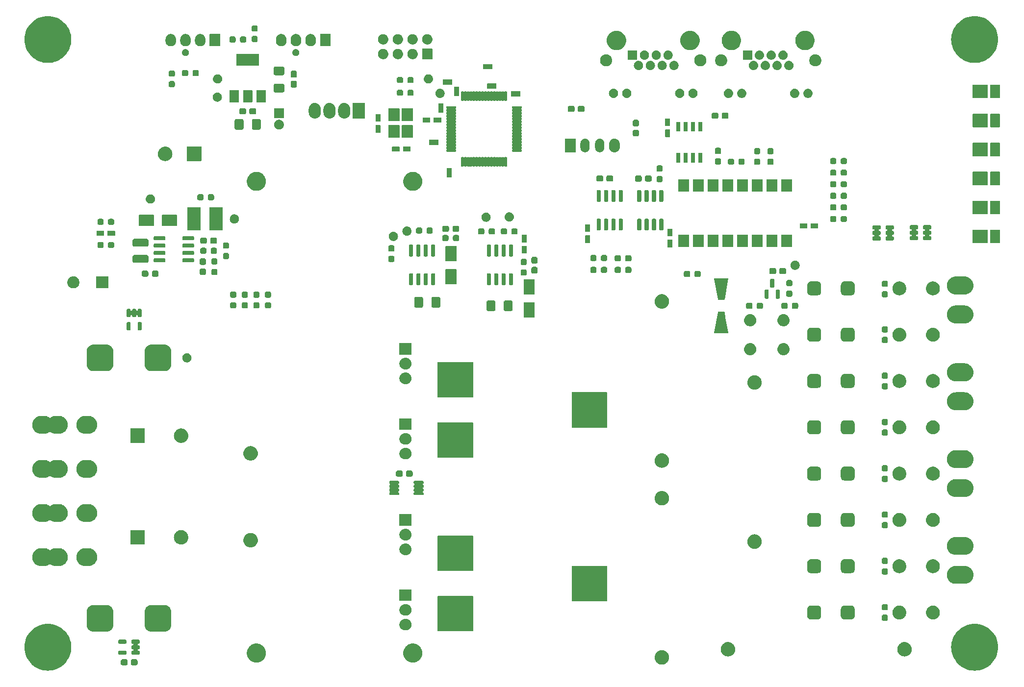
<source format=gbr>
G04 #@! TF.GenerationSoftware,KiCad,Pcbnew,7.99.0-unknown*
G04 #@! TF.CreationDate,2023-09-24T19:38:31+02:00*
G04 #@! TF.ProjectId,driver,64726976-6572-42e6-9b69-6361645f7063,rev?*
G04 #@! TF.SameCoordinates,Original*
G04 #@! TF.FileFunction,Soldermask,Top*
G04 #@! TF.FilePolarity,Negative*
%FSLAX46Y46*%
G04 Gerber Fmt 4.6, Leading zero omitted, Abs format (unit mm)*
G04 Created by KiCad (PCBNEW 7.99.0-unknown) date 2023-09-24 19:38:31*
%MOMM*%
%LPD*%
G01*
G04 APERTURE LIST*
G04 APERTURE END LIST*
G36*
X60097067Y-143068507D02*
G01*
X60490311Y-143126839D01*
X60875943Y-143223435D01*
X61250251Y-143357364D01*
X61609628Y-143527337D01*
X61950615Y-143731717D01*
X62269927Y-143968535D01*
X62564490Y-144235510D01*
X62831465Y-144530073D01*
X63068283Y-144849385D01*
X63272663Y-145190372D01*
X63442636Y-145549749D01*
X63576565Y-145924057D01*
X63673161Y-146309689D01*
X63731493Y-146702933D01*
X63751000Y-147100000D01*
X63731493Y-147497067D01*
X63673161Y-147890311D01*
X63576565Y-148275943D01*
X63442636Y-148650251D01*
X63272663Y-149009628D01*
X63068283Y-149350615D01*
X62831465Y-149669927D01*
X62564490Y-149964490D01*
X62269927Y-150231465D01*
X61950615Y-150468283D01*
X61609628Y-150672663D01*
X61250251Y-150842636D01*
X60875943Y-150976565D01*
X60490311Y-151073161D01*
X60097067Y-151131493D01*
X59700000Y-151151000D01*
X59302933Y-151131493D01*
X58909689Y-151073161D01*
X58524057Y-150976565D01*
X58149749Y-150842636D01*
X57790372Y-150672663D01*
X57449385Y-150468283D01*
X57130073Y-150231465D01*
X56835510Y-149964490D01*
X56568535Y-149669927D01*
X56331717Y-149350615D01*
X56127337Y-149009628D01*
X55957364Y-148650251D01*
X55823435Y-148275943D01*
X55726839Y-147890311D01*
X55668507Y-147497067D01*
X55649000Y-147100000D01*
X55668507Y-146702933D01*
X55726839Y-146309689D01*
X55823435Y-145924057D01*
X55957364Y-145549749D01*
X56127337Y-145190372D01*
X56331717Y-144849385D01*
X56568535Y-144530073D01*
X56835510Y-144235510D01*
X57130073Y-143968535D01*
X57449385Y-143731717D01*
X57790372Y-143527337D01*
X58149749Y-143357364D01*
X58524057Y-143223435D01*
X58909689Y-143126839D01*
X59302933Y-143068507D01*
X59700000Y-143049000D01*
X60097067Y-143068507D01*
G37*
G36*
X220097067Y-143068507D02*
G01*
X220490311Y-143126839D01*
X220875943Y-143223435D01*
X221250251Y-143357364D01*
X221609628Y-143527337D01*
X221950615Y-143731717D01*
X222269927Y-143968535D01*
X222564490Y-144235510D01*
X222831465Y-144530073D01*
X223068283Y-144849385D01*
X223272663Y-145190372D01*
X223442636Y-145549749D01*
X223576565Y-145924057D01*
X223673161Y-146309689D01*
X223731493Y-146702933D01*
X223751000Y-147100000D01*
X223731493Y-147497067D01*
X223673161Y-147890311D01*
X223576565Y-148275943D01*
X223442636Y-148650251D01*
X223272663Y-149009628D01*
X223068283Y-149350615D01*
X222831465Y-149669927D01*
X222564490Y-149964490D01*
X222269927Y-150231465D01*
X221950615Y-150468283D01*
X221609628Y-150672663D01*
X221250251Y-150842636D01*
X220875943Y-150976565D01*
X220490311Y-151073161D01*
X220097067Y-151131493D01*
X219700000Y-151151000D01*
X219302933Y-151131493D01*
X218909689Y-151073161D01*
X218524057Y-150976565D01*
X218149749Y-150842636D01*
X217790372Y-150672663D01*
X217449385Y-150468283D01*
X217130073Y-150231465D01*
X216835510Y-149964490D01*
X216568535Y-149669927D01*
X216331717Y-149350615D01*
X216127337Y-149009628D01*
X215957364Y-148650251D01*
X215823435Y-148275943D01*
X215726839Y-147890311D01*
X215668507Y-147497067D01*
X215649000Y-147100000D01*
X215668507Y-146702933D01*
X215726839Y-146309689D01*
X215823435Y-145924057D01*
X215957364Y-145549749D01*
X216127337Y-145190372D01*
X216331717Y-144849385D01*
X216568535Y-144530073D01*
X216835510Y-144235510D01*
X217130073Y-143968535D01*
X217449385Y-143731717D01*
X217790372Y-143527337D01*
X218149749Y-143357364D01*
X218524057Y-143223435D01*
X218909689Y-143126839D01*
X219302933Y-143068507D01*
X219700000Y-143049000D01*
X220097067Y-143068507D01*
G37*
G36*
X73241052Y-149181663D02*
G01*
X73256434Y-149188455D01*
X73263670Y-149189601D01*
X73293802Y-149204954D01*
X73338042Y-149224488D01*
X73413012Y-149299458D01*
X73432548Y-149343704D01*
X73447898Y-149373829D01*
X73449043Y-149381062D01*
X73455837Y-149396448D01*
X73463500Y-149462500D01*
X73463500Y-149937500D01*
X73455837Y-150003552D01*
X73449043Y-150018938D01*
X73447898Y-150026170D01*
X73432552Y-150056287D01*
X73413012Y-150100542D01*
X73338042Y-150175512D01*
X73293787Y-150195052D01*
X73263670Y-150210398D01*
X73256438Y-150211543D01*
X73241052Y-150218337D01*
X73175000Y-150226000D01*
X72575000Y-150226000D01*
X72508948Y-150218337D01*
X72493562Y-150211543D01*
X72486329Y-150210398D01*
X72456204Y-150195048D01*
X72411958Y-150175512D01*
X72336988Y-150100542D01*
X72317454Y-150056302D01*
X72302101Y-150026170D01*
X72300955Y-150018934D01*
X72294163Y-150003552D01*
X72286500Y-149937500D01*
X72286500Y-149462500D01*
X72294163Y-149396448D01*
X72300954Y-149381065D01*
X72302101Y-149373829D01*
X72317457Y-149343690D01*
X72336988Y-149299458D01*
X72411958Y-149224488D01*
X72456190Y-149204957D01*
X72486329Y-149189601D01*
X72493565Y-149188454D01*
X72508948Y-149181663D01*
X72575000Y-149174000D01*
X73175000Y-149174000D01*
X73241052Y-149181663D01*
G37*
G36*
X74966052Y-149181663D02*
G01*
X74981434Y-149188455D01*
X74988670Y-149189601D01*
X75018802Y-149204954D01*
X75063042Y-149224488D01*
X75138012Y-149299458D01*
X75157548Y-149343704D01*
X75172898Y-149373829D01*
X75174043Y-149381062D01*
X75180837Y-149396448D01*
X75188500Y-149462500D01*
X75188500Y-149937500D01*
X75180837Y-150003552D01*
X75174043Y-150018938D01*
X75172898Y-150026170D01*
X75157552Y-150056287D01*
X75138012Y-150100542D01*
X75063042Y-150175512D01*
X75018787Y-150195052D01*
X74988670Y-150210398D01*
X74981438Y-150211543D01*
X74966052Y-150218337D01*
X74900000Y-150226000D01*
X74300000Y-150226000D01*
X74233948Y-150218337D01*
X74218562Y-150211543D01*
X74211329Y-150210398D01*
X74181204Y-150195048D01*
X74136958Y-150175512D01*
X74061988Y-150100542D01*
X74042454Y-150056302D01*
X74027101Y-150026170D01*
X74025955Y-150018934D01*
X74019163Y-150003552D01*
X74011500Y-149937500D01*
X74011500Y-149462500D01*
X74019163Y-149396448D01*
X74025954Y-149381065D01*
X74027101Y-149373829D01*
X74042457Y-149343690D01*
X74061988Y-149299458D01*
X74136958Y-149224488D01*
X74181190Y-149204957D01*
X74211329Y-149189601D01*
X74218565Y-149188454D01*
X74233948Y-149181663D01*
X74300000Y-149174000D01*
X74900000Y-149174000D01*
X74966052Y-149181663D01*
G37*
G36*
X165753720Y-147603700D02*
G01*
X165803273Y-147603700D01*
X165857891Y-147612814D01*
X165917234Y-147618006D01*
X165963834Y-147630492D01*
X166006997Y-147637695D01*
X166064900Y-147657573D01*
X166127867Y-147674445D01*
X166166438Y-147692430D01*
X166202349Y-147704759D01*
X166261347Y-147736687D01*
X166325500Y-147766602D01*
X166355701Y-147787749D01*
X166383995Y-147803061D01*
X166441590Y-147847889D01*
X166504127Y-147891678D01*
X166526167Y-147913718D01*
X166546987Y-147929923D01*
X166600470Y-147988021D01*
X166658322Y-148045873D01*
X166672924Y-148066727D01*
X166686878Y-148081885D01*
X166733430Y-148153139D01*
X166783398Y-148224500D01*
X166791738Y-148242385D01*
X166799843Y-148254791D01*
X166836635Y-148338668D01*
X166875555Y-148422133D01*
X166879179Y-148435658D01*
X166882813Y-148443943D01*
X166907144Y-148540025D01*
X166931994Y-148632766D01*
X166932714Y-148641000D01*
X166933515Y-148644162D01*
X166942892Y-148757335D01*
X166951000Y-148850000D01*
X166942892Y-148942672D01*
X166933515Y-149055837D01*
X166932714Y-149058997D01*
X166931994Y-149067234D01*
X166907139Y-149159991D01*
X166882813Y-149256056D01*
X166879179Y-149264338D01*
X166875555Y-149277867D01*
X166836627Y-149361347D01*
X166799843Y-149445208D01*
X166791739Y-149457611D01*
X166783398Y-149475500D01*
X166733421Y-149546874D01*
X166686878Y-149618114D01*
X166672927Y-149633268D01*
X166658322Y-149654127D01*
X166600458Y-149711990D01*
X166546987Y-149770076D01*
X166526172Y-149786276D01*
X166504127Y-149808322D01*
X166441577Y-149852119D01*
X166383995Y-149896938D01*
X166355707Y-149912246D01*
X166325500Y-149933398D01*
X166261334Y-149963318D01*
X166202349Y-149995240D01*
X166166446Y-150007565D01*
X166127867Y-150025555D01*
X166064887Y-150042430D01*
X166006997Y-150062304D01*
X165963842Y-150069505D01*
X165917234Y-150081994D01*
X165857888Y-150087186D01*
X165803273Y-150096300D01*
X165753720Y-150096300D01*
X165700000Y-150101000D01*
X165646280Y-150096300D01*
X165596727Y-150096300D01*
X165542111Y-150087186D01*
X165482766Y-150081994D01*
X165436159Y-150069505D01*
X165393002Y-150062304D01*
X165335108Y-150042429D01*
X165272133Y-150025555D01*
X165233556Y-150007566D01*
X165197650Y-149995240D01*
X165138658Y-149963315D01*
X165074500Y-149933398D01*
X165044295Y-149912248D01*
X165016004Y-149896938D01*
X164958412Y-149852112D01*
X164895873Y-149808322D01*
X164873831Y-149786280D01*
X164853012Y-149770076D01*
X164799528Y-149711977D01*
X164741678Y-149654127D01*
X164727075Y-149633273D01*
X164713121Y-149618114D01*
X164666563Y-149546852D01*
X164616602Y-149475500D01*
X164608262Y-149457616D01*
X164600156Y-149445208D01*
X164563355Y-149361311D01*
X164524445Y-149277867D01*
X164520821Y-149264344D01*
X164517186Y-149256056D01*
X164492842Y-149159923D01*
X164468006Y-149067234D01*
X164467285Y-149059003D01*
X164466484Y-149055837D01*
X164457089Y-148942456D01*
X164449000Y-148850000D01*
X164457088Y-148757551D01*
X164466484Y-148644162D01*
X164467286Y-148640994D01*
X164468006Y-148632766D01*
X164492837Y-148540093D01*
X164517186Y-148443943D01*
X164520822Y-148435653D01*
X164524445Y-148422133D01*
X164563348Y-148338704D01*
X164600156Y-148254791D01*
X164608264Y-148242380D01*
X164616602Y-148224500D01*
X164666554Y-148153160D01*
X164713121Y-148081885D01*
X164727078Y-148066722D01*
X164741678Y-148045873D01*
X164799517Y-147988033D01*
X164853012Y-147929923D01*
X164873835Y-147913715D01*
X164895873Y-147891678D01*
X164958399Y-147847896D01*
X165016004Y-147803061D01*
X165044301Y-147787746D01*
X165074500Y-147766602D01*
X165138644Y-147736690D01*
X165197650Y-147704759D01*
X165233564Y-147692429D01*
X165272133Y-147674445D01*
X165335095Y-147657574D01*
X165393002Y-147637695D01*
X165436166Y-147630492D01*
X165482766Y-147618006D01*
X165542107Y-147612814D01*
X165596727Y-147603700D01*
X165646280Y-147603700D01*
X165700000Y-147599000D01*
X165753720Y-147603700D01*
G37*
G36*
X95763098Y-146453966D02*
G01*
X95823353Y-146453966D01*
X95889199Y-146463890D01*
X95958273Y-146469327D01*
X96013947Y-146482693D01*
X96067302Y-146490735D01*
X96137021Y-146512240D01*
X96210187Y-146529806D01*
X96257495Y-146549401D01*
X96303052Y-146563454D01*
X96374569Y-146597895D01*
X96449538Y-146628948D01*
X96488022Y-146652531D01*
X96525322Y-146670494D01*
X96596271Y-146718866D01*
X96670433Y-146764313D01*
X96700127Y-146789674D01*
X96729162Y-146809470D01*
X96796956Y-146872374D01*
X96867433Y-146932567D01*
X96888834Y-146957625D01*
X96910011Y-146977274D01*
X96971925Y-147054911D01*
X97035687Y-147129567D01*
X97049709Y-147152449D01*
X97063830Y-147170156D01*
X97117087Y-147262399D01*
X97171052Y-147350462D01*
X97178977Y-147369597D01*
X97187185Y-147383812D01*
X97229038Y-147490454D01*
X97270194Y-147589813D01*
X97273597Y-147603991D01*
X97277314Y-147613460D01*
X97305157Y-147735446D01*
X97330673Y-147841727D01*
X97331334Y-147850133D01*
X97332214Y-147853986D01*
X97343683Y-148007031D01*
X97351000Y-148100000D01*
X97343682Y-148192975D01*
X97332214Y-148346013D01*
X97331334Y-148349865D01*
X97330673Y-148358273D01*
X97305152Y-148464573D01*
X97277314Y-148586539D01*
X97273598Y-148596005D01*
X97270194Y-148610187D01*
X97229031Y-148709563D01*
X97187185Y-148816187D01*
X97178979Y-148830399D01*
X97171052Y-148849538D01*
X97117077Y-148937616D01*
X97063830Y-149029843D01*
X97049712Y-149047546D01*
X97035687Y-149070433D01*
X96971913Y-149145102D01*
X96910011Y-149222725D01*
X96888838Y-149242369D01*
X96867433Y-149267433D01*
X96796942Y-149327637D01*
X96729162Y-149390529D01*
X96700133Y-149410320D01*
X96670433Y-149435687D01*
X96596257Y-149481142D01*
X96525322Y-149529505D01*
X96488030Y-149547463D01*
X96449538Y-149571052D01*
X96374554Y-149602110D01*
X96303052Y-149636545D01*
X96257504Y-149650594D01*
X96210187Y-149670194D01*
X96137007Y-149687762D01*
X96067302Y-149709264D01*
X96013955Y-149717304D01*
X95958273Y-149730673D01*
X95889195Y-149736109D01*
X95823353Y-149746034D01*
X95763098Y-149746034D01*
X95700000Y-149751000D01*
X95636902Y-149746034D01*
X95576647Y-149746034D01*
X95510803Y-149736109D01*
X95441727Y-149730673D01*
X95386045Y-149717305D01*
X95332697Y-149709264D01*
X95262988Y-149687761D01*
X95189813Y-149670194D01*
X95142498Y-149650595D01*
X95096947Y-149636545D01*
X95025438Y-149602107D01*
X94950462Y-149571052D01*
X94911972Y-149547465D01*
X94874675Y-149529504D01*
X94803726Y-149481131D01*
X94729567Y-149435687D01*
X94699873Y-149410326D01*
X94670839Y-149390531D01*
X94603043Y-149327625D01*
X94532567Y-149267433D01*
X94511164Y-149242374D01*
X94489988Y-149222725D01*
X94428071Y-149145084D01*
X94364313Y-149070433D01*
X94350291Y-149047551D01*
X94336169Y-149029843D01*
X94282905Y-148937588D01*
X94228948Y-148849538D01*
X94221023Y-148830405D01*
X94212814Y-148816187D01*
X94170949Y-148709517D01*
X94129806Y-148610187D01*
X94126402Y-148596012D01*
X94122685Y-148586539D01*
X94094827Y-148464488D01*
X94069327Y-148358273D01*
X94068665Y-148349871D01*
X94067785Y-148346013D01*
X94056296Y-148192710D01*
X94049000Y-148100000D01*
X94056296Y-148007297D01*
X94067785Y-147853986D01*
X94068665Y-147850126D01*
X94069327Y-147841727D01*
X94094822Y-147735530D01*
X94122685Y-147613460D01*
X94126403Y-147603984D01*
X94129806Y-147589813D01*
X94170942Y-147490500D01*
X94212814Y-147383812D01*
X94221024Y-147369590D01*
X94228948Y-147350462D01*
X94282895Y-147262427D01*
X94336169Y-147170156D01*
X94350293Y-147152443D01*
X94364313Y-147129567D01*
X94428059Y-147054929D01*
X94489988Y-146977274D01*
X94511169Y-146957620D01*
X94532567Y-146932567D01*
X94603029Y-146872386D01*
X94670839Y-146809468D01*
X94699879Y-146789668D01*
X94729567Y-146764313D01*
X94803711Y-146718876D01*
X94874675Y-146670495D01*
X94911980Y-146652529D01*
X94950462Y-146628948D01*
X95025423Y-146597898D01*
X95096947Y-146563454D01*
X95142507Y-146549400D01*
X95189813Y-146529806D01*
X95262973Y-146512241D01*
X95332697Y-146490735D01*
X95386054Y-146482692D01*
X95441727Y-146469327D01*
X95510799Y-146463890D01*
X95576647Y-146453966D01*
X95636902Y-146453966D01*
X95700000Y-146449000D01*
X95763098Y-146453966D01*
G37*
G36*
X122763098Y-146453966D02*
G01*
X122823353Y-146453966D01*
X122889199Y-146463890D01*
X122958273Y-146469327D01*
X123013947Y-146482693D01*
X123067302Y-146490735D01*
X123137021Y-146512240D01*
X123210187Y-146529806D01*
X123257495Y-146549401D01*
X123303052Y-146563454D01*
X123374569Y-146597895D01*
X123449538Y-146628948D01*
X123488022Y-146652531D01*
X123525322Y-146670494D01*
X123596271Y-146718866D01*
X123670433Y-146764313D01*
X123700127Y-146789674D01*
X123729162Y-146809470D01*
X123796956Y-146872374D01*
X123867433Y-146932567D01*
X123888834Y-146957625D01*
X123910011Y-146977274D01*
X123971925Y-147054911D01*
X124035687Y-147129567D01*
X124049709Y-147152449D01*
X124063830Y-147170156D01*
X124117087Y-147262399D01*
X124171052Y-147350462D01*
X124178977Y-147369597D01*
X124187185Y-147383812D01*
X124229038Y-147490454D01*
X124270194Y-147589813D01*
X124273597Y-147603991D01*
X124277314Y-147613460D01*
X124305157Y-147735446D01*
X124330673Y-147841727D01*
X124331334Y-147850133D01*
X124332214Y-147853986D01*
X124343683Y-148007031D01*
X124351000Y-148100000D01*
X124343682Y-148192975D01*
X124332214Y-148346013D01*
X124331334Y-148349865D01*
X124330673Y-148358273D01*
X124305152Y-148464573D01*
X124277314Y-148586539D01*
X124273598Y-148596005D01*
X124270194Y-148610187D01*
X124229031Y-148709563D01*
X124187185Y-148816187D01*
X124178979Y-148830399D01*
X124171052Y-148849538D01*
X124117077Y-148937616D01*
X124063830Y-149029843D01*
X124049712Y-149047546D01*
X124035687Y-149070433D01*
X123971913Y-149145102D01*
X123910011Y-149222725D01*
X123888838Y-149242369D01*
X123867433Y-149267433D01*
X123796942Y-149327637D01*
X123729162Y-149390529D01*
X123700133Y-149410320D01*
X123670433Y-149435687D01*
X123596257Y-149481142D01*
X123525322Y-149529505D01*
X123488030Y-149547463D01*
X123449538Y-149571052D01*
X123374554Y-149602110D01*
X123303052Y-149636545D01*
X123257504Y-149650594D01*
X123210187Y-149670194D01*
X123137007Y-149687762D01*
X123067302Y-149709264D01*
X123013955Y-149717304D01*
X122958273Y-149730673D01*
X122889195Y-149736109D01*
X122823353Y-149746034D01*
X122763098Y-149746034D01*
X122700000Y-149751000D01*
X122636902Y-149746034D01*
X122576647Y-149746034D01*
X122510803Y-149736109D01*
X122441727Y-149730673D01*
X122386045Y-149717305D01*
X122332697Y-149709264D01*
X122262988Y-149687761D01*
X122189813Y-149670194D01*
X122142498Y-149650595D01*
X122096947Y-149636545D01*
X122025438Y-149602107D01*
X121950462Y-149571052D01*
X121911972Y-149547465D01*
X121874675Y-149529504D01*
X121803726Y-149481131D01*
X121729567Y-149435687D01*
X121699873Y-149410326D01*
X121670839Y-149390531D01*
X121603043Y-149327625D01*
X121532567Y-149267433D01*
X121511164Y-149242374D01*
X121489988Y-149222725D01*
X121428071Y-149145084D01*
X121364313Y-149070433D01*
X121350291Y-149047551D01*
X121336169Y-149029843D01*
X121282905Y-148937588D01*
X121228948Y-148849538D01*
X121221023Y-148830405D01*
X121212814Y-148816187D01*
X121170949Y-148709517D01*
X121129806Y-148610187D01*
X121126402Y-148596012D01*
X121122685Y-148586539D01*
X121094827Y-148464488D01*
X121069327Y-148358273D01*
X121068665Y-148349871D01*
X121067785Y-148346013D01*
X121056296Y-148192710D01*
X121049000Y-148100000D01*
X121056296Y-148007297D01*
X121067785Y-147853986D01*
X121068665Y-147850126D01*
X121069327Y-147841727D01*
X121094822Y-147735530D01*
X121122685Y-147613460D01*
X121126403Y-147603984D01*
X121129806Y-147589813D01*
X121170942Y-147490500D01*
X121212814Y-147383812D01*
X121221024Y-147369590D01*
X121228948Y-147350462D01*
X121282895Y-147262427D01*
X121336169Y-147170156D01*
X121350293Y-147152443D01*
X121364313Y-147129567D01*
X121428059Y-147054929D01*
X121489988Y-146977274D01*
X121511169Y-146957620D01*
X121532567Y-146932567D01*
X121603029Y-146872386D01*
X121670839Y-146809468D01*
X121699879Y-146789668D01*
X121729567Y-146764313D01*
X121803711Y-146718876D01*
X121874675Y-146670495D01*
X121911980Y-146652529D01*
X121950462Y-146628948D01*
X122025423Y-146597898D01*
X122096947Y-146563454D01*
X122142507Y-146549400D01*
X122189813Y-146529806D01*
X122262973Y-146512241D01*
X122332697Y-146490735D01*
X122386054Y-146482692D01*
X122441727Y-146469327D01*
X122510799Y-146463890D01*
X122576647Y-146453966D01*
X122636902Y-146453966D01*
X122700000Y-146449000D01*
X122763098Y-146453966D01*
G37*
G36*
X177168720Y-146203700D02*
G01*
X177218273Y-146203700D01*
X177272891Y-146212814D01*
X177332234Y-146218006D01*
X177378834Y-146230492D01*
X177421997Y-146237695D01*
X177479900Y-146257573D01*
X177542867Y-146274445D01*
X177581438Y-146292430D01*
X177617349Y-146304759D01*
X177676347Y-146336687D01*
X177740500Y-146366602D01*
X177770701Y-146387749D01*
X177798995Y-146403061D01*
X177856590Y-146447889D01*
X177919127Y-146491678D01*
X177941167Y-146513718D01*
X177961987Y-146529923D01*
X178015470Y-146588021D01*
X178073322Y-146645873D01*
X178087924Y-146666727D01*
X178101878Y-146681885D01*
X178148430Y-146753139D01*
X178198398Y-146824500D01*
X178206738Y-146842385D01*
X178214843Y-146854791D01*
X178251635Y-146938668D01*
X178290555Y-147022133D01*
X178294179Y-147035658D01*
X178297813Y-147043943D01*
X178322144Y-147140025D01*
X178346994Y-147232766D01*
X178347714Y-147241000D01*
X178348515Y-147244162D01*
X178357892Y-147357335D01*
X178366000Y-147450000D01*
X178357892Y-147542672D01*
X178348515Y-147655837D01*
X178347714Y-147658997D01*
X178346994Y-147667234D01*
X178322139Y-147759991D01*
X178297813Y-147856056D01*
X178294179Y-147864338D01*
X178290555Y-147877867D01*
X178251627Y-147961347D01*
X178214843Y-148045208D01*
X178206739Y-148057611D01*
X178198398Y-148075500D01*
X178148421Y-148146874D01*
X178101878Y-148218114D01*
X178087927Y-148233268D01*
X178073322Y-148254127D01*
X178015458Y-148311990D01*
X177961987Y-148370076D01*
X177941172Y-148386276D01*
X177919127Y-148408322D01*
X177856577Y-148452119D01*
X177798995Y-148496938D01*
X177770707Y-148512246D01*
X177740500Y-148533398D01*
X177676334Y-148563318D01*
X177617349Y-148595240D01*
X177581446Y-148607565D01*
X177542867Y-148625555D01*
X177479887Y-148642430D01*
X177421997Y-148662304D01*
X177378842Y-148669505D01*
X177332234Y-148681994D01*
X177272888Y-148687186D01*
X177218273Y-148696300D01*
X177168720Y-148696300D01*
X177115000Y-148701000D01*
X177061280Y-148696300D01*
X177011727Y-148696300D01*
X176957111Y-148687186D01*
X176897766Y-148681994D01*
X176851159Y-148669505D01*
X176808002Y-148662304D01*
X176750108Y-148642429D01*
X176687133Y-148625555D01*
X176648556Y-148607566D01*
X176612650Y-148595240D01*
X176553658Y-148563315D01*
X176489500Y-148533398D01*
X176459295Y-148512248D01*
X176431004Y-148496938D01*
X176373412Y-148452112D01*
X176310873Y-148408322D01*
X176288831Y-148386280D01*
X176268012Y-148370076D01*
X176214528Y-148311977D01*
X176156678Y-148254127D01*
X176142075Y-148233273D01*
X176128121Y-148218114D01*
X176081563Y-148146852D01*
X176031602Y-148075500D01*
X176023262Y-148057616D01*
X176015156Y-148045208D01*
X175978355Y-147961311D01*
X175939445Y-147877867D01*
X175935821Y-147864344D01*
X175932186Y-147856056D01*
X175907842Y-147759923D01*
X175883006Y-147667234D01*
X175882285Y-147659003D01*
X175881484Y-147655837D01*
X175872089Y-147542456D01*
X175864000Y-147450000D01*
X175872088Y-147357551D01*
X175881484Y-147244162D01*
X175882286Y-147240994D01*
X175883006Y-147232766D01*
X175907837Y-147140093D01*
X175932186Y-147043943D01*
X175935822Y-147035653D01*
X175939445Y-147022133D01*
X175978348Y-146938704D01*
X176015156Y-146854791D01*
X176023264Y-146842380D01*
X176031602Y-146824500D01*
X176081554Y-146753160D01*
X176128121Y-146681885D01*
X176142078Y-146666722D01*
X176156678Y-146645873D01*
X176214517Y-146588033D01*
X176268012Y-146529923D01*
X176288835Y-146513715D01*
X176310873Y-146491678D01*
X176373399Y-146447896D01*
X176431004Y-146403061D01*
X176459301Y-146387746D01*
X176489500Y-146366602D01*
X176553644Y-146336690D01*
X176612650Y-146304759D01*
X176648564Y-146292429D01*
X176687133Y-146274445D01*
X176750095Y-146257574D01*
X176808002Y-146237695D01*
X176851166Y-146230492D01*
X176897766Y-146218006D01*
X176957107Y-146212814D01*
X177011727Y-146203700D01*
X177061280Y-146203700D01*
X177115000Y-146199000D01*
X177168720Y-146203700D01*
G37*
G36*
X207648720Y-146203700D02*
G01*
X207698273Y-146203700D01*
X207752891Y-146212814D01*
X207812234Y-146218006D01*
X207858834Y-146230492D01*
X207901997Y-146237695D01*
X207959900Y-146257573D01*
X208022867Y-146274445D01*
X208061438Y-146292430D01*
X208097349Y-146304759D01*
X208156347Y-146336687D01*
X208220500Y-146366602D01*
X208250701Y-146387749D01*
X208278995Y-146403061D01*
X208336590Y-146447889D01*
X208399127Y-146491678D01*
X208421167Y-146513718D01*
X208441987Y-146529923D01*
X208495470Y-146588021D01*
X208553322Y-146645873D01*
X208567924Y-146666727D01*
X208581878Y-146681885D01*
X208628430Y-146753139D01*
X208678398Y-146824500D01*
X208686738Y-146842385D01*
X208694843Y-146854791D01*
X208731635Y-146938668D01*
X208770555Y-147022133D01*
X208774179Y-147035658D01*
X208777813Y-147043943D01*
X208802144Y-147140025D01*
X208826994Y-147232766D01*
X208827714Y-147241000D01*
X208828515Y-147244162D01*
X208837892Y-147357335D01*
X208846000Y-147450000D01*
X208837892Y-147542672D01*
X208828515Y-147655837D01*
X208827714Y-147658997D01*
X208826994Y-147667234D01*
X208802139Y-147759991D01*
X208777813Y-147856056D01*
X208774179Y-147864338D01*
X208770555Y-147877867D01*
X208731627Y-147961347D01*
X208694843Y-148045208D01*
X208686739Y-148057611D01*
X208678398Y-148075500D01*
X208628421Y-148146874D01*
X208581878Y-148218114D01*
X208567927Y-148233268D01*
X208553322Y-148254127D01*
X208495458Y-148311990D01*
X208441987Y-148370076D01*
X208421172Y-148386276D01*
X208399127Y-148408322D01*
X208336577Y-148452119D01*
X208278995Y-148496938D01*
X208250707Y-148512246D01*
X208220500Y-148533398D01*
X208156334Y-148563318D01*
X208097349Y-148595240D01*
X208061446Y-148607565D01*
X208022867Y-148625555D01*
X207959887Y-148642430D01*
X207901997Y-148662304D01*
X207858842Y-148669505D01*
X207812234Y-148681994D01*
X207752888Y-148687186D01*
X207698273Y-148696300D01*
X207648720Y-148696300D01*
X207595000Y-148701000D01*
X207541280Y-148696300D01*
X207491727Y-148696300D01*
X207437111Y-148687186D01*
X207377766Y-148681994D01*
X207331159Y-148669505D01*
X207288002Y-148662304D01*
X207230108Y-148642429D01*
X207167133Y-148625555D01*
X207128556Y-148607566D01*
X207092650Y-148595240D01*
X207033658Y-148563315D01*
X206969500Y-148533398D01*
X206939295Y-148512248D01*
X206911004Y-148496938D01*
X206853412Y-148452112D01*
X206790873Y-148408322D01*
X206768831Y-148386280D01*
X206748012Y-148370076D01*
X206694528Y-148311977D01*
X206636678Y-148254127D01*
X206622075Y-148233273D01*
X206608121Y-148218114D01*
X206561563Y-148146852D01*
X206511602Y-148075500D01*
X206503262Y-148057616D01*
X206495156Y-148045208D01*
X206458355Y-147961311D01*
X206419445Y-147877867D01*
X206415821Y-147864344D01*
X206412186Y-147856056D01*
X206387842Y-147759923D01*
X206363006Y-147667234D01*
X206362285Y-147659003D01*
X206361484Y-147655837D01*
X206352089Y-147542456D01*
X206344000Y-147450000D01*
X206352088Y-147357551D01*
X206361484Y-147244162D01*
X206362286Y-147240994D01*
X206363006Y-147232766D01*
X206387837Y-147140093D01*
X206412186Y-147043943D01*
X206415822Y-147035653D01*
X206419445Y-147022133D01*
X206458348Y-146938704D01*
X206495156Y-146854791D01*
X206503264Y-146842380D01*
X206511602Y-146824500D01*
X206561554Y-146753160D01*
X206608121Y-146681885D01*
X206622078Y-146666722D01*
X206636678Y-146645873D01*
X206694517Y-146588033D01*
X206748012Y-146529923D01*
X206768835Y-146513715D01*
X206790873Y-146491678D01*
X206853399Y-146447896D01*
X206911004Y-146403061D01*
X206939301Y-146387746D01*
X206969500Y-146366602D01*
X207033644Y-146336690D01*
X207092650Y-146304759D01*
X207128564Y-146292429D01*
X207167133Y-146274445D01*
X207230095Y-146257574D01*
X207288002Y-146237695D01*
X207331166Y-146230492D01*
X207377766Y-146218006D01*
X207437107Y-146212814D01*
X207491727Y-146203700D01*
X207541280Y-146203700D01*
X207595000Y-146199000D01*
X207648720Y-146203700D01*
G37*
G36*
X73091040Y-147702190D02*
G01*
X73123987Y-147706528D01*
X73132274Y-147710392D01*
X73151919Y-147714300D01*
X73177938Y-147731686D01*
X73189180Y-147736928D01*
X73196019Y-147743767D01*
X73217128Y-147757872D01*
X73231232Y-147778980D01*
X73238071Y-147785819D01*
X73243312Y-147797058D01*
X73260700Y-147823081D01*
X73264607Y-147842727D01*
X73268471Y-147851012D01*
X73272806Y-147883946D01*
X73276000Y-147900000D01*
X73276000Y-148200000D01*
X73272806Y-148216054D01*
X73268471Y-148248987D01*
X73264608Y-148257270D01*
X73260700Y-148276919D01*
X73243310Y-148302943D01*
X73238071Y-148314180D01*
X73231234Y-148321016D01*
X73217128Y-148342128D01*
X73196016Y-148356234D01*
X73189180Y-148363071D01*
X73177943Y-148368310D01*
X73151919Y-148385700D01*
X73132270Y-148389608D01*
X73123987Y-148393471D01*
X73091054Y-148397806D01*
X73075000Y-148401000D01*
X72050000Y-148401000D01*
X72033946Y-148397806D01*
X72001012Y-148393471D01*
X71992727Y-148389607D01*
X71973081Y-148385700D01*
X71947058Y-148368312D01*
X71935819Y-148363071D01*
X71928980Y-148356232D01*
X71907872Y-148342128D01*
X71893767Y-148321019D01*
X71886928Y-148314180D01*
X71881686Y-148302938D01*
X71864300Y-148276919D01*
X71860392Y-148257274D01*
X71856528Y-148248987D01*
X71852190Y-148216040D01*
X71849000Y-148200000D01*
X71849000Y-147900000D01*
X71852190Y-147883961D01*
X71856528Y-147851012D01*
X71860392Y-147842723D01*
X71864300Y-147823081D01*
X71881684Y-147797063D01*
X71886928Y-147785819D01*
X71893769Y-147778977D01*
X71907872Y-147757872D01*
X71928977Y-147743769D01*
X71935819Y-147736928D01*
X71947063Y-147731684D01*
X71973081Y-147714300D01*
X71992723Y-147710392D01*
X72001012Y-147706528D01*
X72033961Y-147702190D01*
X72050000Y-147699000D01*
X73075000Y-147699000D01*
X73091040Y-147702190D01*
G37*
G36*
X75366040Y-145802190D02*
G01*
X75398987Y-145806528D01*
X75407274Y-145810392D01*
X75426919Y-145814300D01*
X75452938Y-145831686D01*
X75464180Y-145836928D01*
X75471019Y-145843767D01*
X75492128Y-145857872D01*
X75506232Y-145878980D01*
X75513071Y-145885819D01*
X75518312Y-145897058D01*
X75535700Y-145923081D01*
X75539607Y-145942727D01*
X75543471Y-145951012D01*
X75547806Y-145983946D01*
X75551000Y-146000000D01*
X75551000Y-146300000D01*
X75547806Y-146316054D01*
X75543471Y-146348987D01*
X75539608Y-146357270D01*
X75535700Y-146376919D01*
X75518310Y-146402943D01*
X75513071Y-146414180D01*
X75506234Y-146421016D01*
X75492128Y-146442128D01*
X75471016Y-146456234D01*
X75464180Y-146463071D01*
X75452943Y-146468310D01*
X75426919Y-146485700D01*
X75407270Y-146489608D01*
X75398987Y-146493471D01*
X75366062Y-146497804D01*
X75350000Y-146501000D01*
X75341790Y-146501000D01*
X75232586Y-146515375D01*
X75232584Y-146734620D01*
X75341808Y-146749000D01*
X75350000Y-146749000D01*
X75366036Y-146752189D01*
X75398987Y-146756528D01*
X75407274Y-146760392D01*
X75426919Y-146764300D01*
X75452938Y-146781686D01*
X75464180Y-146786928D01*
X75471019Y-146793767D01*
X75492128Y-146807872D01*
X75506232Y-146828980D01*
X75513071Y-146835819D01*
X75518312Y-146847058D01*
X75535700Y-146873081D01*
X75539607Y-146892727D01*
X75543471Y-146901012D01*
X75547806Y-146933946D01*
X75551000Y-146950000D01*
X75551000Y-147250000D01*
X75547806Y-147266054D01*
X75543471Y-147298987D01*
X75539608Y-147307270D01*
X75535700Y-147326919D01*
X75518310Y-147352943D01*
X75513071Y-147364180D01*
X75506234Y-147371016D01*
X75492128Y-147392128D01*
X75471016Y-147406234D01*
X75464180Y-147413071D01*
X75452943Y-147418310D01*
X75426919Y-147435700D01*
X75407270Y-147439608D01*
X75398987Y-147443471D01*
X75366062Y-147447804D01*
X75350000Y-147451000D01*
X75341790Y-147451000D01*
X75232586Y-147465375D01*
X75232584Y-147684620D01*
X75341808Y-147699000D01*
X75350000Y-147699000D01*
X75366036Y-147702189D01*
X75398987Y-147706528D01*
X75407274Y-147710392D01*
X75426919Y-147714300D01*
X75452938Y-147731686D01*
X75464180Y-147736928D01*
X75471019Y-147743767D01*
X75492128Y-147757872D01*
X75506232Y-147778980D01*
X75513071Y-147785819D01*
X75518312Y-147797058D01*
X75535700Y-147823081D01*
X75539607Y-147842727D01*
X75543471Y-147851012D01*
X75547806Y-147883946D01*
X75551000Y-147900000D01*
X75551000Y-148200000D01*
X75547806Y-148216054D01*
X75543471Y-148248987D01*
X75539608Y-148257270D01*
X75535700Y-148276919D01*
X75518310Y-148302943D01*
X75513071Y-148314180D01*
X75506234Y-148321016D01*
X75492128Y-148342128D01*
X75471016Y-148356234D01*
X75464180Y-148363071D01*
X75452943Y-148368310D01*
X75426919Y-148385700D01*
X75407270Y-148389608D01*
X75398987Y-148393471D01*
X75366054Y-148397806D01*
X75350000Y-148401000D01*
X74325000Y-148401000D01*
X74308946Y-148397806D01*
X74276012Y-148393471D01*
X74267727Y-148389607D01*
X74248081Y-148385700D01*
X74222058Y-148368312D01*
X74210819Y-148363071D01*
X74203980Y-148356232D01*
X74182872Y-148342128D01*
X74168767Y-148321019D01*
X74161928Y-148314180D01*
X74156686Y-148302938D01*
X74139300Y-148276919D01*
X74135392Y-148257274D01*
X74131528Y-148248987D01*
X74127190Y-148216040D01*
X74124000Y-148200000D01*
X74124000Y-147900000D01*
X74127190Y-147883961D01*
X74131528Y-147851012D01*
X74135392Y-147842723D01*
X74139300Y-147823081D01*
X74156684Y-147797063D01*
X74161928Y-147785819D01*
X74168769Y-147778977D01*
X74182872Y-147757872D01*
X74203977Y-147743769D01*
X74210819Y-147736928D01*
X74222063Y-147731684D01*
X74248081Y-147714300D01*
X74267723Y-147710392D01*
X74276012Y-147706528D01*
X74308959Y-147702190D01*
X74325000Y-147699000D01*
X74333196Y-147699000D01*
X74442414Y-147684622D01*
X74442414Y-147465378D01*
X74333201Y-147451000D01*
X74325000Y-147451000D01*
X74308947Y-147447807D01*
X74276012Y-147443471D01*
X74267727Y-147439607D01*
X74248081Y-147435700D01*
X74222058Y-147418312D01*
X74210819Y-147413071D01*
X74203980Y-147406232D01*
X74182872Y-147392128D01*
X74168767Y-147371019D01*
X74161928Y-147364180D01*
X74156686Y-147352938D01*
X74139300Y-147326919D01*
X74135392Y-147307274D01*
X74131528Y-147298987D01*
X74127190Y-147266040D01*
X74124000Y-147250000D01*
X74124000Y-146950000D01*
X74127190Y-146933961D01*
X74131528Y-146901012D01*
X74135392Y-146892723D01*
X74139300Y-146873081D01*
X74156684Y-146847063D01*
X74161928Y-146835819D01*
X74168769Y-146828977D01*
X74182872Y-146807872D01*
X74203977Y-146793769D01*
X74210819Y-146786928D01*
X74222063Y-146781684D01*
X74248081Y-146764300D01*
X74267723Y-146760392D01*
X74276012Y-146756528D01*
X74308959Y-146752190D01*
X74325000Y-146749000D01*
X74333196Y-146749000D01*
X74442414Y-146734622D01*
X74442414Y-146515378D01*
X74333201Y-146501000D01*
X74325000Y-146501000D01*
X74308947Y-146497807D01*
X74276012Y-146493471D01*
X74267727Y-146489607D01*
X74248081Y-146485700D01*
X74222058Y-146468312D01*
X74210819Y-146463071D01*
X74203980Y-146456232D01*
X74182872Y-146442128D01*
X74168767Y-146421019D01*
X74161928Y-146414180D01*
X74156686Y-146402938D01*
X74139300Y-146376919D01*
X74135392Y-146357274D01*
X74131528Y-146348987D01*
X74127190Y-146316040D01*
X74124000Y-146300000D01*
X74124000Y-146000000D01*
X74127190Y-145983961D01*
X74131528Y-145951012D01*
X74135392Y-145942723D01*
X74139300Y-145923081D01*
X74156684Y-145897063D01*
X74161928Y-145885819D01*
X74168769Y-145878977D01*
X74182872Y-145857872D01*
X74203977Y-145843769D01*
X74210819Y-145836928D01*
X74222063Y-145831684D01*
X74248081Y-145814300D01*
X74267723Y-145810392D01*
X74276012Y-145806528D01*
X74308961Y-145802190D01*
X74325000Y-145799000D01*
X75350000Y-145799000D01*
X75366040Y-145802190D01*
G37*
G36*
X73091040Y-145802190D02*
G01*
X73123987Y-145806528D01*
X73132274Y-145810392D01*
X73151919Y-145814300D01*
X73177938Y-145831686D01*
X73189180Y-145836928D01*
X73196019Y-145843767D01*
X73217128Y-145857872D01*
X73231232Y-145878980D01*
X73238071Y-145885819D01*
X73243312Y-145897058D01*
X73260700Y-145923081D01*
X73264607Y-145942727D01*
X73268471Y-145951012D01*
X73272806Y-145983946D01*
X73276000Y-146000000D01*
X73276000Y-146300000D01*
X73272806Y-146316054D01*
X73268471Y-146348987D01*
X73264608Y-146357270D01*
X73260700Y-146376919D01*
X73243310Y-146402943D01*
X73238071Y-146414180D01*
X73231234Y-146421016D01*
X73217128Y-146442128D01*
X73196016Y-146456234D01*
X73189180Y-146463071D01*
X73177943Y-146468310D01*
X73151919Y-146485700D01*
X73132270Y-146489608D01*
X73123987Y-146493471D01*
X73091054Y-146497806D01*
X73075000Y-146501000D01*
X72050000Y-146501000D01*
X72033946Y-146497806D01*
X72001012Y-146493471D01*
X71992727Y-146489607D01*
X71973081Y-146485700D01*
X71947058Y-146468312D01*
X71935819Y-146463071D01*
X71928980Y-146456232D01*
X71907872Y-146442128D01*
X71893767Y-146421019D01*
X71886928Y-146414180D01*
X71881686Y-146402938D01*
X71864300Y-146376919D01*
X71860392Y-146357274D01*
X71856528Y-146348987D01*
X71852190Y-146316040D01*
X71849000Y-146300000D01*
X71849000Y-146000000D01*
X71852190Y-145983961D01*
X71856528Y-145951012D01*
X71860392Y-145942723D01*
X71864300Y-145923081D01*
X71881684Y-145897063D01*
X71886928Y-145885819D01*
X71893769Y-145878977D01*
X71907872Y-145857872D01*
X71928977Y-145843769D01*
X71935819Y-145836928D01*
X71947063Y-145831684D01*
X71973081Y-145814300D01*
X71992723Y-145810392D01*
X72001012Y-145806528D01*
X72033961Y-145802190D01*
X72050000Y-145799000D01*
X73075000Y-145799000D01*
X73091040Y-145802190D01*
G37*
G36*
X69987472Y-139810277D02*
G01*
X70010584Y-139815713D01*
X70029124Y-139817335D01*
X70112733Y-139839738D01*
X70198723Y-139859963D01*
X70214947Y-139867126D01*
X70227051Y-139870370D01*
X70311910Y-139909940D01*
X70397247Y-139947620D01*
X70406907Y-139954237D01*
X70412763Y-139956968D01*
X70497027Y-140015971D01*
X70576284Y-140070263D01*
X70580302Y-140074281D01*
X70580609Y-140074496D01*
X70725503Y-140219390D01*
X70725717Y-140219696D01*
X70729737Y-140223716D01*
X70784042Y-140302992D01*
X70843031Y-140387236D01*
X70845760Y-140393090D01*
X70852380Y-140402753D01*
X70890069Y-140488110D01*
X70929629Y-140572948D01*
X70932871Y-140585048D01*
X70940037Y-140601277D01*
X70960266Y-140687288D01*
X70982664Y-140770875D01*
X70984285Y-140789409D01*
X70989723Y-140812528D01*
X71001000Y-140975000D01*
X71001000Y-143225000D01*
X70989723Y-143387472D01*
X70984285Y-143410591D01*
X70982664Y-143429124D01*
X70960268Y-143512703D01*
X70940037Y-143598723D01*
X70932870Y-143614953D01*
X70929629Y-143627051D01*
X70890077Y-143711870D01*
X70852380Y-143797247D01*
X70845759Y-143806911D01*
X70843031Y-143812763D01*
X70784073Y-143896961D01*
X70729737Y-143976284D01*
X70725715Y-143980305D01*
X70725503Y-143980609D01*
X70580609Y-144125503D01*
X70580305Y-144125715D01*
X70576284Y-144129737D01*
X70496961Y-144184073D01*
X70412763Y-144243031D01*
X70406911Y-144245759D01*
X70397247Y-144252380D01*
X70311870Y-144290077D01*
X70227051Y-144329629D01*
X70214953Y-144332870D01*
X70198723Y-144340037D01*
X70112703Y-144360268D01*
X70029124Y-144382664D01*
X70010591Y-144384285D01*
X69987472Y-144389723D01*
X69825000Y-144401000D01*
X67575000Y-144401000D01*
X67412528Y-144389723D01*
X67389409Y-144384285D01*
X67370875Y-144382664D01*
X67287288Y-144360266D01*
X67201277Y-144340037D01*
X67185048Y-144332871D01*
X67172948Y-144329629D01*
X67088110Y-144290069D01*
X67002753Y-144252380D01*
X66993090Y-144245760D01*
X66987236Y-144243031D01*
X66902992Y-144184042D01*
X66823716Y-144129737D01*
X66819696Y-144125717D01*
X66819390Y-144125503D01*
X66674496Y-143980609D01*
X66674281Y-143980302D01*
X66670263Y-143976284D01*
X66615971Y-143897027D01*
X66556968Y-143812763D01*
X66554237Y-143806907D01*
X66547620Y-143797247D01*
X66509940Y-143711910D01*
X66470370Y-143627051D01*
X66467126Y-143614947D01*
X66459963Y-143598723D01*
X66439738Y-143512733D01*
X66417335Y-143429124D01*
X66415713Y-143410584D01*
X66410277Y-143387472D01*
X66399000Y-143225000D01*
X66399000Y-140975000D01*
X66410277Y-140812528D01*
X66415712Y-140789415D01*
X66417335Y-140770875D01*
X66439740Y-140687258D01*
X66459963Y-140601277D01*
X66467126Y-140585053D01*
X66470370Y-140572948D01*
X66509948Y-140488070D01*
X66547620Y-140402753D01*
X66554236Y-140393094D01*
X66556968Y-140387236D01*
X66616002Y-140302926D01*
X66670263Y-140223716D01*
X66674278Y-140219700D01*
X66674496Y-140219390D01*
X66819390Y-140074496D01*
X66819700Y-140074278D01*
X66823716Y-140070263D01*
X66902926Y-140016002D01*
X66987236Y-139956968D01*
X66993094Y-139954236D01*
X67002753Y-139947620D01*
X67088070Y-139909948D01*
X67172948Y-139870370D01*
X67185053Y-139867126D01*
X67201277Y-139859963D01*
X67287258Y-139839740D01*
X67370875Y-139817335D01*
X67389415Y-139815712D01*
X67412528Y-139810277D01*
X67575000Y-139799000D01*
X69825000Y-139799000D01*
X69987472Y-139810277D01*
G37*
G36*
X79987472Y-139810277D02*
G01*
X80010584Y-139815713D01*
X80029124Y-139817335D01*
X80112733Y-139839738D01*
X80198723Y-139859963D01*
X80214947Y-139867126D01*
X80227051Y-139870370D01*
X80311910Y-139909940D01*
X80397247Y-139947620D01*
X80406907Y-139954237D01*
X80412763Y-139956968D01*
X80497027Y-140015971D01*
X80576284Y-140070263D01*
X80580302Y-140074281D01*
X80580609Y-140074496D01*
X80725503Y-140219390D01*
X80725717Y-140219696D01*
X80729737Y-140223716D01*
X80784042Y-140302992D01*
X80843031Y-140387236D01*
X80845760Y-140393090D01*
X80852380Y-140402753D01*
X80890069Y-140488110D01*
X80929629Y-140572948D01*
X80932871Y-140585048D01*
X80940037Y-140601277D01*
X80960266Y-140687288D01*
X80982664Y-140770875D01*
X80984285Y-140789409D01*
X80989723Y-140812528D01*
X81001000Y-140975000D01*
X81001000Y-143225000D01*
X80989723Y-143387472D01*
X80984285Y-143410591D01*
X80982664Y-143429124D01*
X80960268Y-143512703D01*
X80940037Y-143598723D01*
X80932870Y-143614953D01*
X80929629Y-143627051D01*
X80890077Y-143711870D01*
X80852380Y-143797247D01*
X80845759Y-143806911D01*
X80843031Y-143812763D01*
X80784073Y-143896961D01*
X80729737Y-143976284D01*
X80725715Y-143980305D01*
X80725503Y-143980609D01*
X80580609Y-144125503D01*
X80580305Y-144125715D01*
X80576284Y-144129737D01*
X80496961Y-144184073D01*
X80412763Y-144243031D01*
X80406911Y-144245759D01*
X80397247Y-144252380D01*
X80311870Y-144290077D01*
X80227051Y-144329629D01*
X80214953Y-144332870D01*
X80198723Y-144340037D01*
X80112703Y-144360268D01*
X80029124Y-144382664D01*
X80010591Y-144384285D01*
X79987472Y-144389723D01*
X79825000Y-144401000D01*
X77575000Y-144401000D01*
X77412528Y-144389723D01*
X77389409Y-144384285D01*
X77370875Y-144382664D01*
X77287288Y-144360266D01*
X77201277Y-144340037D01*
X77185048Y-144332871D01*
X77172948Y-144329629D01*
X77088110Y-144290069D01*
X77002753Y-144252380D01*
X76993090Y-144245760D01*
X76987236Y-144243031D01*
X76902992Y-144184042D01*
X76823716Y-144129737D01*
X76819696Y-144125717D01*
X76819390Y-144125503D01*
X76674496Y-143980609D01*
X76674281Y-143980302D01*
X76670263Y-143976284D01*
X76615971Y-143897027D01*
X76556968Y-143812763D01*
X76554237Y-143806907D01*
X76547620Y-143797247D01*
X76509940Y-143711910D01*
X76470370Y-143627051D01*
X76467126Y-143614947D01*
X76459963Y-143598723D01*
X76439738Y-143512733D01*
X76417335Y-143429124D01*
X76415713Y-143410584D01*
X76410277Y-143387472D01*
X76399000Y-143225000D01*
X76399000Y-140975000D01*
X76410277Y-140812528D01*
X76415712Y-140789415D01*
X76417335Y-140770875D01*
X76439740Y-140687258D01*
X76459963Y-140601277D01*
X76467126Y-140585053D01*
X76470370Y-140572948D01*
X76509948Y-140488070D01*
X76547620Y-140402753D01*
X76554236Y-140393094D01*
X76556968Y-140387236D01*
X76616002Y-140302926D01*
X76670263Y-140223716D01*
X76674278Y-140219700D01*
X76674496Y-140219390D01*
X76819390Y-140074496D01*
X76819700Y-140074278D01*
X76823716Y-140070263D01*
X76902926Y-140016002D01*
X76987236Y-139956968D01*
X76993094Y-139954236D01*
X77002753Y-139947620D01*
X77088070Y-139909948D01*
X77172948Y-139870370D01*
X77185053Y-139867126D01*
X77201277Y-139859963D01*
X77287258Y-139839740D01*
X77370875Y-139817335D01*
X77389415Y-139815712D01*
X77412528Y-139810277D01*
X77575000Y-139799000D01*
X79825000Y-139799000D01*
X79987472Y-139810277D01*
G37*
G36*
X133069517Y-138267882D02*
G01*
X133086062Y-138278938D01*
X133097118Y-138295483D01*
X133101000Y-138315000D01*
X133101000Y-144315000D01*
X133097118Y-144334517D01*
X133086062Y-144351062D01*
X133069517Y-144362118D01*
X133050000Y-144366000D01*
X127050000Y-144366000D01*
X127030483Y-144362118D01*
X127013938Y-144351062D01*
X127002882Y-144334517D01*
X126999000Y-144315000D01*
X126999000Y-138315000D01*
X127002882Y-138295483D01*
X127013938Y-138278938D01*
X127030483Y-138267882D01*
X127050000Y-138264000D01*
X133050000Y-138264000D01*
X133069517Y-138267882D01*
G37*
G36*
X121523278Y-142188821D02*
G01*
X121569891Y-142191042D01*
X121570904Y-142191237D01*
X121579022Y-142191649D01*
X121669298Y-142210201D01*
X121760057Y-142227693D01*
X121766005Y-142230074D01*
X121777911Y-142232521D01*
X121858481Y-142267096D01*
X121937068Y-142298558D01*
X121947664Y-142305367D01*
X121964501Y-142312593D01*
X122031872Y-142359485D01*
X122097473Y-142401644D01*
X122111069Y-142414607D01*
X122131152Y-142428586D01*
X122183644Y-142483807D01*
X122235466Y-142533220D01*
X122249955Y-142553567D01*
X122271043Y-142575752D01*
X122308185Y-142635341D01*
X122346063Y-142688533D01*
X122359006Y-142716874D01*
X122378447Y-142748064D01*
X122400741Y-142808260D01*
X122425271Y-142861973D01*
X122434076Y-142898268D01*
X122448965Y-142938470D01*
X122457766Y-142995919D01*
X122470223Y-143047268D01*
X122472294Y-143090755D01*
X122479712Y-143139174D01*
X122477076Y-143191142D01*
X122479295Y-143237716D01*
X122472218Y-143286935D01*
X122469428Y-143341958D01*
X122457913Y-143386429D01*
X122452159Y-143426453D01*
X122433864Y-143479312D01*
X122418534Y-143538521D01*
X122401001Y-143574263D01*
X122389798Y-143606634D01*
X122358714Y-143660472D01*
X122329115Y-143720815D01*
X122308496Y-143747452D01*
X122294465Y-143771755D01*
X122249658Y-143823463D01*
X122204830Y-143881378D01*
X122183925Y-143899323D01*
X122169603Y-143915853D01*
X122110851Y-143962055D01*
X122050768Y-144013636D01*
X122032054Y-144024022D01*
X122019725Y-144033719D01*
X121947521Y-144070942D01*
X121873236Y-144112174D01*
X121858690Y-144116737D01*
X121850252Y-144121088D01*
X121765636Y-144145933D01*
X121679503Y-144172958D01*
X121670472Y-144173876D01*
X121667303Y-144174807D01*
X121569191Y-144184175D01*
X121477500Y-144193500D01*
X121471546Y-144193500D01*
X121385467Y-144193500D01*
X121382500Y-144193500D01*
X121336562Y-144191170D01*
X121290108Y-144188957D01*
X121289101Y-144188763D01*
X121280978Y-144188351D01*
X121190637Y-144169785D01*
X121099942Y-144152306D01*
X121093997Y-144149926D01*
X121082089Y-144147479D01*
X121001497Y-144112894D01*
X120922931Y-144081441D01*
X120912337Y-144074632D01*
X120895499Y-144067407D01*
X120828120Y-144020510D01*
X120762526Y-143978355D01*
X120748931Y-143965392D01*
X120728848Y-143951414D01*
X120676355Y-143896191D01*
X120624533Y-143846779D01*
X120610043Y-143826430D01*
X120588957Y-143804248D01*
X120551816Y-143744661D01*
X120513936Y-143691466D01*
X120500991Y-143663122D01*
X120481553Y-143631936D01*
X120459261Y-143571745D01*
X120434728Y-143518026D01*
X120425921Y-143481725D01*
X120411035Y-143441530D01*
X120402235Y-143384088D01*
X120389776Y-143332731D01*
X120387704Y-143289235D01*
X120380288Y-143240826D01*
X120382923Y-143188867D01*
X120380704Y-143142283D01*
X120387782Y-143093052D01*
X120390572Y-143038042D01*
X120402083Y-142993580D01*
X120407840Y-142953546D01*
X120426139Y-142900672D01*
X120441466Y-142841479D01*
X120458994Y-142805745D01*
X120470201Y-142773365D01*
X120501294Y-142719509D01*
X120530885Y-142659185D01*
X120551497Y-142632555D01*
X120565534Y-142608244D01*
X120610356Y-142556515D01*
X120655170Y-142498622D01*
X120676066Y-142480682D01*
X120690396Y-142464146D01*
X120749172Y-142417923D01*
X120809232Y-142366364D01*
X120827937Y-142355981D01*
X120840274Y-142346280D01*
X120912517Y-142309036D01*
X120986764Y-142267826D01*
X121001301Y-142263264D01*
X121009747Y-142258911D01*
X121094428Y-142234046D01*
X121180497Y-142207042D01*
X121189520Y-142206124D01*
X121192696Y-142205192D01*
X121290896Y-142195815D01*
X121382500Y-142186500D01*
X121477500Y-142186500D01*
X121523278Y-142188821D01*
G37*
G36*
X204503552Y-141481663D02*
G01*
X204518934Y-141488455D01*
X204526170Y-141489601D01*
X204556302Y-141504954D01*
X204600542Y-141524488D01*
X204675512Y-141599458D01*
X204695048Y-141643704D01*
X204710398Y-141673829D01*
X204711543Y-141681062D01*
X204718337Y-141696448D01*
X204726000Y-141762500D01*
X204726000Y-142262500D01*
X204718337Y-142328552D01*
X204711543Y-142343938D01*
X204710398Y-142351170D01*
X204695052Y-142381287D01*
X204675512Y-142425542D01*
X204600542Y-142500512D01*
X204556287Y-142520052D01*
X204526170Y-142535398D01*
X204518938Y-142536543D01*
X204503552Y-142543337D01*
X204437500Y-142551000D01*
X203962500Y-142551000D01*
X203896448Y-142543337D01*
X203881062Y-142536543D01*
X203873829Y-142535398D01*
X203843704Y-142520048D01*
X203799458Y-142500512D01*
X203724488Y-142425542D01*
X203704954Y-142381302D01*
X203689601Y-142351170D01*
X203688455Y-142343934D01*
X203681663Y-142328552D01*
X203674000Y-142262500D01*
X203674000Y-141762500D01*
X203681663Y-141696448D01*
X203688454Y-141681065D01*
X203689601Y-141673829D01*
X203704957Y-141643690D01*
X203724488Y-141599458D01*
X203799458Y-141524488D01*
X203843690Y-141504957D01*
X203873829Y-141489601D01*
X203881065Y-141488454D01*
X203896448Y-141481663D01*
X203962500Y-141474000D01*
X204437500Y-141474000D01*
X204503552Y-141481663D01*
G37*
G36*
X192672928Y-139906707D02*
G01*
X192688576Y-139911253D01*
X192700544Y-139912476D01*
X192755741Y-139930766D01*
X192823615Y-139950486D01*
X192834275Y-139956790D01*
X192839196Y-139958421D01*
X192889544Y-139989476D01*
X192958680Y-140030363D01*
X193069637Y-140141320D01*
X193110532Y-140210470D01*
X193141578Y-140260803D01*
X193143208Y-140265722D01*
X193149514Y-140276385D01*
X193169237Y-140344274D01*
X193187523Y-140399455D01*
X193188745Y-140411418D01*
X193193293Y-140427072D01*
X193201000Y-140525000D01*
X193201000Y-141675000D01*
X193193293Y-141772928D01*
X193188744Y-141788582D01*
X193187523Y-141800544D01*
X193169240Y-141855717D01*
X193149514Y-141923615D01*
X193143207Y-141934279D01*
X193141578Y-141939196D01*
X193110546Y-141989505D01*
X193069637Y-142058680D01*
X192958680Y-142169637D01*
X192889505Y-142210546D01*
X192839196Y-142241578D01*
X192834279Y-142243207D01*
X192823615Y-142249514D01*
X192755717Y-142269240D01*
X192700544Y-142287523D01*
X192688582Y-142288744D01*
X192672928Y-142293293D01*
X192575000Y-142301000D01*
X191425000Y-142301000D01*
X191327072Y-142293293D01*
X191311418Y-142288745D01*
X191299455Y-142287523D01*
X191244274Y-142269237D01*
X191176385Y-142249514D01*
X191165722Y-142243208D01*
X191160803Y-142241578D01*
X191110470Y-142210532D01*
X191041320Y-142169637D01*
X190930363Y-142058680D01*
X190889476Y-141989544D01*
X190858421Y-141939196D01*
X190856790Y-141934275D01*
X190850486Y-141923615D01*
X190830766Y-141855741D01*
X190812476Y-141800544D01*
X190811253Y-141788576D01*
X190806707Y-141772928D01*
X190799000Y-141675000D01*
X190799000Y-140525000D01*
X190806707Y-140427072D01*
X190811253Y-140411423D01*
X190812476Y-140399455D01*
X190830769Y-140344250D01*
X190850486Y-140276385D01*
X190856789Y-140265726D01*
X190858421Y-140260803D01*
X190889491Y-140210430D01*
X190930363Y-140141320D01*
X191041320Y-140030363D01*
X191110430Y-139989491D01*
X191160803Y-139958421D01*
X191165726Y-139956789D01*
X191176385Y-139950486D01*
X191244250Y-139930769D01*
X191299455Y-139912476D01*
X191311423Y-139911253D01*
X191327072Y-139906707D01*
X191425000Y-139899000D01*
X192575000Y-139899000D01*
X192672928Y-139906707D01*
G37*
G36*
X198472928Y-139906707D02*
G01*
X198488576Y-139911253D01*
X198500544Y-139912476D01*
X198555741Y-139930766D01*
X198623615Y-139950486D01*
X198634275Y-139956790D01*
X198639196Y-139958421D01*
X198689544Y-139989476D01*
X198758680Y-140030363D01*
X198869637Y-140141320D01*
X198910532Y-140210470D01*
X198941578Y-140260803D01*
X198943208Y-140265722D01*
X198949514Y-140276385D01*
X198969237Y-140344274D01*
X198987523Y-140399455D01*
X198988745Y-140411418D01*
X198993293Y-140427072D01*
X199001000Y-140525000D01*
X199001000Y-141675000D01*
X198993293Y-141772928D01*
X198988744Y-141788582D01*
X198987523Y-141800544D01*
X198969240Y-141855717D01*
X198949514Y-141923615D01*
X198943207Y-141934279D01*
X198941578Y-141939196D01*
X198910546Y-141989505D01*
X198869637Y-142058680D01*
X198758680Y-142169637D01*
X198689505Y-142210546D01*
X198639196Y-142241578D01*
X198634279Y-142243207D01*
X198623615Y-142249514D01*
X198555717Y-142269240D01*
X198500544Y-142287523D01*
X198488582Y-142288744D01*
X198472928Y-142293293D01*
X198375000Y-142301000D01*
X197225000Y-142301000D01*
X197127072Y-142293293D01*
X197111418Y-142288745D01*
X197099455Y-142287523D01*
X197044274Y-142269237D01*
X196976385Y-142249514D01*
X196965722Y-142243208D01*
X196960803Y-142241578D01*
X196910470Y-142210532D01*
X196841320Y-142169637D01*
X196730363Y-142058680D01*
X196689476Y-141989544D01*
X196658421Y-141939196D01*
X196656790Y-141934275D01*
X196650486Y-141923615D01*
X196630766Y-141855741D01*
X196612476Y-141800544D01*
X196611253Y-141788576D01*
X196606707Y-141772928D01*
X196599000Y-141675000D01*
X196599000Y-140525000D01*
X196606707Y-140427072D01*
X196611253Y-140411423D01*
X196612476Y-140399455D01*
X196630769Y-140344250D01*
X196650486Y-140276385D01*
X196656789Y-140265726D01*
X196658421Y-140260803D01*
X196689491Y-140210430D01*
X196730363Y-140141320D01*
X196841320Y-140030363D01*
X196910430Y-139989491D01*
X196960803Y-139958421D01*
X196965726Y-139956789D01*
X196976385Y-139950486D01*
X197044250Y-139930769D01*
X197099455Y-139912476D01*
X197111423Y-139911253D01*
X197127072Y-139906707D01*
X197225000Y-139899000D01*
X198375000Y-139899000D01*
X198472928Y-139906707D01*
G37*
G36*
X206753105Y-139904123D02*
G01*
X206810814Y-139904123D01*
X206861584Y-139913613D01*
X206908464Y-139917715D01*
X206966005Y-139933133D01*
X207028669Y-139944847D01*
X207071169Y-139961311D01*
X207110603Y-139971878D01*
X207170306Y-139999717D01*
X207235332Y-140024909D01*
X207268892Y-140045688D01*
X207300261Y-140060316D01*
X207359433Y-140101749D01*
X207423764Y-140141581D01*
X207448423Y-140164061D01*
X207471679Y-140180345D01*
X207527308Y-140235974D01*
X207587550Y-140290892D01*
X207603971Y-140312637D01*
X207619656Y-140328322D01*
X207668581Y-140398194D01*
X207721111Y-140467755D01*
X207730522Y-140486655D01*
X207739680Y-140499734D01*
X207778674Y-140583357D01*
X207819899Y-140666149D01*
X207823998Y-140680557D01*
X207828121Y-140689398D01*
X207854100Y-140786354D01*
X207880551Y-140879317D01*
X207881365Y-140888107D01*
X207882284Y-140891535D01*
X207892441Y-141007636D01*
X207901000Y-141100000D01*
X207892440Y-141192370D01*
X207882284Y-141308464D01*
X207881365Y-141311891D01*
X207880551Y-141320683D01*
X207854100Y-141413644D01*
X207828121Y-141510603D01*
X207823997Y-141519445D01*
X207819899Y-141533851D01*
X207778683Y-141616623D01*
X207739683Y-141700261D01*
X207730523Y-141713341D01*
X207721111Y-141732245D01*
X207668568Y-141801822D01*
X207619654Y-141871679D01*
X207603974Y-141887358D01*
X207587550Y-141909108D01*
X207527297Y-141964035D01*
X207471679Y-142019654D01*
X207448428Y-142035934D01*
X207423764Y-142058419D01*
X207359420Y-142098258D01*
X207300261Y-142139683D01*
X207268899Y-142154307D01*
X207235332Y-142175091D01*
X207170293Y-142200287D01*
X207110603Y-142228121D01*
X207071177Y-142238684D01*
X207028669Y-142255153D01*
X206965993Y-142266869D01*
X206908464Y-142282284D01*
X206861594Y-142286384D01*
X206810814Y-142295877D01*
X206753093Y-142295877D01*
X206700000Y-142300522D01*
X206646906Y-142295877D01*
X206589186Y-142295877D01*
X206538405Y-142286384D01*
X206491535Y-142282284D01*
X206434003Y-142266868D01*
X206371331Y-142255153D01*
X206328824Y-142238685D01*
X206289396Y-142228121D01*
X206229700Y-142200284D01*
X206164668Y-142175091D01*
X206131103Y-142154308D01*
X206099738Y-142139683D01*
X206040570Y-142098253D01*
X205976236Y-142058419D01*
X205951574Y-142035937D01*
X205928320Y-142019654D01*
X205872691Y-141964025D01*
X205812450Y-141909108D01*
X205796028Y-141887362D01*
X205780345Y-141871679D01*
X205731418Y-141801804D01*
X205678889Y-141732245D01*
X205669478Y-141713346D01*
X205660316Y-141700261D01*
X205621301Y-141616592D01*
X205580101Y-141533851D01*
X205576003Y-141519450D01*
X205571878Y-141510603D01*
X205545881Y-141413584D01*
X205519449Y-141320683D01*
X205518634Y-141311896D01*
X205517715Y-141308464D01*
X205507541Y-141192177D01*
X205499000Y-141100000D01*
X205507540Y-141007829D01*
X205517715Y-140891535D01*
X205518635Y-140888101D01*
X205519449Y-140879317D01*
X205545882Y-140786414D01*
X205571878Y-140689398D01*
X205576003Y-140680551D01*
X205580101Y-140666149D01*
X205621310Y-140583389D01*
X205660319Y-140499734D01*
X205669480Y-140486650D01*
X205678889Y-140467755D01*
X205731404Y-140398212D01*
X205780343Y-140328322D01*
X205796031Y-140312633D01*
X205812450Y-140290892D01*
X205872680Y-140235984D01*
X205928322Y-140180343D01*
X205951581Y-140164056D01*
X205976236Y-140141581D01*
X206040557Y-140101755D01*
X206099734Y-140060319D01*
X206131103Y-140045691D01*
X206164668Y-140024909D01*
X206229700Y-139999715D01*
X206289398Y-139971878D01*
X206328829Y-139961312D01*
X206371331Y-139944847D01*
X206433993Y-139933133D01*
X206491535Y-139917715D01*
X206538416Y-139913613D01*
X206589186Y-139904123D01*
X206646895Y-139904123D01*
X206700000Y-139899477D01*
X206753105Y-139904123D01*
G37*
G36*
X212553105Y-139904123D02*
G01*
X212610814Y-139904123D01*
X212661584Y-139913613D01*
X212708464Y-139917715D01*
X212766005Y-139933133D01*
X212828669Y-139944847D01*
X212871169Y-139961311D01*
X212910603Y-139971878D01*
X212970306Y-139999717D01*
X213035332Y-140024909D01*
X213068892Y-140045688D01*
X213100261Y-140060316D01*
X213159433Y-140101749D01*
X213223764Y-140141581D01*
X213248423Y-140164061D01*
X213271679Y-140180345D01*
X213327308Y-140235974D01*
X213387550Y-140290892D01*
X213403971Y-140312637D01*
X213419656Y-140328322D01*
X213468581Y-140398194D01*
X213521111Y-140467755D01*
X213530522Y-140486655D01*
X213539680Y-140499734D01*
X213578674Y-140583357D01*
X213619899Y-140666149D01*
X213623998Y-140680557D01*
X213628121Y-140689398D01*
X213654100Y-140786354D01*
X213680551Y-140879317D01*
X213681365Y-140888107D01*
X213682284Y-140891535D01*
X213692441Y-141007636D01*
X213701000Y-141100000D01*
X213692440Y-141192370D01*
X213682284Y-141308464D01*
X213681365Y-141311891D01*
X213680551Y-141320683D01*
X213654100Y-141413644D01*
X213628121Y-141510603D01*
X213623997Y-141519445D01*
X213619899Y-141533851D01*
X213578683Y-141616623D01*
X213539683Y-141700261D01*
X213530523Y-141713341D01*
X213521111Y-141732245D01*
X213468568Y-141801822D01*
X213419654Y-141871679D01*
X213403974Y-141887358D01*
X213387550Y-141909108D01*
X213327297Y-141964035D01*
X213271679Y-142019654D01*
X213248428Y-142035934D01*
X213223764Y-142058419D01*
X213159420Y-142098258D01*
X213100261Y-142139683D01*
X213068899Y-142154307D01*
X213035332Y-142175091D01*
X212970293Y-142200287D01*
X212910603Y-142228121D01*
X212871177Y-142238684D01*
X212828669Y-142255153D01*
X212765993Y-142266869D01*
X212708464Y-142282284D01*
X212661594Y-142286384D01*
X212610814Y-142295877D01*
X212553093Y-142295877D01*
X212500000Y-142300522D01*
X212446906Y-142295877D01*
X212389186Y-142295877D01*
X212338405Y-142286384D01*
X212291535Y-142282284D01*
X212234003Y-142266868D01*
X212171331Y-142255153D01*
X212128824Y-142238685D01*
X212089396Y-142228121D01*
X212029700Y-142200284D01*
X211964668Y-142175091D01*
X211931103Y-142154308D01*
X211899738Y-142139683D01*
X211840570Y-142098253D01*
X211776236Y-142058419D01*
X211751574Y-142035937D01*
X211728320Y-142019654D01*
X211672691Y-141964025D01*
X211612450Y-141909108D01*
X211596028Y-141887362D01*
X211580345Y-141871679D01*
X211531418Y-141801804D01*
X211478889Y-141732245D01*
X211469478Y-141713346D01*
X211460316Y-141700261D01*
X211421301Y-141616592D01*
X211380101Y-141533851D01*
X211376003Y-141519450D01*
X211371878Y-141510603D01*
X211345881Y-141413584D01*
X211319449Y-141320683D01*
X211318634Y-141311896D01*
X211317715Y-141308464D01*
X211307541Y-141192177D01*
X211299000Y-141100000D01*
X211307540Y-141007829D01*
X211317715Y-140891535D01*
X211318635Y-140888101D01*
X211319449Y-140879317D01*
X211345882Y-140786414D01*
X211371878Y-140689398D01*
X211376003Y-140680551D01*
X211380101Y-140666149D01*
X211421310Y-140583389D01*
X211460319Y-140499734D01*
X211469480Y-140486650D01*
X211478889Y-140467755D01*
X211531404Y-140398212D01*
X211580343Y-140328322D01*
X211596031Y-140312633D01*
X211612450Y-140290892D01*
X211672680Y-140235984D01*
X211728322Y-140180343D01*
X211751581Y-140164056D01*
X211776236Y-140141581D01*
X211840557Y-140101755D01*
X211899734Y-140060319D01*
X211931103Y-140045691D01*
X211964668Y-140024909D01*
X212029700Y-139999715D01*
X212089398Y-139971878D01*
X212128829Y-139961312D01*
X212171331Y-139944847D01*
X212233993Y-139933133D01*
X212291535Y-139917715D01*
X212338416Y-139913613D01*
X212389186Y-139904123D01*
X212446895Y-139904123D01*
X212500000Y-139899477D01*
X212553105Y-139904123D01*
G37*
G36*
X121523278Y-139648821D02*
G01*
X121569891Y-139651042D01*
X121570904Y-139651237D01*
X121579022Y-139651649D01*
X121669298Y-139670201D01*
X121760057Y-139687693D01*
X121766005Y-139690074D01*
X121777911Y-139692521D01*
X121858481Y-139727096D01*
X121937068Y-139758558D01*
X121947664Y-139765367D01*
X121964501Y-139772593D01*
X122031872Y-139819485D01*
X122097473Y-139861644D01*
X122111069Y-139874607D01*
X122131152Y-139888586D01*
X122183644Y-139943807D01*
X122235466Y-139993220D01*
X122249955Y-140013567D01*
X122271043Y-140035752D01*
X122308185Y-140095341D01*
X122346063Y-140148533D01*
X122359006Y-140176874D01*
X122378447Y-140208064D01*
X122400741Y-140268260D01*
X122425271Y-140321973D01*
X122434076Y-140358268D01*
X122448965Y-140398470D01*
X122457766Y-140455919D01*
X122470223Y-140507268D01*
X122472294Y-140550755D01*
X122479712Y-140599174D01*
X122477076Y-140651142D01*
X122479295Y-140697716D01*
X122472218Y-140746935D01*
X122469428Y-140801958D01*
X122457913Y-140846429D01*
X122452159Y-140886453D01*
X122433864Y-140939312D01*
X122418534Y-140998521D01*
X122401001Y-141034263D01*
X122389798Y-141066634D01*
X122358714Y-141120472D01*
X122329115Y-141180815D01*
X122308496Y-141207452D01*
X122294465Y-141231755D01*
X122249658Y-141283463D01*
X122204830Y-141341378D01*
X122183925Y-141359323D01*
X122169603Y-141375853D01*
X122110851Y-141422055D01*
X122050768Y-141473636D01*
X122032054Y-141484022D01*
X122019725Y-141493719D01*
X121947521Y-141530942D01*
X121873236Y-141572174D01*
X121858690Y-141576737D01*
X121850252Y-141581088D01*
X121765636Y-141605933D01*
X121679503Y-141632958D01*
X121670472Y-141633876D01*
X121667303Y-141634807D01*
X121569191Y-141644175D01*
X121477500Y-141653500D01*
X121471546Y-141653500D01*
X121385467Y-141653500D01*
X121382500Y-141653500D01*
X121336562Y-141651170D01*
X121290108Y-141648957D01*
X121289101Y-141648763D01*
X121280978Y-141648351D01*
X121190637Y-141629785D01*
X121099942Y-141612306D01*
X121093997Y-141609926D01*
X121082089Y-141607479D01*
X121001497Y-141572894D01*
X120922931Y-141541441D01*
X120912337Y-141534632D01*
X120895499Y-141527407D01*
X120828120Y-141480510D01*
X120762526Y-141438355D01*
X120748931Y-141425392D01*
X120728848Y-141411414D01*
X120676355Y-141356191D01*
X120624533Y-141306779D01*
X120610043Y-141286430D01*
X120588957Y-141264248D01*
X120551816Y-141204661D01*
X120513936Y-141151466D01*
X120500991Y-141123122D01*
X120481553Y-141091936D01*
X120459261Y-141031745D01*
X120434728Y-140978026D01*
X120425921Y-140941725D01*
X120411035Y-140901530D01*
X120402235Y-140844088D01*
X120389776Y-140792731D01*
X120387704Y-140749235D01*
X120380288Y-140700826D01*
X120382923Y-140648867D01*
X120380704Y-140602283D01*
X120387782Y-140553052D01*
X120390572Y-140498042D01*
X120402083Y-140453580D01*
X120407840Y-140413546D01*
X120426139Y-140360672D01*
X120441466Y-140301479D01*
X120458994Y-140265745D01*
X120470201Y-140233365D01*
X120501294Y-140179509D01*
X120530885Y-140119185D01*
X120551497Y-140092555D01*
X120565534Y-140068244D01*
X120610356Y-140016515D01*
X120655170Y-139958622D01*
X120676066Y-139940682D01*
X120690396Y-139924146D01*
X120749172Y-139877923D01*
X120809232Y-139826364D01*
X120827937Y-139815981D01*
X120840274Y-139806280D01*
X120912517Y-139769036D01*
X120986764Y-139727826D01*
X121001301Y-139723264D01*
X121009747Y-139718911D01*
X121094428Y-139694046D01*
X121180497Y-139667042D01*
X121189520Y-139666124D01*
X121192696Y-139665192D01*
X121290896Y-139655815D01*
X121382500Y-139646500D01*
X121477500Y-139646500D01*
X121523278Y-139648821D01*
G37*
G36*
X204503552Y-139656663D02*
G01*
X204518934Y-139663455D01*
X204526170Y-139664601D01*
X204556302Y-139679954D01*
X204600542Y-139699488D01*
X204675512Y-139774458D01*
X204695048Y-139818704D01*
X204710398Y-139848829D01*
X204711543Y-139856062D01*
X204718337Y-139871448D01*
X204726000Y-139937500D01*
X204726000Y-140437500D01*
X204718337Y-140503552D01*
X204711543Y-140518938D01*
X204710398Y-140526170D01*
X204695052Y-140556287D01*
X204675512Y-140600542D01*
X204600542Y-140675512D01*
X204556287Y-140695052D01*
X204526170Y-140710398D01*
X204518938Y-140711543D01*
X204503552Y-140718337D01*
X204437500Y-140726000D01*
X203962500Y-140726000D01*
X203896448Y-140718337D01*
X203881062Y-140711543D01*
X203873829Y-140710398D01*
X203843704Y-140695048D01*
X203799458Y-140675512D01*
X203724488Y-140600542D01*
X203704954Y-140556302D01*
X203689601Y-140526170D01*
X203688455Y-140518934D01*
X203681663Y-140503552D01*
X203674000Y-140437500D01*
X203674000Y-139937500D01*
X203681663Y-139871448D01*
X203688454Y-139856065D01*
X203689601Y-139848829D01*
X203704957Y-139818690D01*
X203724488Y-139774458D01*
X203799458Y-139699488D01*
X203843690Y-139679957D01*
X203873829Y-139664601D01*
X203881065Y-139663454D01*
X203896448Y-139656663D01*
X203962500Y-139649000D01*
X204437500Y-139649000D01*
X204503552Y-139656663D01*
G37*
G36*
X156219517Y-133052882D02*
G01*
X156236062Y-133063938D01*
X156247118Y-133080483D01*
X156251000Y-133100000D01*
X156251000Y-139100000D01*
X156247118Y-139119517D01*
X156236062Y-139136062D01*
X156219517Y-139147118D01*
X156200000Y-139151000D01*
X150200000Y-139151000D01*
X150180483Y-139147118D01*
X150163938Y-139136062D01*
X150152882Y-139119517D01*
X150149000Y-139100000D01*
X150149000Y-133100000D01*
X150152882Y-133080483D01*
X150163938Y-133063938D01*
X150180483Y-133052882D01*
X150200000Y-133049000D01*
X156200000Y-133049000D01*
X156219517Y-133052882D01*
G37*
G36*
X122449517Y-137110382D02*
G01*
X122466062Y-137121438D01*
X122477118Y-137137983D01*
X122481000Y-137157500D01*
X122481000Y-139062500D01*
X122477118Y-139082017D01*
X122466062Y-139098562D01*
X122449517Y-139109618D01*
X122430000Y-139113500D01*
X120430000Y-139113500D01*
X120410483Y-139109618D01*
X120393938Y-139098562D01*
X120382882Y-139082017D01*
X120379000Y-139062500D01*
X120379000Y-137157500D01*
X120382882Y-137137983D01*
X120393938Y-137121438D01*
X120410483Y-137110382D01*
X120430000Y-137106500D01*
X122430000Y-137106500D01*
X122449517Y-137110382D01*
G37*
G36*
X217996640Y-133050879D02*
G01*
X218066320Y-133053550D01*
X218067521Y-133053735D01*
X218074804Y-133054029D01*
X218177950Y-133070791D01*
X218303313Y-133090155D01*
X218309876Y-133092232D01*
X218321179Y-133094069D01*
X218421305Y-133127496D01*
X218529655Y-133161786D01*
X218541330Y-133167566D01*
X218557940Y-133173112D01*
X218648096Y-133220429D01*
X218742404Y-133267124D01*
X218758097Y-133278162D01*
X218778956Y-133289110D01*
X218856434Y-133347331D01*
X218936575Y-133403701D01*
X218954835Y-133421274D01*
X218978503Y-133439060D01*
X219041945Y-133505110D01*
X219107627Y-133568323D01*
X219126718Y-133593368D01*
X219151412Y-133619077D01*
X219200252Y-133689834D01*
X219251550Y-133757130D01*
X219269544Y-133790221D01*
X219293205Y-133824500D01*
X219327598Y-133896981D01*
X219364954Y-133965679D01*
X219379771Y-134006934D01*
X219400210Y-134050008D01*
X219420914Y-134121487D01*
X219445202Y-134189111D01*
X219454725Y-134238217D01*
X219469655Y-134289760D01*
X219477916Y-134357797D01*
X219490401Y-134422173D01*
X219492554Y-134478353D01*
X219499742Y-134537548D01*
X219497221Y-134600099D01*
X219499494Y-134659393D01*
X219492331Y-134721435D01*
X219489691Y-134786952D01*
X219478359Y-134842457D01*
X219472268Y-134895223D01*
X219454064Y-134961465D01*
X219439764Y-135031515D01*
X219421793Y-135078899D01*
X219409361Y-135124141D01*
X219378678Y-135192584D01*
X219351252Y-135264902D01*
X219328917Y-135303587D01*
X219312251Y-135340764D01*
X219268016Y-135409069D01*
X219226448Y-135481068D01*
X219201996Y-135511015D01*
X219183203Y-135540036D01*
X219124753Y-135605620D01*
X219068585Y-135674415D01*
X219044159Y-135696054D01*
X219025259Y-135717262D01*
X218952359Y-135777381D01*
X218881751Y-135839936D01*
X218859274Y-135854149D01*
X218842106Y-135868308D01*
X218754875Y-135920167D01*
X218670786Y-135973342D01*
X218651888Y-135981393D01*
X218638046Y-135989623D01*
X218536778Y-136030437D01*
X218441152Y-136071180D01*
X218427087Y-136074646D01*
X218417859Y-136078366D01*
X218302003Y-136105477D01*
X218198798Y-136130915D01*
X218190401Y-136131592D01*
X218186700Y-136132459D01*
X218043078Y-136143485D01*
X217950000Y-136151000D01*
X217945211Y-136151000D01*
X216452395Y-136151000D01*
X216450000Y-136151000D01*
X216403156Y-136149112D01*
X216333679Y-136146449D01*
X216332486Y-136146264D01*
X216325196Y-136145971D01*
X216221944Y-136129190D01*
X216096686Y-136109844D01*
X216090128Y-136107768D01*
X216078821Y-136105931D01*
X215978655Y-136072490D01*
X215870344Y-136038213D01*
X215858672Y-136032434D01*
X215842060Y-136026888D01*
X215751886Y-135979561D01*
X215657595Y-135932875D01*
X215641903Y-135921838D01*
X215621044Y-135910890D01*
X215543559Y-135852664D01*
X215463424Y-135796298D01*
X215445164Y-135778725D01*
X215421497Y-135760940D01*
X215358053Y-135694888D01*
X215292372Y-135631676D01*
X215273280Y-135606630D01*
X215248588Y-135580923D01*
X215199749Y-135510168D01*
X215148449Y-135442869D01*
X215130453Y-135409774D01*
X215106795Y-135375500D01*
X215072405Y-135303024D01*
X215035045Y-135234320D01*
X215020225Y-135193059D01*
X214999790Y-135149992D01*
X214979088Y-135078521D01*
X214954797Y-135010888D01*
X214945272Y-134961774D01*
X214930345Y-134910240D01*
X214922085Y-134842214D01*
X214909598Y-134777826D01*
X214907444Y-134721634D01*
X214900258Y-134662452D01*
X214902778Y-134599912D01*
X214900505Y-134540606D01*
X214907669Y-134478549D01*
X214910309Y-134413048D01*
X214921637Y-134357554D01*
X214927731Y-134304776D01*
X214945939Y-134238516D01*
X214960236Y-134168485D01*
X214978201Y-134121112D01*
X214990638Y-134075858D01*
X215021329Y-134007394D01*
X215048748Y-133935098D01*
X215071076Y-133896424D01*
X215087748Y-133859235D01*
X215131997Y-133790906D01*
X215173552Y-133718932D01*
X215197995Y-133688994D01*
X215216796Y-133659963D01*
X215275267Y-133594353D01*
X215331415Y-133525585D01*
X215355831Y-133503953D01*
X215374740Y-133482737D01*
X215447669Y-133422591D01*
X215518249Y-133360064D01*
X215540716Y-133345856D01*
X215557893Y-133331691D01*
X215645166Y-133279806D01*
X215729214Y-133226658D01*
X215748101Y-133218610D01*
X215761953Y-133210376D01*
X215863282Y-133169536D01*
X215958848Y-133128820D01*
X215972903Y-133125355D01*
X215982140Y-133121633D01*
X216098095Y-133094498D01*
X216201202Y-133069085D01*
X216209590Y-133068407D01*
X216213299Y-133067540D01*
X216357031Y-133056505D01*
X216450000Y-133049000D01*
X217950000Y-133049000D01*
X217996640Y-133050879D01*
G37*
G36*
X204503552Y-133481663D02*
G01*
X204518934Y-133488455D01*
X204526170Y-133489601D01*
X204556302Y-133504954D01*
X204600542Y-133524488D01*
X204675512Y-133599458D01*
X204695048Y-133643704D01*
X204710398Y-133673829D01*
X204711543Y-133681062D01*
X204718337Y-133696448D01*
X204726000Y-133762500D01*
X204726000Y-134262500D01*
X204718337Y-134328552D01*
X204711543Y-134343938D01*
X204710398Y-134351170D01*
X204695052Y-134381287D01*
X204675512Y-134425542D01*
X204600542Y-134500512D01*
X204556287Y-134520052D01*
X204526170Y-134535398D01*
X204518938Y-134536543D01*
X204503552Y-134543337D01*
X204437500Y-134551000D01*
X203962500Y-134551000D01*
X203896448Y-134543337D01*
X203881062Y-134536543D01*
X203873829Y-134535398D01*
X203843704Y-134520048D01*
X203799458Y-134500512D01*
X203724488Y-134425542D01*
X203704954Y-134381302D01*
X203689601Y-134351170D01*
X203688455Y-134343934D01*
X203681663Y-134328552D01*
X203674000Y-134262500D01*
X203674000Y-133762500D01*
X203681663Y-133696448D01*
X203688454Y-133681065D01*
X203689601Y-133673829D01*
X203704957Y-133643690D01*
X203724488Y-133599458D01*
X203799458Y-133524488D01*
X203843690Y-133504957D01*
X203873829Y-133489601D01*
X203881065Y-133488454D01*
X203896448Y-133481663D01*
X203962500Y-133474000D01*
X204437500Y-133474000D01*
X204503552Y-133481663D01*
G37*
G36*
X192672928Y-131906707D02*
G01*
X192688576Y-131911253D01*
X192700544Y-131912476D01*
X192755741Y-131930766D01*
X192823615Y-131950486D01*
X192834275Y-131956790D01*
X192839196Y-131958421D01*
X192889544Y-131989476D01*
X192958680Y-132030363D01*
X193069637Y-132141320D01*
X193110532Y-132210470D01*
X193141578Y-132260803D01*
X193143208Y-132265722D01*
X193149514Y-132276385D01*
X193169237Y-132344274D01*
X193187523Y-132399455D01*
X193188745Y-132411418D01*
X193193293Y-132427072D01*
X193201000Y-132525000D01*
X193201000Y-133675000D01*
X193193293Y-133772928D01*
X193188744Y-133788582D01*
X193187523Y-133800544D01*
X193169240Y-133855717D01*
X193149514Y-133923615D01*
X193143207Y-133934279D01*
X193141578Y-133939196D01*
X193110546Y-133989505D01*
X193069637Y-134058680D01*
X192958680Y-134169637D01*
X192889505Y-134210546D01*
X192839196Y-134241578D01*
X192834279Y-134243207D01*
X192823615Y-134249514D01*
X192755717Y-134269240D01*
X192700544Y-134287523D01*
X192688582Y-134288744D01*
X192672928Y-134293293D01*
X192575000Y-134301000D01*
X191425000Y-134301000D01*
X191327072Y-134293293D01*
X191311418Y-134288745D01*
X191299455Y-134287523D01*
X191244274Y-134269237D01*
X191176385Y-134249514D01*
X191165722Y-134243208D01*
X191160803Y-134241578D01*
X191110470Y-134210532D01*
X191041320Y-134169637D01*
X190930363Y-134058680D01*
X190889476Y-133989544D01*
X190858421Y-133939196D01*
X190856790Y-133934275D01*
X190850486Y-133923615D01*
X190830766Y-133855741D01*
X190812476Y-133800544D01*
X190811253Y-133788576D01*
X190806707Y-133772928D01*
X190799000Y-133675000D01*
X190799000Y-132525000D01*
X190806707Y-132427072D01*
X190811253Y-132411423D01*
X190812476Y-132399455D01*
X190830769Y-132344250D01*
X190850486Y-132276385D01*
X190856789Y-132265726D01*
X190858421Y-132260803D01*
X190889491Y-132210430D01*
X190930363Y-132141320D01*
X191041320Y-132030363D01*
X191110430Y-131989491D01*
X191160803Y-131958421D01*
X191165726Y-131956789D01*
X191176385Y-131950486D01*
X191244250Y-131930769D01*
X191299455Y-131912476D01*
X191311423Y-131911253D01*
X191327072Y-131906707D01*
X191425000Y-131899000D01*
X192575000Y-131899000D01*
X192672928Y-131906707D01*
G37*
G36*
X198472928Y-131906707D02*
G01*
X198488576Y-131911253D01*
X198500544Y-131912476D01*
X198555741Y-131930766D01*
X198623615Y-131950486D01*
X198634275Y-131956790D01*
X198639196Y-131958421D01*
X198689544Y-131989476D01*
X198758680Y-132030363D01*
X198869637Y-132141320D01*
X198910532Y-132210470D01*
X198941578Y-132260803D01*
X198943208Y-132265722D01*
X198949514Y-132276385D01*
X198969237Y-132344274D01*
X198987523Y-132399455D01*
X198988745Y-132411418D01*
X198993293Y-132427072D01*
X199001000Y-132525000D01*
X199001000Y-133675000D01*
X198993293Y-133772928D01*
X198988744Y-133788582D01*
X198987523Y-133800544D01*
X198969240Y-133855717D01*
X198949514Y-133923615D01*
X198943207Y-133934279D01*
X198941578Y-133939196D01*
X198910546Y-133989505D01*
X198869637Y-134058680D01*
X198758680Y-134169637D01*
X198689505Y-134210546D01*
X198639196Y-134241578D01*
X198634279Y-134243207D01*
X198623615Y-134249514D01*
X198555717Y-134269240D01*
X198500544Y-134287523D01*
X198488582Y-134288744D01*
X198472928Y-134293293D01*
X198375000Y-134301000D01*
X197225000Y-134301000D01*
X197127072Y-134293293D01*
X197111418Y-134288745D01*
X197099455Y-134287523D01*
X197044274Y-134269237D01*
X196976385Y-134249514D01*
X196965722Y-134243208D01*
X196960803Y-134241578D01*
X196910470Y-134210532D01*
X196841320Y-134169637D01*
X196730363Y-134058680D01*
X196689476Y-133989544D01*
X196658421Y-133939196D01*
X196656790Y-133934275D01*
X196650486Y-133923615D01*
X196630766Y-133855741D01*
X196612476Y-133800544D01*
X196611253Y-133788576D01*
X196606707Y-133772928D01*
X196599000Y-133675000D01*
X196599000Y-132525000D01*
X196606707Y-132427072D01*
X196611253Y-132411423D01*
X196612476Y-132399455D01*
X196630769Y-132344250D01*
X196650486Y-132276385D01*
X196656789Y-132265726D01*
X196658421Y-132260803D01*
X196689491Y-132210430D01*
X196730363Y-132141320D01*
X196841320Y-132030363D01*
X196910430Y-131989491D01*
X196960803Y-131958421D01*
X196965726Y-131956789D01*
X196976385Y-131950486D01*
X197044250Y-131930769D01*
X197099455Y-131912476D01*
X197111423Y-131911253D01*
X197127072Y-131906707D01*
X197225000Y-131899000D01*
X198375000Y-131899000D01*
X198472928Y-131906707D01*
G37*
G36*
X206753105Y-131904123D02*
G01*
X206810814Y-131904123D01*
X206861584Y-131913613D01*
X206908464Y-131917715D01*
X206966005Y-131933133D01*
X207028669Y-131944847D01*
X207071169Y-131961311D01*
X207110603Y-131971878D01*
X207170306Y-131999717D01*
X207235332Y-132024909D01*
X207268892Y-132045688D01*
X207300261Y-132060316D01*
X207359433Y-132101749D01*
X207423764Y-132141581D01*
X207448423Y-132164061D01*
X207471679Y-132180345D01*
X207527308Y-132235974D01*
X207587550Y-132290892D01*
X207603971Y-132312637D01*
X207619656Y-132328322D01*
X207668581Y-132398194D01*
X207721111Y-132467755D01*
X207730522Y-132486655D01*
X207739680Y-132499734D01*
X207778674Y-132583357D01*
X207819899Y-132666149D01*
X207823998Y-132680557D01*
X207828121Y-132689398D01*
X207854100Y-132786354D01*
X207880551Y-132879317D01*
X207881365Y-132888107D01*
X207882284Y-132891535D01*
X207892441Y-133007636D01*
X207901000Y-133100000D01*
X207892440Y-133192370D01*
X207882284Y-133308464D01*
X207881365Y-133311891D01*
X207880551Y-133320683D01*
X207854100Y-133413644D01*
X207828121Y-133510603D01*
X207823997Y-133519445D01*
X207819899Y-133533851D01*
X207778683Y-133616623D01*
X207739683Y-133700261D01*
X207730523Y-133713341D01*
X207721111Y-133732245D01*
X207668568Y-133801822D01*
X207619654Y-133871679D01*
X207603974Y-133887358D01*
X207587550Y-133909108D01*
X207527297Y-133964035D01*
X207471679Y-134019654D01*
X207448428Y-134035934D01*
X207423764Y-134058419D01*
X207359420Y-134098258D01*
X207300261Y-134139683D01*
X207268899Y-134154307D01*
X207235332Y-134175091D01*
X207170293Y-134200287D01*
X207110603Y-134228121D01*
X207071177Y-134238684D01*
X207028669Y-134255153D01*
X206965993Y-134266869D01*
X206908464Y-134282284D01*
X206861594Y-134286384D01*
X206810814Y-134295877D01*
X206753093Y-134295877D01*
X206700000Y-134300522D01*
X206646906Y-134295877D01*
X206589186Y-134295877D01*
X206538405Y-134286384D01*
X206491535Y-134282284D01*
X206434003Y-134266868D01*
X206371331Y-134255153D01*
X206328824Y-134238685D01*
X206289396Y-134228121D01*
X206229700Y-134200284D01*
X206164668Y-134175091D01*
X206131103Y-134154308D01*
X206099738Y-134139683D01*
X206040570Y-134098253D01*
X205976236Y-134058419D01*
X205951574Y-134035937D01*
X205928320Y-134019654D01*
X205872691Y-133964025D01*
X205812450Y-133909108D01*
X205796028Y-133887362D01*
X205780345Y-133871679D01*
X205731418Y-133801804D01*
X205678889Y-133732245D01*
X205669478Y-133713346D01*
X205660316Y-133700261D01*
X205621301Y-133616592D01*
X205580101Y-133533851D01*
X205576003Y-133519450D01*
X205571878Y-133510603D01*
X205545881Y-133413584D01*
X205519449Y-133320683D01*
X205518634Y-133311896D01*
X205517715Y-133308464D01*
X205507541Y-133192177D01*
X205499000Y-133100000D01*
X205507540Y-133007829D01*
X205517715Y-132891535D01*
X205518635Y-132888101D01*
X205519449Y-132879317D01*
X205545882Y-132786414D01*
X205571878Y-132689398D01*
X205576003Y-132680551D01*
X205580101Y-132666149D01*
X205621310Y-132583389D01*
X205660319Y-132499734D01*
X205669480Y-132486650D01*
X205678889Y-132467755D01*
X205731404Y-132398212D01*
X205780343Y-132328322D01*
X205796031Y-132312633D01*
X205812450Y-132290892D01*
X205872680Y-132235984D01*
X205928322Y-132180343D01*
X205951581Y-132164056D01*
X205976236Y-132141581D01*
X206040557Y-132101755D01*
X206099734Y-132060319D01*
X206131103Y-132045691D01*
X206164668Y-132024909D01*
X206229700Y-131999715D01*
X206289398Y-131971878D01*
X206328829Y-131961312D01*
X206371331Y-131944847D01*
X206433993Y-131933133D01*
X206491535Y-131917715D01*
X206538416Y-131913613D01*
X206589186Y-131904123D01*
X206646895Y-131904123D01*
X206700000Y-131899477D01*
X206753105Y-131904123D01*
G37*
G36*
X212553105Y-131904123D02*
G01*
X212610814Y-131904123D01*
X212661584Y-131913613D01*
X212708464Y-131917715D01*
X212766005Y-131933133D01*
X212828669Y-131944847D01*
X212871169Y-131961311D01*
X212910603Y-131971878D01*
X212970306Y-131999717D01*
X213035332Y-132024909D01*
X213068892Y-132045688D01*
X213100261Y-132060316D01*
X213159433Y-132101749D01*
X213223764Y-132141581D01*
X213248423Y-132164061D01*
X213271679Y-132180345D01*
X213327308Y-132235974D01*
X213387550Y-132290892D01*
X213403971Y-132312637D01*
X213419656Y-132328322D01*
X213468581Y-132398194D01*
X213521111Y-132467755D01*
X213530522Y-132486655D01*
X213539680Y-132499734D01*
X213578674Y-132583357D01*
X213619899Y-132666149D01*
X213623998Y-132680557D01*
X213628121Y-132689398D01*
X213654100Y-132786354D01*
X213680551Y-132879317D01*
X213681365Y-132888107D01*
X213682284Y-132891535D01*
X213692441Y-133007636D01*
X213701000Y-133100000D01*
X213692440Y-133192370D01*
X213682284Y-133308464D01*
X213681365Y-133311891D01*
X213680551Y-133320683D01*
X213654100Y-133413644D01*
X213628121Y-133510603D01*
X213623997Y-133519445D01*
X213619899Y-133533851D01*
X213578683Y-133616623D01*
X213539683Y-133700261D01*
X213530523Y-133713341D01*
X213521111Y-133732245D01*
X213468568Y-133801822D01*
X213419654Y-133871679D01*
X213403974Y-133887358D01*
X213387550Y-133909108D01*
X213327297Y-133964035D01*
X213271679Y-134019654D01*
X213248428Y-134035934D01*
X213223764Y-134058419D01*
X213159420Y-134098258D01*
X213100261Y-134139683D01*
X213068899Y-134154307D01*
X213035332Y-134175091D01*
X212970293Y-134200287D01*
X212910603Y-134228121D01*
X212871177Y-134238684D01*
X212828669Y-134255153D01*
X212765993Y-134266869D01*
X212708464Y-134282284D01*
X212661594Y-134286384D01*
X212610814Y-134295877D01*
X212553093Y-134295877D01*
X212500000Y-134300522D01*
X212446906Y-134295877D01*
X212389186Y-134295877D01*
X212338405Y-134286384D01*
X212291535Y-134282284D01*
X212234003Y-134266868D01*
X212171331Y-134255153D01*
X212128824Y-134238685D01*
X212089396Y-134228121D01*
X212029700Y-134200284D01*
X211964668Y-134175091D01*
X211931103Y-134154308D01*
X211899738Y-134139683D01*
X211840570Y-134098253D01*
X211776236Y-134058419D01*
X211751574Y-134035937D01*
X211728320Y-134019654D01*
X211672691Y-133964025D01*
X211612450Y-133909108D01*
X211596028Y-133887362D01*
X211580345Y-133871679D01*
X211531418Y-133801804D01*
X211478889Y-133732245D01*
X211469478Y-133713346D01*
X211460316Y-133700261D01*
X211421301Y-133616592D01*
X211380101Y-133533851D01*
X211376003Y-133519450D01*
X211371878Y-133510603D01*
X211345881Y-133413584D01*
X211319449Y-133320683D01*
X211318634Y-133311896D01*
X211317715Y-133308464D01*
X211307541Y-133192177D01*
X211299000Y-133100000D01*
X211307540Y-133007829D01*
X211317715Y-132891535D01*
X211318635Y-132888101D01*
X211319449Y-132879317D01*
X211345882Y-132786414D01*
X211371878Y-132689398D01*
X211376003Y-132680551D01*
X211380101Y-132666149D01*
X211421310Y-132583389D01*
X211460319Y-132499734D01*
X211469480Y-132486650D01*
X211478889Y-132467755D01*
X211531404Y-132398212D01*
X211580343Y-132328322D01*
X211596031Y-132312633D01*
X211612450Y-132290892D01*
X211672680Y-132235984D01*
X211728322Y-132180343D01*
X211751581Y-132164056D01*
X211776236Y-132141581D01*
X211840557Y-132101755D01*
X211899734Y-132060319D01*
X211931103Y-132045691D01*
X211964668Y-132024909D01*
X212029700Y-131999715D01*
X212089398Y-131971878D01*
X212128829Y-131961312D01*
X212171331Y-131944847D01*
X212233993Y-131933133D01*
X212291535Y-131917715D01*
X212338416Y-131913613D01*
X212389186Y-131904123D01*
X212446895Y-131904123D01*
X212500000Y-131899477D01*
X212553105Y-131904123D01*
G37*
G36*
X133069517Y-127837882D02*
G01*
X133086062Y-127848938D01*
X133097118Y-127865483D01*
X133101000Y-127885000D01*
X133101000Y-133885000D01*
X133097118Y-133904517D01*
X133086062Y-133921062D01*
X133069517Y-133932118D01*
X133050000Y-133936000D01*
X127050000Y-133936000D01*
X127030483Y-133932118D01*
X127013938Y-133921062D01*
X127002882Y-133904517D01*
X126999000Y-133885000D01*
X126999000Y-127885000D01*
X127002882Y-127865483D01*
X127013938Y-127848938D01*
X127030483Y-127837882D01*
X127050000Y-127834000D01*
X133050000Y-127834000D01*
X133069517Y-127837882D01*
G37*
G36*
X59097505Y-129980879D02*
G01*
X59167185Y-129983550D01*
X59168386Y-129983735D01*
X59175669Y-129984029D01*
X59278815Y-130000791D01*
X59404178Y-130020155D01*
X59410741Y-130022232D01*
X59422044Y-130024069D01*
X59522170Y-130057496D01*
X59630520Y-130091786D01*
X59642195Y-130097566D01*
X59658805Y-130103112D01*
X59748961Y-130150429D01*
X59843269Y-130197124D01*
X59858962Y-130208162D01*
X59879821Y-130219110D01*
X59957318Y-130277345D01*
X60033966Y-130331259D01*
X60116170Y-130328108D01*
X60159114Y-130290064D01*
X60181581Y-130275856D01*
X60198758Y-130261691D01*
X60286031Y-130209806D01*
X60370079Y-130156658D01*
X60388966Y-130148610D01*
X60402818Y-130140376D01*
X60504147Y-130099536D01*
X60599713Y-130058820D01*
X60613768Y-130055355D01*
X60623005Y-130051633D01*
X60738960Y-130024498D01*
X60842067Y-129999085D01*
X60850455Y-129998407D01*
X60854164Y-129997540D01*
X60997896Y-129986505D01*
X61090865Y-129979000D01*
X61590865Y-129979000D01*
X61637505Y-129980879D01*
X61707185Y-129983550D01*
X61708386Y-129983735D01*
X61715669Y-129984029D01*
X61818815Y-130000791D01*
X61944178Y-130020155D01*
X61950741Y-130022232D01*
X61962044Y-130024069D01*
X62062170Y-130057496D01*
X62170520Y-130091786D01*
X62182195Y-130097566D01*
X62198805Y-130103112D01*
X62288961Y-130150429D01*
X62383269Y-130197124D01*
X62398962Y-130208162D01*
X62419821Y-130219110D01*
X62497299Y-130277331D01*
X62577440Y-130333701D01*
X62595700Y-130351274D01*
X62619368Y-130369060D01*
X62682810Y-130435110D01*
X62748492Y-130498323D01*
X62767583Y-130523368D01*
X62792277Y-130549077D01*
X62841117Y-130619834D01*
X62892415Y-130687130D01*
X62910409Y-130720221D01*
X62934070Y-130754500D01*
X62968463Y-130826981D01*
X63005819Y-130895679D01*
X63020636Y-130936934D01*
X63041075Y-130980008D01*
X63061779Y-131051487D01*
X63086067Y-131119111D01*
X63095590Y-131168217D01*
X63110520Y-131219760D01*
X63118781Y-131287797D01*
X63131266Y-131352173D01*
X63133419Y-131408353D01*
X63140607Y-131467548D01*
X63138086Y-131530099D01*
X63140359Y-131589393D01*
X63133196Y-131651435D01*
X63130556Y-131716952D01*
X63119224Y-131772457D01*
X63113133Y-131825223D01*
X63094929Y-131891465D01*
X63080629Y-131961515D01*
X63062658Y-132008899D01*
X63050226Y-132054141D01*
X63019543Y-132122584D01*
X62992117Y-132194902D01*
X62969782Y-132233587D01*
X62953116Y-132270764D01*
X62908881Y-132339069D01*
X62867313Y-132411068D01*
X62842861Y-132441015D01*
X62824068Y-132470036D01*
X62765618Y-132535620D01*
X62709450Y-132604415D01*
X62685024Y-132626054D01*
X62666124Y-132647262D01*
X62593224Y-132707381D01*
X62522616Y-132769936D01*
X62500139Y-132784149D01*
X62482971Y-132798308D01*
X62395740Y-132850167D01*
X62311651Y-132903342D01*
X62292753Y-132911393D01*
X62278911Y-132919623D01*
X62177643Y-132960437D01*
X62082017Y-133001180D01*
X62067952Y-133004646D01*
X62058724Y-133008366D01*
X61942868Y-133035477D01*
X61839663Y-133060915D01*
X61831266Y-133061592D01*
X61827565Y-133062459D01*
X61683943Y-133073485D01*
X61590865Y-133081000D01*
X61586076Y-133081000D01*
X61093260Y-133081000D01*
X61090865Y-133081000D01*
X61044021Y-133079112D01*
X60974544Y-133076449D01*
X60973351Y-133076264D01*
X60966061Y-133075971D01*
X60862809Y-133059190D01*
X60737551Y-133039844D01*
X60730993Y-133037768D01*
X60719686Y-133035931D01*
X60619520Y-133002490D01*
X60511209Y-132968213D01*
X60499537Y-132962434D01*
X60482925Y-132956888D01*
X60392761Y-132909566D01*
X60298463Y-132862877D01*
X60282769Y-132851838D01*
X60261909Y-132840890D01*
X60184413Y-132782655D01*
X60107762Y-132728740D01*
X60025559Y-132731891D01*
X59982616Y-132769936D01*
X59960133Y-132784153D01*
X59942967Y-132798310D01*
X59855746Y-132850163D01*
X59771651Y-132903342D01*
X59752753Y-132911393D01*
X59738911Y-132919623D01*
X59637643Y-132960437D01*
X59542017Y-133001180D01*
X59527952Y-133004646D01*
X59518724Y-133008366D01*
X59402868Y-133035477D01*
X59299663Y-133060915D01*
X59291266Y-133061592D01*
X59287565Y-133062459D01*
X59143943Y-133073485D01*
X59050865Y-133081000D01*
X59046076Y-133081000D01*
X58553260Y-133081000D01*
X58550865Y-133081000D01*
X58504021Y-133079112D01*
X58434544Y-133076449D01*
X58433351Y-133076264D01*
X58426061Y-133075971D01*
X58322809Y-133059190D01*
X58197551Y-133039844D01*
X58190993Y-133037768D01*
X58179686Y-133035931D01*
X58079520Y-133002490D01*
X57971209Y-132968213D01*
X57959537Y-132962434D01*
X57942925Y-132956888D01*
X57852751Y-132909561D01*
X57758460Y-132862875D01*
X57742768Y-132851838D01*
X57721909Y-132840890D01*
X57644424Y-132782664D01*
X57564289Y-132726298D01*
X57546029Y-132708725D01*
X57522362Y-132690940D01*
X57458918Y-132624888D01*
X57393237Y-132561676D01*
X57374145Y-132536630D01*
X57349453Y-132510923D01*
X57300614Y-132440168D01*
X57249314Y-132372869D01*
X57231318Y-132339774D01*
X57207660Y-132305500D01*
X57173270Y-132233024D01*
X57135910Y-132164320D01*
X57121090Y-132123059D01*
X57100655Y-132079992D01*
X57079953Y-132008521D01*
X57055662Y-131940888D01*
X57046137Y-131891774D01*
X57031210Y-131840240D01*
X57022950Y-131772214D01*
X57010463Y-131707826D01*
X57008309Y-131651634D01*
X57001123Y-131592452D01*
X57003643Y-131529912D01*
X57001370Y-131470606D01*
X57008534Y-131408549D01*
X57011174Y-131343048D01*
X57022502Y-131287554D01*
X57028596Y-131234776D01*
X57046804Y-131168516D01*
X57061101Y-131098485D01*
X57079066Y-131051112D01*
X57091503Y-131005858D01*
X57122194Y-130937394D01*
X57149613Y-130865098D01*
X57171941Y-130826424D01*
X57188613Y-130789235D01*
X57232862Y-130720906D01*
X57274417Y-130648932D01*
X57298860Y-130618994D01*
X57317661Y-130589963D01*
X57376132Y-130524353D01*
X57432280Y-130455585D01*
X57456696Y-130433953D01*
X57475605Y-130412737D01*
X57548534Y-130352591D01*
X57619114Y-130290064D01*
X57641581Y-130275856D01*
X57658758Y-130261691D01*
X57746031Y-130209806D01*
X57830079Y-130156658D01*
X57848966Y-130148610D01*
X57862818Y-130140376D01*
X57964147Y-130099536D01*
X58059713Y-130058820D01*
X58073768Y-130055355D01*
X58083005Y-130051633D01*
X58198960Y-130024498D01*
X58302067Y-129999085D01*
X58310455Y-129998407D01*
X58314164Y-129997540D01*
X58457896Y-129986505D01*
X58550865Y-129979000D01*
X59050865Y-129979000D01*
X59097505Y-129980879D01*
G37*
G36*
X66717505Y-129980879D02*
G01*
X66787185Y-129983550D01*
X66788386Y-129983735D01*
X66795669Y-129984029D01*
X66898815Y-130000791D01*
X67024178Y-130020155D01*
X67030741Y-130022232D01*
X67042044Y-130024069D01*
X67142170Y-130057496D01*
X67250520Y-130091786D01*
X67262195Y-130097566D01*
X67278805Y-130103112D01*
X67368961Y-130150429D01*
X67463269Y-130197124D01*
X67478962Y-130208162D01*
X67499821Y-130219110D01*
X67577299Y-130277331D01*
X67657440Y-130333701D01*
X67675700Y-130351274D01*
X67699368Y-130369060D01*
X67762810Y-130435110D01*
X67828492Y-130498323D01*
X67847583Y-130523368D01*
X67872277Y-130549077D01*
X67921117Y-130619834D01*
X67972415Y-130687130D01*
X67990409Y-130720221D01*
X68014070Y-130754500D01*
X68048463Y-130826981D01*
X68085819Y-130895679D01*
X68100636Y-130936934D01*
X68121075Y-130980008D01*
X68141779Y-131051487D01*
X68166067Y-131119111D01*
X68175590Y-131168217D01*
X68190520Y-131219760D01*
X68198781Y-131287797D01*
X68211266Y-131352173D01*
X68213419Y-131408353D01*
X68220607Y-131467548D01*
X68218086Y-131530099D01*
X68220359Y-131589393D01*
X68213196Y-131651435D01*
X68210556Y-131716952D01*
X68199224Y-131772457D01*
X68193133Y-131825223D01*
X68174929Y-131891465D01*
X68160629Y-131961515D01*
X68142658Y-132008899D01*
X68130226Y-132054141D01*
X68099543Y-132122584D01*
X68072117Y-132194902D01*
X68049782Y-132233587D01*
X68033116Y-132270764D01*
X67988881Y-132339069D01*
X67947313Y-132411068D01*
X67922861Y-132441015D01*
X67904068Y-132470036D01*
X67845618Y-132535620D01*
X67789450Y-132604415D01*
X67765024Y-132626054D01*
X67746124Y-132647262D01*
X67673224Y-132707381D01*
X67602616Y-132769936D01*
X67580139Y-132784149D01*
X67562971Y-132798308D01*
X67475740Y-132850167D01*
X67391651Y-132903342D01*
X67372753Y-132911393D01*
X67358911Y-132919623D01*
X67257643Y-132960437D01*
X67162017Y-133001180D01*
X67147952Y-133004646D01*
X67138724Y-133008366D01*
X67022868Y-133035477D01*
X66919663Y-133060915D01*
X66911266Y-133061592D01*
X66907565Y-133062459D01*
X66763943Y-133073485D01*
X66670865Y-133081000D01*
X66666076Y-133081000D01*
X66173260Y-133081000D01*
X66170865Y-133081000D01*
X66124021Y-133079112D01*
X66054544Y-133076449D01*
X66053351Y-133076264D01*
X66046061Y-133075971D01*
X65942809Y-133059190D01*
X65817551Y-133039844D01*
X65810993Y-133037768D01*
X65799686Y-133035931D01*
X65699520Y-133002490D01*
X65591209Y-132968213D01*
X65579537Y-132962434D01*
X65562925Y-132956888D01*
X65472751Y-132909561D01*
X65378460Y-132862875D01*
X65362768Y-132851838D01*
X65341909Y-132840890D01*
X65264424Y-132782664D01*
X65184289Y-132726298D01*
X65166029Y-132708725D01*
X65142362Y-132690940D01*
X65078918Y-132624888D01*
X65013237Y-132561676D01*
X64994145Y-132536630D01*
X64969453Y-132510923D01*
X64920614Y-132440168D01*
X64869314Y-132372869D01*
X64851318Y-132339774D01*
X64827660Y-132305500D01*
X64793270Y-132233024D01*
X64755910Y-132164320D01*
X64741090Y-132123059D01*
X64720655Y-132079992D01*
X64699953Y-132008521D01*
X64675662Y-131940888D01*
X64666137Y-131891774D01*
X64651210Y-131840240D01*
X64642950Y-131772214D01*
X64630463Y-131707826D01*
X64628309Y-131651634D01*
X64621123Y-131592452D01*
X64623643Y-131529912D01*
X64621370Y-131470606D01*
X64628534Y-131408549D01*
X64631174Y-131343048D01*
X64642502Y-131287554D01*
X64648596Y-131234776D01*
X64666804Y-131168516D01*
X64681101Y-131098485D01*
X64699066Y-131051112D01*
X64711503Y-131005858D01*
X64742194Y-130937394D01*
X64769613Y-130865098D01*
X64791941Y-130826424D01*
X64808613Y-130789235D01*
X64852862Y-130720906D01*
X64894417Y-130648932D01*
X64918860Y-130618994D01*
X64937661Y-130589963D01*
X64996132Y-130524353D01*
X65052280Y-130455585D01*
X65076696Y-130433953D01*
X65095605Y-130412737D01*
X65168534Y-130352591D01*
X65239114Y-130290064D01*
X65261581Y-130275856D01*
X65278758Y-130261691D01*
X65366031Y-130209806D01*
X65450079Y-130156658D01*
X65468966Y-130148610D01*
X65482818Y-130140376D01*
X65584147Y-130099536D01*
X65679713Y-130058820D01*
X65693768Y-130055355D01*
X65703005Y-130051633D01*
X65818960Y-130024498D01*
X65922067Y-129999085D01*
X65930455Y-129998407D01*
X65934164Y-129997540D01*
X66077896Y-129986505D01*
X66170865Y-129979000D01*
X66670865Y-129979000D01*
X66717505Y-129980879D01*
G37*
G36*
X204503552Y-131656663D02*
G01*
X204518934Y-131663455D01*
X204526170Y-131664601D01*
X204556302Y-131679954D01*
X204600542Y-131699488D01*
X204675512Y-131774458D01*
X204695048Y-131818704D01*
X204710398Y-131848829D01*
X204711543Y-131856062D01*
X204718337Y-131871448D01*
X204726000Y-131937500D01*
X204726000Y-132437500D01*
X204718337Y-132503552D01*
X204711543Y-132518938D01*
X204710398Y-132526170D01*
X204695052Y-132556287D01*
X204675512Y-132600542D01*
X204600542Y-132675512D01*
X204556287Y-132695052D01*
X204526170Y-132710398D01*
X204518938Y-132711543D01*
X204503552Y-132718337D01*
X204437500Y-132726000D01*
X203962500Y-132726000D01*
X203896448Y-132718337D01*
X203881062Y-132711543D01*
X203873829Y-132710398D01*
X203843704Y-132695048D01*
X203799458Y-132675512D01*
X203724488Y-132600542D01*
X203704954Y-132556302D01*
X203689601Y-132526170D01*
X203688455Y-132518934D01*
X203681663Y-132503552D01*
X203674000Y-132437500D01*
X203674000Y-131937500D01*
X203681663Y-131871448D01*
X203688454Y-131856065D01*
X203689601Y-131848829D01*
X203704957Y-131818690D01*
X203724488Y-131774458D01*
X203799458Y-131699488D01*
X203843690Y-131679957D01*
X203873829Y-131664601D01*
X203881065Y-131663454D01*
X203896448Y-131656663D01*
X203962500Y-131649000D01*
X204437500Y-131649000D01*
X204503552Y-131656663D01*
G37*
G36*
X121523278Y-129188821D02*
G01*
X121569891Y-129191042D01*
X121570904Y-129191237D01*
X121579022Y-129191649D01*
X121669298Y-129210201D01*
X121760057Y-129227693D01*
X121766005Y-129230074D01*
X121777911Y-129232521D01*
X121858481Y-129267096D01*
X121937068Y-129298558D01*
X121947664Y-129305367D01*
X121964501Y-129312593D01*
X122031872Y-129359485D01*
X122097473Y-129401644D01*
X122111069Y-129414607D01*
X122131152Y-129428586D01*
X122183644Y-129483807D01*
X122235466Y-129533220D01*
X122249955Y-129553567D01*
X122271043Y-129575752D01*
X122308185Y-129635341D01*
X122346063Y-129688533D01*
X122359006Y-129716874D01*
X122378447Y-129748064D01*
X122400741Y-129808260D01*
X122425271Y-129861973D01*
X122434076Y-129898268D01*
X122448965Y-129938470D01*
X122457766Y-129995919D01*
X122470223Y-130047268D01*
X122472294Y-130090755D01*
X122479712Y-130139174D01*
X122477076Y-130191142D01*
X122479295Y-130237716D01*
X122472218Y-130286935D01*
X122469428Y-130341958D01*
X122457913Y-130386429D01*
X122452159Y-130426453D01*
X122433864Y-130479312D01*
X122418534Y-130538521D01*
X122401001Y-130574263D01*
X122389798Y-130606634D01*
X122358714Y-130660472D01*
X122329115Y-130720815D01*
X122308496Y-130747452D01*
X122294465Y-130771755D01*
X122249658Y-130823463D01*
X122204830Y-130881378D01*
X122183925Y-130899323D01*
X122169603Y-130915853D01*
X122110851Y-130962055D01*
X122050768Y-131013636D01*
X122032054Y-131024022D01*
X122019725Y-131033719D01*
X121947521Y-131070942D01*
X121873236Y-131112174D01*
X121858690Y-131116737D01*
X121850252Y-131121088D01*
X121765636Y-131145933D01*
X121679503Y-131172958D01*
X121670472Y-131173876D01*
X121667303Y-131174807D01*
X121569191Y-131184175D01*
X121477500Y-131193500D01*
X121471546Y-131193500D01*
X121385467Y-131193500D01*
X121382500Y-131193500D01*
X121336562Y-131191170D01*
X121290108Y-131188957D01*
X121289101Y-131188763D01*
X121280978Y-131188351D01*
X121190637Y-131169785D01*
X121099942Y-131152306D01*
X121093997Y-131149926D01*
X121082089Y-131147479D01*
X121001497Y-131112894D01*
X120922931Y-131081441D01*
X120912337Y-131074632D01*
X120895499Y-131067407D01*
X120828120Y-131020510D01*
X120762526Y-130978355D01*
X120748931Y-130965392D01*
X120728848Y-130951414D01*
X120676355Y-130896191D01*
X120624533Y-130846779D01*
X120610043Y-130826430D01*
X120588957Y-130804248D01*
X120551816Y-130744661D01*
X120513936Y-130691466D01*
X120500991Y-130663122D01*
X120481553Y-130631936D01*
X120459261Y-130571745D01*
X120434728Y-130518026D01*
X120425921Y-130481725D01*
X120411035Y-130441530D01*
X120402235Y-130384088D01*
X120389776Y-130332731D01*
X120387704Y-130289235D01*
X120380288Y-130240826D01*
X120382923Y-130188867D01*
X120380704Y-130142283D01*
X120387782Y-130093052D01*
X120390572Y-130038042D01*
X120402083Y-129993580D01*
X120407840Y-129953546D01*
X120426139Y-129900672D01*
X120441466Y-129841479D01*
X120458994Y-129805745D01*
X120470201Y-129773365D01*
X120501294Y-129719509D01*
X120530885Y-129659185D01*
X120551497Y-129632555D01*
X120565534Y-129608244D01*
X120610356Y-129556515D01*
X120655170Y-129498622D01*
X120676066Y-129480682D01*
X120690396Y-129464146D01*
X120749172Y-129417923D01*
X120809232Y-129366364D01*
X120827937Y-129355981D01*
X120840274Y-129346280D01*
X120912517Y-129309036D01*
X120986764Y-129267826D01*
X121001301Y-129263264D01*
X121009747Y-129258911D01*
X121094428Y-129234046D01*
X121180497Y-129207042D01*
X121189520Y-129206124D01*
X121192696Y-129205192D01*
X121290896Y-129195815D01*
X121382500Y-129186500D01*
X121477500Y-129186500D01*
X121523278Y-129188821D01*
G37*
G36*
X217996640Y-128050879D02*
G01*
X218066320Y-128053550D01*
X218067521Y-128053735D01*
X218074804Y-128054029D01*
X218177950Y-128070791D01*
X218303313Y-128090155D01*
X218309876Y-128092232D01*
X218321179Y-128094069D01*
X218421305Y-128127496D01*
X218529655Y-128161786D01*
X218541330Y-128167566D01*
X218557940Y-128173112D01*
X218648096Y-128220429D01*
X218742404Y-128267124D01*
X218758097Y-128278162D01*
X218778956Y-128289110D01*
X218856434Y-128347331D01*
X218936575Y-128403701D01*
X218954835Y-128421274D01*
X218978503Y-128439060D01*
X219041945Y-128505110D01*
X219107627Y-128568323D01*
X219126718Y-128593368D01*
X219151412Y-128619077D01*
X219200252Y-128689834D01*
X219251550Y-128757130D01*
X219269544Y-128790221D01*
X219293205Y-128824500D01*
X219327598Y-128896981D01*
X219364954Y-128965679D01*
X219379771Y-129006934D01*
X219400210Y-129050008D01*
X219420914Y-129121487D01*
X219445202Y-129189111D01*
X219454725Y-129238217D01*
X219469655Y-129289760D01*
X219477916Y-129357797D01*
X219490401Y-129422173D01*
X219492554Y-129478353D01*
X219499742Y-129537548D01*
X219497221Y-129600099D01*
X219499494Y-129659393D01*
X219492331Y-129721435D01*
X219489691Y-129786952D01*
X219478359Y-129842457D01*
X219472268Y-129895223D01*
X219454064Y-129961465D01*
X219439764Y-130031515D01*
X219421793Y-130078899D01*
X219409361Y-130124141D01*
X219378678Y-130192584D01*
X219351252Y-130264902D01*
X219328917Y-130303587D01*
X219312251Y-130340764D01*
X219268016Y-130409069D01*
X219226448Y-130481068D01*
X219201996Y-130511015D01*
X219183203Y-130540036D01*
X219124753Y-130605620D01*
X219068585Y-130674415D01*
X219044159Y-130696054D01*
X219025259Y-130717262D01*
X218952359Y-130777381D01*
X218881751Y-130839936D01*
X218859274Y-130854149D01*
X218842106Y-130868308D01*
X218754875Y-130920167D01*
X218670786Y-130973342D01*
X218651888Y-130981393D01*
X218638046Y-130989623D01*
X218536778Y-131030437D01*
X218441152Y-131071180D01*
X218427087Y-131074646D01*
X218417859Y-131078366D01*
X218302003Y-131105477D01*
X218198798Y-131130915D01*
X218190401Y-131131592D01*
X218186700Y-131132459D01*
X218043078Y-131143485D01*
X217950000Y-131151000D01*
X217945211Y-131151000D01*
X216452395Y-131151000D01*
X216450000Y-131151000D01*
X216403156Y-131149112D01*
X216333679Y-131146449D01*
X216332486Y-131146264D01*
X216325196Y-131145971D01*
X216221944Y-131129190D01*
X216096686Y-131109844D01*
X216090128Y-131107768D01*
X216078821Y-131105931D01*
X215978655Y-131072490D01*
X215870344Y-131038213D01*
X215858672Y-131032434D01*
X215842060Y-131026888D01*
X215751886Y-130979561D01*
X215657595Y-130932875D01*
X215641903Y-130921838D01*
X215621044Y-130910890D01*
X215543559Y-130852664D01*
X215463424Y-130796298D01*
X215445164Y-130778725D01*
X215421497Y-130760940D01*
X215358053Y-130694888D01*
X215292372Y-130631676D01*
X215273280Y-130606630D01*
X215248588Y-130580923D01*
X215199749Y-130510168D01*
X215148449Y-130442869D01*
X215130453Y-130409774D01*
X215106795Y-130375500D01*
X215072405Y-130303024D01*
X215035045Y-130234320D01*
X215020225Y-130193059D01*
X214999790Y-130149992D01*
X214979088Y-130078521D01*
X214954797Y-130010888D01*
X214945272Y-129961774D01*
X214930345Y-129910240D01*
X214922085Y-129842214D01*
X214909598Y-129777826D01*
X214907444Y-129721634D01*
X214900258Y-129662452D01*
X214902778Y-129599912D01*
X214900505Y-129540606D01*
X214907669Y-129478549D01*
X214910309Y-129413048D01*
X214921637Y-129357554D01*
X214927731Y-129304776D01*
X214945939Y-129238516D01*
X214960236Y-129168485D01*
X214978201Y-129121112D01*
X214990638Y-129075858D01*
X215021329Y-129007394D01*
X215048748Y-128935098D01*
X215071076Y-128896424D01*
X215087748Y-128859235D01*
X215131997Y-128790906D01*
X215173552Y-128718932D01*
X215197995Y-128688994D01*
X215216796Y-128659963D01*
X215275267Y-128594353D01*
X215331415Y-128525585D01*
X215355831Y-128503953D01*
X215374740Y-128482737D01*
X215447669Y-128422591D01*
X215518249Y-128360064D01*
X215540716Y-128345856D01*
X215557893Y-128331691D01*
X215645166Y-128279806D01*
X215729214Y-128226658D01*
X215748101Y-128218610D01*
X215761953Y-128210376D01*
X215863282Y-128169536D01*
X215958848Y-128128820D01*
X215972903Y-128125355D01*
X215982140Y-128121633D01*
X216098095Y-128094498D01*
X216201202Y-128069085D01*
X216209590Y-128068407D01*
X216213299Y-128067540D01*
X216357031Y-128056505D01*
X216450000Y-128049000D01*
X217950000Y-128049000D01*
X217996640Y-128050879D01*
G37*
G36*
X181753720Y-127603700D02*
G01*
X181803273Y-127603700D01*
X181857891Y-127612814D01*
X181917234Y-127618006D01*
X181963834Y-127630492D01*
X182006997Y-127637695D01*
X182064900Y-127657573D01*
X182127867Y-127674445D01*
X182166438Y-127692430D01*
X182202349Y-127704759D01*
X182261347Y-127736687D01*
X182325500Y-127766602D01*
X182355701Y-127787749D01*
X182383995Y-127803061D01*
X182441590Y-127847889D01*
X182504127Y-127891678D01*
X182526167Y-127913718D01*
X182546987Y-127929923D01*
X182600470Y-127988021D01*
X182658322Y-128045873D01*
X182672924Y-128066727D01*
X182686878Y-128081885D01*
X182733430Y-128153139D01*
X182783398Y-128224500D01*
X182791738Y-128242385D01*
X182799843Y-128254791D01*
X182836635Y-128338668D01*
X182875555Y-128422133D01*
X182879179Y-128435658D01*
X182882813Y-128443943D01*
X182907144Y-128540025D01*
X182931994Y-128632766D01*
X182932714Y-128641000D01*
X182933515Y-128644162D01*
X182942892Y-128757335D01*
X182951000Y-128850000D01*
X182942892Y-128942672D01*
X182933515Y-129055837D01*
X182932714Y-129058997D01*
X182931994Y-129067234D01*
X182907139Y-129159991D01*
X182882813Y-129256056D01*
X182879179Y-129264338D01*
X182875555Y-129277867D01*
X182836627Y-129361347D01*
X182799843Y-129445208D01*
X182791739Y-129457611D01*
X182783398Y-129475500D01*
X182733421Y-129546874D01*
X182686878Y-129618114D01*
X182672927Y-129633268D01*
X182658322Y-129654127D01*
X182600458Y-129711990D01*
X182546987Y-129770076D01*
X182526172Y-129786276D01*
X182504127Y-129808322D01*
X182441577Y-129852119D01*
X182383995Y-129896938D01*
X182355707Y-129912246D01*
X182325500Y-129933398D01*
X182261334Y-129963318D01*
X182202349Y-129995240D01*
X182166446Y-130007565D01*
X182127867Y-130025555D01*
X182064887Y-130042430D01*
X182006997Y-130062304D01*
X181963842Y-130069505D01*
X181917234Y-130081994D01*
X181857888Y-130087186D01*
X181803273Y-130096300D01*
X181753720Y-130096300D01*
X181700000Y-130101000D01*
X181646280Y-130096300D01*
X181596727Y-130096300D01*
X181542111Y-130087186D01*
X181482766Y-130081994D01*
X181436159Y-130069505D01*
X181393002Y-130062304D01*
X181335108Y-130042429D01*
X181272133Y-130025555D01*
X181233556Y-130007566D01*
X181197650Y-129995240D01*
X181138658Y-129963315D01*
X181074500Y-129933398D01*
X181044295Y-129912248D01*
X181016004Y-129896938D01*
X180958412Y-129852112D01*
X180895873Y-129808322D01*
X180873831Y-129786280D01*
X180853012Y-129770076D01*
X180799528Y-129711977D01*
X180741678Y-129654127D01*
X180727075Y-129633273D01*
X180713121Y-129618114D01*
X180666563Y-129546852D01*
X180616602Y-129475500D01*
X180608262Y-129457616D01*
X180600156Y-129445208D01*
X180563355Y-129361311D01*
X180524445Y-129277867D01*
X180520821Y-129264344D01*
X180517186Y-129256056D01*
X180492842Y-129159923D01*
X180468006Y-129067234D01*
X180467285Y-129059003D01*
X180466484Y-129055837D01*
X180457089Y-128942456D01*
X180449000Y-128850000D01*
X180457088Y-128757551D01*
X180466484Y-128644162D01*
X180467286Y-128640994D01*
X180468006Y-128632766D01*
X180492837Y-128540093D01*
X180517186Y-128443943D01*
X180520822Y-128435653D01*
X180524445Y-128422133D01*
X180563348Y-128338704D01*
X180600156Y-128254791D01*
X180608264Y-128242380D01*
X180616602Y-128224500D01*
X180666554Y-128153160D01*
X180713121Y-128081885D01*
X180727078Y-128066722D01*
X180741678Y-128045873D01*
X180799517Y-127988033D01*
X180853012Y-127929923D01*
X180873835Y-127913715D01*
X180895873Y-127891678D01*
X180958399Y-127847896D01*
X181016004Y-127803061D01*
X181044301Y-127787746D01*
X181074500Y-127766602D01*
X181138644Y-127736690D01*
X181197650Y-127704759D01*
X181233564Y-127692429D01*
X181272133Y-127674445D01*
X181335095Y-127657574D01*
X181393002Y-127637695D01*
X181436166Y-127630492D01*
X181482766Y-127618006D01*
X181542107Y-127612814D01*
X181596727Y-127603700D01*
X181646280Y-127603700D01*
X181700000Y-127599000D01*
X181753720Y-127603700D01*
G37*
G36*
X94753720Y-127353700D02*
G01*
X94803273Y-127353700D01*
X94857891Y-127362814D01*
X94917234Y-127368006D01*
X94963834Y-127380492D01*
X95006997Y-127387695D01*
X95064900Y-127407573D01*
X95127867Y-127424445D01*
X95166438Y-127442430D01*
X95202349Y-127454759D01*
X95261347Y-127486687D01*
X95325500Y-127516602D01*
X95355701Y-127537749D01*
X95383995Y-127553061D01*
X95441590Y-127597889D01*
X95504127Y-127641678D01*
X95526167Y-127663718D01*
X95546987Y-127679923D01*
X95600470Y-127738021D01*
X95658322Y-127795873D01*
X95672924Y-127816727D01*
X95686878Y-127831885D01*
X95733430Y-127903139D01*
X95783398Y-127974500D01*
X95791738Y-127992385D01*
X95799843Y-128004791D01*
X95836635Y-128088668D01*
X95875555Y-128172133D01*
X95879179Y-128185658D01*
X95882813Y-128193943D01*
X95907144Y-128290025D01*
X95931994Y-128382766D01*
X95932714Y-128391000D01*
X95933515Y-128394162D01*
X95942892Y-128507335D01*
X95951000Y-128600000D01*
X95942892Y-128692672D01*
X95933515Y-128805837D01*
X95932714Y-128808997D01*
X95931994Y-128817234D01*
X95907139Y-128909991D01*
X95882813Y-129006056D01*
X95879179Y-129014338D01*
X95875555Y-129027867D01*
X95836627Y-129111347D01*
X95799843Y-129195208D01*
X95791739Y-129207611D01*
X95783398Y-129225500D01*
X95733421Y-129296874D01*
X95686878Y-129368114D01*
X95672927Y-129383268D01*
X95658322Y-129404127D01*
X95600458Y-129461990D01*
X95546987Y-129520076D01*
X95526172Y-129536276D01*
X95504127Y-129558322D01*
X95441577Y-129602119D01*
X95383995Y-129646938D01*
X95355707Y-129662246D01*
X95325500Y-129683398D01*
X95261334Y-129713318D01*
X95202349Y-129745240D01*
X95166446Y-129757565D01*
X95127867Y-129775555D01*
X95064887Y-129792430D01*
X95006997Y-129812304D01*
X94963842Y-129819505D01*
X94917234Y-129831994D01*
X94857888Y-129837186D01*
X94803273Y-129846300D01*
X94753720Y-129846300D01*
X94700000Y-129851000D01*
X94646280Y-129846300D01*
X94596727Y-129846300D01*
X94542111Y-129837186D01*
X94482766Y-129831994D01*
X94436159Y-129819505D01*
X94393002Y-129812304D01*
X94335108Y-129792429D01*
X94272133Y-129775555D01*
X94233556Y-129757566D01*
X94197650Y-129745240D01*
X94138658Y-129713315D01*
X94074500Y-129683398D01*
X94044295Y-129662248D01*
X94016004Y-129646938D01*
X93958412Y-129602112D01*
X93895873Y-129558322D01*
X93873831Y-129536280D01*
X93853012Y-129520076D01*
X93799528Y-129461977D01*
X93741678Y-129404127D01*
X93727075Y-129383273D01*
X93713121Y-129368114D01*
X93666563Y-129296852D01*
X93616602Y-129225500D01*
X93608262Y-129207616D01*
X93600156Y-129195208D01*
X93563355Y-129111311D01*
X93524445Y-129027867D01*
X93520821Y-129014344D01*
X93517186Y-129006056D01*
X93492842Y-128909923D01*
X93468006Y-128817234D01*
X93467285Y-128809003D01*
X93466484Y-128805837D01*
X93457089Y-128692456D01*
X93449000Y-128600000D01*
X93457088Y-128507551D01*
X93466484Y-128394162D01*
X93467286Y-128390994D01*
X93468006Y-128382766D01*
X93492837Y-128290093D01*
X93517186Y-128193943D01*
X93520822Y-128185653D01*
X93524445Y-128172133D01*
X93563348Y-128088704D01*
X93600156Y-128004791D01*
X93608264Y-127992380D01*
X93616602Y-127974500D01*
X93666554Y-127903160D01*
X93713121Y-127831885D01*
X93727078Y-127816722D01*
X93741678Y-127795873D01*
X93799517Y-127738033D01*
X93853012Y-127679923D01*
X93873835Y-127663715D01*
X93895873Y-127641678D01*
X93958399Y-127597896D01*
X94016004Y-127553061D01*
X94044301Y-127537746D01*
X94074500Y-127516602D01*
X94138644Y-127486690D01*
X94197650Y-127454759D01*
X94233564Y-127442429D01*
X94272133Y-127424445D01*
X94335095Y-127407574D01*
X94393002Y-127387695D01*
X94436166Y-127380492D01*
X94482766Y-127368006D01*
X94542107Y-127362814D01*
X94596727Y-127353700D01*
X94646280Y-127353700D01*
X94700000Y-127349000D01*
X94753720Y-127353700D01*
G37*
G36*
X76419517Y-126852882D02*
G01*
X76436062Y-126863938D01*
X76447118Y-126880483D01*
X76451000Y-126900000D01*
X76451000Y-129300000D01*
X76447118Y-129319517D01*
X76436062Y-129336062D01*
X76419517Y-129347118D01*
X76400000Y-129351000D01*
X74000000Y-129351000D01*
X73980483Y-129347118D01*
X73963938Y-129336062D01*
X73952882Y-129319517D01*
X73949000Y-129300000D01*
X73949000Y-126900000D01*
X73952882Y-126880483D01*
X73963938Y-126863938D01*
X73980483Y-126852882D01*
X74000000Y-126849000D01*
X76400000Y-126849000D01*
X76419517Y-126852882D01*
G37*
G36*
X82753720Y-126853700D02*
G01*
X82803273Y-126853700D01*
X82857891Y-126862814D01*
X82917234Y-126868006D01*
X82963834Y-126880492D01*
X83006997Y-126887695D01*
X83064900Y-126907573D01*
X83127867Y-126924445D01*
X83166438Y-126942430D01*
X83202349Y-126954759D01*
X83261347Y-126986687D01*
X83325500Y-127016602D01*
X83355701Y-127037749D01*
X83383995Y-127053061D01*
X83441590Y-127097889D01*
X83504127Y-127141678D01*
X83526167Y-127163718D01*
X83546987Y-127179923D01*
X83600470Y-127238021D01*
X83658322Y-127295873D01*
X83672924Y-127316727D01*
X83686878Y-127331885D01*
X83733430Y-127403139D01*
X83783398Y-127474500D01*
X83791738Y-127492385D01*
X83799843Y-127504791D01*
X83836635Y-127588668D01*
X83875555Y-127672133D01*
X83879179Y-127685658D01*
X83882813Y-127693943D01*
X83907144Y-127790025D01*
X83931994Y-127882766D01*
X83932714Y-127891000D01*
X83933515Y-127894162D01*
X83942892Y-128007335D01*
X83951000Y-128100000D01*
X83942892Y-128192672D01*
X83933515Y-128305837D01*
X83932714Y-128308997D01*
X83931994Y-128317234D01*
X83907139Y-128409991D01*
X83882813Y-128506056D01*
X83879179Y-128514338D01*
X83875555Y-128527867D01*
X83836627Y-128611347D01*
X83799843Y-128695208D01*
X83791739Y-128707611D01*
X83783398Y-128725500D01*
X83733421Y-128796874D01*
X83686878Y-128868114D01*
X83672927Y-128883268D01*
X83658322Y-128904127D01*
X83600458Y-128961990D01*
X83546987Y-129020076D01*
X83526172Y-129036276D01*
X83504127Y-129058322D01*
X83441577Y-129102119D01*
X83383995Y-129146938D01*
X83355707Y-129162246D01*
X83325500Y-129183398D01*
X83261334Y-129213318D01*
X83202349Y-129245240D01*
X83166446Y-129257565D01*
X83127867Y-129275555D01*
X83064887Y-129292430D01*
X83006997Y-129312304D01*
X82963842Y-129319505D01*
X82917234Y-129331994D01*
X82857888Y-129337186D01*
X82803273Y-129346300D01*
X82753720Y-129346300D01*
X82700000Y-129351000D01*
X82646280Y-129346300D01*
X82596727Y-129346300D01*
X82542111Y-129337186D01*
X82482766Y-129331994D01*
X82436159Y-129319505D01*
X82393002Y-129312304D01*
X82335108Y-129292429D01*
X82272133Y-129275555D01*
X82233556Y-129257566D01*
X82197650Y-129245240D01*
X82138658Y-129213315D01*
X82074500Y-129183398D01*
X82044295Y-129162248D01*
X82016004Y-129146938D01*
X81958412Y-129102112D01*
X81895873Y-129058322D01*
X81873831Y-129036280D01*
X81853012Y-129020076D01*
X81799528Y-128961977D01*
X81741678Y-128904127D01*
X81727075Y-128883273D01*
X81713121Y-128868114D01*
X81666563Y-128796852D01*
X81616602Y-128725500D01*
X81608262Y-128707616D01*
X81600156Y-128695208D01*
X81563355Y-128611311D01*
X81524445Y-128527867D01*
X81520821Y-128514344D01*
X81517186Y-128506056D01*
X81492842Y-128409923D01*
X81468006Y-128317234D01*
X81467285Y-128309003D01*
X81466484Y-128305837D01*
X81457089Y-128192456D01*
X81449000Y-128100000D01*
X81457088Y-128007551D01*
X81466484Y-127894162D01*
X81467286Y-127890994D01*
X81468006Y-127882766D01*
X81492837Y-127790093D01*
X81517186Y-127693943D01*
X81520822Y-127685653D01*
X81524445Y-127672133D01*
X81563348Y-127588704D01*
X81600156Y-127504791D01*
X81608264Y-127492380D01*
X81616602Y-127474500D01*
X81666554Y-127403160D01*
X81713121Y-127331885D01*
X81727078Y-127316722D01*
X81741678Y-127295873D01*
X81799517Y-127238033D01*
X81853012Y-127179923D01*
X81873835Y-127163715D01*
X81895873Y-127141678D01*
X81958399Y-127097896D01*
X82016004Y-127053061D01*
X82044301Y-127037746D01*
X82074500Y-127016602D01*
X82138644Y-126986690D01*
X82197650Y-126954759D01*
X82233564Y-126942429D01*
X82272133Y-126924445D01*
X82335095Y-126907574D01*
X82393002Y-126887695D01*
X82436166Y-126880492D01*
X82482766Y-126868006D01*
X82542107Y-126862814D01*
X82596727Y-126853700D01*
X82646280Y-126853700D01*
X82700000Y-126849000D01*
X82753720Y-126853700D01*
G37*
G36*
X121523278Y-126648821D02*
G01*
X121569891Y-126651042D01*
X121570904Y-126651237D01*
X121579022Y-126651649D01*
X121669298Y-126670201D01*
X121760057Y-126687693D01*
X121766005Y-126690074D01*
X121777911Y-126692521D01*
X121858481Y-126727096D01*
X121937068Y-126758558D01*
X121947664Y-126765367D01*
X121964501Y-126772593D01*
X122031872Y-126819485D01*
X122097473Y-126861644D01*
X122111069Y-126874607D01*
X122131152Y-126888586D01*
X122183644Y-126943807D01*
X122235466Y-126993220D01*
X122249955Y-127013567D01*
X122271043Y-127035752D01*
X122308185Y-127095341D01*
X122346063Y-127148533D01*
X122359006Y-127176874D01*
X122378447Y-127208064D01*
X122400741Y-127268260D01*
X122425271Y-127321973D01*
X122434076Y-127358268D01*
X122448965Y-127398470D01*
X122457766Y-127455919D01*
X122470223Y-127507268D01*
X122472294Y-127550755D01*
X122479712Y-127599174D01*
X122477076Y-127651142D01*
X122479295Y-127697716D01*
X122472218Y-127746935D01*
X122469428Y-127801958D01*
X122457913Y-127846429D01*
X122452159Y-127886453D01*
X122433864Y-127939312D01*
X122418534Y-127998521D01*
X122401001Y-128034263D01*
X122389798Y-128066634D01*
X122358714Y-128120472D01*
X122329115Y-128180815D01*
X122308496Y-128207452D01*
X122294465Y-128231755D01*
X122249658Y-128283463D01*
X122204830Y-128341378D01*
X122183925Y-128359323D01*
X122169603Y-128375853D01*
X122110851Y-128422055D01*
X122050768Y-128473636D01*
X122032054Y-128484022D01*
X122019725Y-128493719D01*
X121947521Y-128530942D01*
X121873236Y-128572174D01*
X121858690Y-128576737D01*
X121850252Y-128581088D01*
X121765636Y-128605933D01*
X121679503Y-128632958D01*
X121670472Y-128633876D01*
X121667303Y-128634807D01*
X121569191Y-128644175D01*
X121477500Y-128653500D01*
X121471546Y-128653500D01*
X121385467Y-128653500D01*
X121382500Y-128653500D01*
X121336562Y-128651170D01*
X121290108Y-128648957D01*
X121289101Y-128648763D01*
X121280978Y-128648351D01*
X121190637Y-128629785D01*
X121099942Y-128612306D01*
X121093997Y-128609926D01*
X121082089Y-128607479D01*
X121001497Y-128572894D01*
X120922931Y-128541441D01*
X120912337Y-128534632D01*
X120895499Y-128527407D01*
X120828120Y-128480510D01*
X120762526Y-128438355D01*
X120748931Y-128425392D01*
X120728848Y-128411414D01*
X120676355Y-128356191D01*
X120624533Y-128306779D01*
X120610043Y-128286430D01*
X120588957Y-128264248D01*
X120551816Y-128204661D01*
X120513936Y-128151466D01*
X120500991Y-128123122D01*
X120481553Y-128091936D01*
X120459261Y-128031745D01*
X120434728Y-127978026D01*
X120425921Y-127941725D01*
X120411035Y-127901530D01*
X120402235Y-127844088D01*
X120389776Y-127792731D01*
X120387704Y-127749235D01*
X120380288Y-127700826D01*
X120382923Y-127648867D01*
X120380704Y-127602283D01*
X120387782Y-127553052D01*
X120390572Y-127498042D01*
X120402083Y-127453580D01*
X120407840Y-127413546D01*
X120426139Y-127360672D01*
X120441466Y-127301479D01*
X120458994Y-127265745D01*
X120470201Y-127233365D01*
X120501294Y-127179509D01*
X120530885Y-127119185D01*
X120551497Y-127092555D01*
X120565534Y-127068244D01*
X120610356Y-127016515D01*
X120655170Y-126958622D01*
X120676066Y-126940682D01*
X120690396Y-126924146D01*
X120749172Y-126877923D01*
X120809232Y-126826364D01*
X120827937Y-126815981D01*
X120840274Y-126806280D01*
X120912517Y-126769036D01*
X120986764Y-126727826D01*
X121001301Y-126723264D01*
X121009747Y-126718911D01*
X121094428Y-126694046D01*
X121180497Y-126667042D01*
X121189520Y-126666124D01*
X121192696Y-126665192D01*
X121290896Y-126655815D01*
X121382500Y-126646500D01*
X121477500Y-126646500D01*
X121523278Y-126648821D01*
G37*
G36*
X204503552Y-125481663D02*
G01*
X204518934Y-125488455D01*
X204526170Y-125489601D01*
X204556302Y-125504954D01*
X204600542Y-125524488D01*
X204675512Y-125599458D01*
X204695048Y-125643704D01*
X204710398Y-125673829D01*
X204711543Y-125681062D01*
X204718337Y-125696448D01*
X204726000Y-125762500D01*
X204726000Y-126262500D01*
X204718337Y-126328552D01*
X204711543Y-126343938D01*
X204710398Y-126351170D01*
X204695052Y-126381287D01*
X204675512Y-126425542D01*
X204600542Y-126500512D01*
X204556287Y-126520052D01*
X204526170Y-126535398D01*
X204518938Y-126536543D01*
X204503552Y-126543337D01*
X204437500Y-126551000D01*
X203962500Y-126551000D01*
X203896448Y-126543337D01*
X203881062Y-126536543D01*
X203873829Y-126535398D01*
X203843704Y-126520048D01*
X203799458Y-126500512D01*
X203724488Y-126425542D01*
X203704954Y-126381302D01*
X203689601Y-126351170D01*
X203688455Y-126343934D01*
X203681663Y-126328552D01*
X203674000Y-126262500D01*
X203674000Y-125762500D01*
X203681663Y-125696448D01*
X203688454Y-125681065D01*
X203689601Y-125673829D01*
X203704957Y-125643690D01*
X203724488Y-125599458D01*
X203799458Y-125524488D01*
X203843690Y-125504957D01*
X203873829Y-125489601D01*
X203881065Y-125488454D01*
X203896448Y-125481663D01*
X203962500Y-125474000D01*
X204437500Y-125474000D01*
X204503552Y-125481663D01*
G37*
G36*
X192672928Y-123906707D02*
G01*
X192688576Y-123911253D01*
X192700544Y-123912476D01*
X192755741Y-123930766D01*
X192823615Y-123950486D01*
X192834275Y-123956790D01*
X192839196Y-123958421D01*
X192889544Y-123989476D01*
X192958680Y-124030363D01*
X193069637Y-124141320D01*
X193110532Y-124210470D01*
X193141578Y-124260803D01*
X193143208Y-124265722D01*
X193149514Y-124276385D01*
X193169237Y-124344274D01*
X193187523Y-124399455D01*
X193188745Y-124411418D01*
X193193293Y-124427072D01*
X193201000Y-124525000D01*
X193201000Y-125675000D01*
X193193293Y-125772928D01*
X193188744Y-125788582D01*
X193187523Y-125800544D01*
X193169240Y-125855717D01*
X193149514Y-125923615D01*
X193143207Y-125934279D01*
X193141578Y-125939196D01*
X193110546Y-125989505D01*
X193069637Y-126058680D01*
X192958680Y-126169637D01*
X192889505Y-126210546D01*
X192839196Y-126241578D01*
X192834279Y-126243207D01*
X192823615Y-126249514D01*
X192755717Y-126269240D01*
X192700544Y-126287523D01*
X192688582Y-126288744D01*
X192672928Y-126293293D01*
X192575000Y-126301000D01*
X191425000Y-126301000D01*
X191327072Y-126293293D01*
X191311418Y-126288745D01*
X191299455Y-126287523D01*
X191244274Y-126269237D01*
X191176385Y-126249514D01*
X191165722Y-126243208D01*
X191160803Y-126241578D01*
X191110470Y-126210532D01*
X191041320Y-126169637D01*
X190930363Y-126058680D01*
X190889476Y-125989544D01*
X190858421Y-125939196D01*
X190856790Y-125934275D01*
X190850486Y-125923615D01*
X190830766Y-125855741D01*
X190812476Y-125800544D01*
X190811253Y-125788576D01*
X190806707Y-125772928D01*
X190799000Y-125675000D01*
X190799000Y-124525000D01*
X190806707Y-124427072D01*
X190811253Y-124411423D01*
X190812476Y-124399455D01*
X190830769Y-124344250D01*
X190850486Y-124276385D01*
X190856789Y-124265726D01*
X190858421Y-124260803D01*
X190889491Y-124210430D01*
X190930363Y-124141320D01*
X191041320Y-124030363D01*
X191110430Y-123989491D01*
X191160803Y-123958421D01*
X191165726Y-123956789D01*
X191176385Y-123950486D01*
X191244250Y-123930769D01*
X191299455Y-123912476D01*
X191311423Y-123911253D01*
X191327072Y-123906707D01*
X191425000Y-123899000D01*
X192575000Y-123899000D01*
X192672928Y-123906707D01*
G37*
G36*
X198472928Y-123906707D02*
G01*
X198488576Y-123911253D01*
X198500544Y-123912476D01*
X198555741Y-123930766D01*
X198623615Y-123950486D01*
X198634275Y-123956790D01*
X198639196Y-123958421D01*
X198689544Y-123989476D01*
X198758680Y-124030363D01*
X198869637Y-124141320D01*
X198910532Y-124210470D01*
X198941578Y-124260803D01*
X198943208Y-124265722D01*
X198949514Y-124276385D01*
X198969237Y-124344274D01*
X198987523Y-124399455D01*
X198988745Y-124411418D01*
X198993293Y-124427072D01*
X199001000Y-124525000D01*
X199001000Y-125675000D01*
X198993293Y-125772928D01*
X198988744Y-125788582D01*
X198987523Y-125800544D01*
X198969240Y-125855717D01*
X198949514Y-125923615D01*
X198943207Y-125934279D01*
X198941578Y-125939196D01*
X198910546Y-125989505D01*
X198869637Y-126058680D01*
X198758680Y-126169637D01*
X198689505Y-126210546D01*
X198639196Y-126241578D01*
X198634279Y-126243207D01*
X198623615Y-126249514D01*
X198555717Y-126269240D01*
X198500544Y-126287523D01*
X198488582Y-126288744D01*
X198472928Y-126293293D01*
X198375000Y-126301000D01*
X197225000Y-126301000D01*
X197127072Y-126293293D01*
X197111418Y-126288745D01*
X197099455Y-126287523D01*
X197044274Y-126269237D01*
X196976385Y-126249514D01*
X196965722Y-126243208D01*
X196960803Y-126241578D01*
X196910470Y-126210532D01*
X196841320Y-126169637D01*
X196730363Y-126058680D01*
X196689476Y-125989544D01*
X196658421Y-125939196D01*
X196656790Y-125934275D01*
X196650486Y-125923615D01*
X196630766Y-125855741D01*
X196612476Y-125800544D01*
X196611253Y-125788576D01*
X196606707Y-125772928D01*
X196599000Y-125675000D01*
X196599000Y-124525000D01*
X196606707Y-124427072D01*
X196611253Y-124411423D01*
X196612476Y-124399455D01*
X196630769Y-124344250D01*
X196650486Y-124276385D01*
X196656789Y-124265726D01*
X196658421Y-124260803D01*
X196689491Y-124210430D01*
X196730363Y-124141320D01*
X196841320Y-124030363D01*
X196910430Y-123989491D01*
X196960803Y-123958421D01*
X196965726Y-123956789D01*
X196976385Y-123950486D01*
X197044250Y-123930769D01*
X197099455Y-123912476D01*
X197111423Y-123911253D01*
X197127072Y-123906707D01*
X197225000Y-123899000D01*
X198375000Y-123899000D01*
X198472928Y-123906707D01*
G37*
G36*
X206753105Y-123904123D02*
G01*
X206810814Y-123904123D01*
X206861584Y-123913613D01*
X206908464Y-123917715D01*
X206966005Y-123933133D01*
X207028669Y-123944847D01*
X207071169Y-123961311D01*
X207110603Y-123971878D01*
X207170306Y-123999717D01*
X207235332Y-124024909D01*
X207268892Y-124045688D01*
X207300261Y-124060316D01*
X207359433Y-124101749D01*
X207423764Y-124141581D01*
X207448423Y-124164061D01*
X207471679Y-124180345D01*
X207527308Y-124235974D01*
X207587550Y-124290892D01*
X207603971Y-124312637D01*
X207619656Y-124328322D01*
X207668581Y-124398194D01*
X207721111Y-124467755D01*
X207730522Y-124486655D01*
X207739680Y-124499734D01*
X207778674Y-124583357D01*
X207819899Y-124666149D01*
X207823998Y-124680557D01*
X207828121Y-124689398D01*
X207854100Y-124786354D01*
X207880551Y-124879317D01*
X207881365Y-124888107D01*
X207882284Y-124891535D01*
X207892441Y-125007636D01*
X207901000Y-125100000D01*
X207892440Y-125192370D01*
X207882284Y-125308464D01*
X207881365Y-125311891D01*
X207880551Y-125320683D01*
X207854100Y-125413644D01*
X207828121Y-125510603D01*
X207823997Y-125519445D01*
X207819899Y-125533851D01*
X207778683Y-125616623D01*
X207739683Y-125700261D01*
X207730523Y-125713341D01*
X207721111Y-125732245D01*
X207668568Y-125801822D01*
X207619654Y-125871679D01*
X207603974Y-125887358D01*
X207587550Y-125909108D01*
X207527297Y-125964035D01*
X207471679Y-126019654D01*
X207448428Y-126035934D01*
X207423764Y-126058419D01*
X207359420Y-126098258D01*
X207300261Y-126139683D01*
X207268899Y-126154307D01*
X207235332Y-126175091D01*
X207170293Y-126200287D01*
X207110603Y-126228121D01*
X207071177Y-126238684D01*
X207028669Y-126255153D01*
X206965993Y-126266869D01*
X206908464Y-126282284D01*
X206861594Y-126286384D01*
X206810814Y-126295877D01*
X206753093Y-126295877D01*
X206700000Y-126300522D01*
X206646906Y-126295877D01*
X206589186Y-126295877D01*
X206538405Y-126286384D01*
X206491535Y-126282284D01*
X206434003Y-126266868D01*
X206371331Y-126255153D01*
X206328824Y-126238685D01*
X206289396Y-126228121D01*
X206229700Y-126200284D01*
X206164668Y-126175091D01*
X206131103Y-126154308D01*
X206099738Y-126139683D01*
X206040570Y-126098253D01*
X205976236Y-126058419D01*
X205951574Y-126035937D01*
X205928320Y-126019654D01*
X205872691Y-125964025D01*
X205812450Y-125909108D01*
X205796028Y-125887362D01*
X205780345Y-125871679D01*
X205731418Y-125801804D01*
X205678889Y-125732245D01*
X205669478Y-125713346D01*
X205660316Y-125700261D01*
X205621301Y-125616592D01*
X205580101Y-125533851D01*
X205576003Y-125519450D01*
X205571878Y-125510603D01*
X205545881Y-125413584D01*
X205519449Y-125320683D01*
X205518634Y-125311896D01*
X205517715Y-125308464D01*
X205507541Y-125192177D01*
X205499000Y-125100000D01*
X205507540Y-125007829D01*
X205517715Y-124891535D01*
X205518635Y-124888101D01*
X205519449Y-124879317D01*
X205545882Y-124786414D01*
X205571878Y-124689398D01*
X205576003Y-124680551D01*
X205580101Y-124666149D01*
X205621310Y-124583389D01*
X205660319Y-124499734D01*
X205669480Y-124486650D01*
X205678889Y-124467755D01*
X205731404Y-124398212D01*
X205780343Y-124328322D01*
X205796031Y-124312633D01*
X205812450Y-124290892D01*
X205872680Y-124235984D01*
X205928322Y-124180343D01*
X205951581Y-124164056D01*
X205976236Y-124141581D01*
X206040557Y-124101755D01*
X206099734Y-124060319D01*
X206131103Y-124045691D01*
X206164668Y-124024909D01*
X206229700Y-123999715D01*
X206289398Y-123971878D01*
X206328829Y-123961312D01*
X206371331Y-123944847D01*
X206433993Y-123933133D01*
X206491535Y-123917715D01*
X206538416Y-123913613D01*
X206589186Y-123904123D01*
X206646895Y-123904123D01*
X206700000Y-123899477D01*
X206753105Y-123904123D01*
G37*
G36*
X212553105Y-123904123D02*
G01*
X212610814Y-123904123D01*
X212661584Y-123913613D01*
X212708464Y-123917715D01*
X212766005Y-123933133D01*
X212828669Y-123944847D01*
X212871169Y-123961311D01*
X212910603Y-123971878D01*
X212970306Y-123999717D01*
X213035332Y-124024909D01*
X213068892Y-124045688D01*
X213100261Y-124060316D01*
X213159433Y-124101749D01*
X213223764Y-124141581D01*
X213248423Y-124164061D01*
X213271679Y-124180345D01*
X213327308Y-124235974D01*
X213387550Y-124290892D01*
X213403971Y-124312637D01*
X213419656Y-124328322D01*
X213468581Y-124398194D01*
X213521111Y-124467755D01*
X213530522Y-124486655D01*
X213539680Y-124499734D01*
X213578674Y-124583357D01*
X213619899Y-124666149D01*
X213623998Y-124680557D01*
X213628121Y-124689398D01*
X213654100Y-124786354D01*
X213680551Y-124879317D01*
X213681365Y-124888107D01*
X213682284Y-124891535D01*
X213692441Y-125007636D01*
X213701000Y-125100000D01*
X213692440Y-125192370D01*
X213682284Y-125308464D01*
X213681365Y-125311891D01*
X213680551Y-125320683D01*
X213654100Y-125413644D01*
X213628121Y-125510603D01*
X213623997Y-125519445D01*
X213619899Y-125533851D01*
X213578683Y-125616623D01*
X213539683Y-125700261D01*
X213530523Y-125713341D01*
X213521111Y-125732245D01*
X213468568Y-125801822D01*
X213419654Y-125871679D01*
X213403974Y-125887358D01*
X213387550Y-125909108D01*
X213327297Y-125964035D01*
X213271679Y-126019654D01*
X213248428Y-126035934D01*
X213223764Y-126058419D01*
X213159420Y-126098258D01*
X213100261Y-126139683D01*
X213068899Y-126154307D01*
X213035332Y-126175091D01*
X212970293Y-126200287D01*
X212910603Y-126228121D01*
X212871177Y-126238684D01*
X212828669Y-126255153D01*
X212765993Y-126266869D01*
X212708464Y-126282284D01*
X212661594Y-126286384D01*
X212610814Y-126295877D01*
X212553093Y-126295877D01*
X212500000Y-126300522D01*
X212446906Y-126295877D01*
X212389186Y-126295877D01*
X212338405Y-126286384D01*
X212291535Y-126282284D01*
X212234003Y-126266868D01*
X212171331Y-126255153D01*
X212128824Y-126238685D01*
X212089396Y-126228121D01*
X212029700Y-126200284D01*
X211964668Y-126175091D01*
X211931103Y-126154308D01*
X211899738Y-126139683D01*
X211840570Y-126098253D01*
X211776236Y-126058419D01*
X211751574Y-126035937D01*
X211728320Y-126019654D01*
X211672691Y-125964025D01*
X211612450Y-125909108D01*
X211596028Y-125887362D01*
X211580345Y-125871679D01*
X211531418Y-125801804D01*
X211478889Y-125732245D01*
X211469478Y-125713346D01*
X211460316Y-125700261D01*
X211421301Y-125616592D01*
X211380101Y-125533851D01*
X211376003Y-125519450D01*
X211371878Y-125510603D01*
X211345881Y-125413584D01*
X211319449Y-125320683D01*
X211318634Y-125311896D01*
X211317715Y-125308464D01*
X211307541Y-125192177D01*
X211299000Y-125100000D01*
X211307540Y-125007829D01*
X211317715Y-124891535D01*
X211318635Y-124888101D01*
X211319449Y-124879317D01*
X211345882Y-124786414D01*
X211371878Y-124689398D01*
X211376003Y-124680551D01*
X211380101Y-124666149D01*
X211421310Y-124583389D01*
X211460319Y-124499734D01*
X211469480Y-124486650D01*
X211478889Y-124467755D01*
X211531404Y-124398212D01*
X211580343Y-124328322D01*
X211596031Y-124312633D01*
X211612450Y-124290892D01*
X211672680Y-124235984D01*
X211728322Y-124180343D01*
X211751581Y-124164056D01*
X211776236Y-124141581D01*
X211840557Y-124101755D01*
X211899734Y-124060319D01*
X211931103Y-124045691D01*
X211964668Y-124024909D01*
X212029700Y-123999715D01*
X212089398Y-123971878D01*
X212128829Y-123961312D01*
X212171331Y-123944847D01*
X212233993Y-123933133D01*
X212291535Y-123917715D01*
X212338416Y-123913613D01*
X212389186Y-123904123D01*
X212446895Y-123904123D01*
X212500000Y-123899477D01*
X212553105Y-123904123D01*
G37*
G36*
X122449517Y-124110382D02*
G01*
X122466062Y-124121438D01*
X122477118Y-124137983D01*
X122481000Y-124157500D01*
X122481000Y-126062500D01*
X122477118Y-126082017D01*
X122466062Y-126098562D01*
X122449517Y-126109618D01*
X122430000Y-126113500D01*
X120430000Y-126113500D01*
X120410483Y-126109618D01*
X120393938Y-126098562D01*
X120382882Y-126082017D01*
X120379000Y-126062500D01*
X120379000Y-124157500D01*
X120382882Y-124137983D01*
X120393938Y-124121438D01*
X120410483Y-124110382D01*
X120430000Y-124106500D01*
X122430000Y-124106500D01*
X122449517Y-124110382D01*
G37*
G36*
X59097505Y-122360879D02*
G01*
X59167185Y-122363550D01*
X59168386Y-122363735D01*
X59175669Y-122364029D01*
X59278815Y-122380791D01*
X59404178Y-122400155D01*
X59410741Y-122402232D01*
X59422044Y-122404069D01*
X59522170Y-122437496D01*
X59630520Y-122471786D01*
X59642195Y-122477566D01*
X59658805Y-122483112D01*
X59748961Y-122530429D01*
X59843269Y-122577124D01*
X59858962Y-122588162D01*
X59879821Y-122599110D01*
X59957318Y-122657345D01*
X60033966Y-122711259D01*
X60116170Y-122708108D01*
X60159114Y-122670064D01*
X60181581Y-122655856D01*
X60198758Y-122641691D01*
X60286031Y-122589806D01*
X60370079Y-122536658D01*
X60388966Y-122528610D01*
X60402818Y-122520376D01*
X60504147Y-122479536D01*
X60599713Y-122438820D01*
X60613768Y-122435355D01*
X60623005Y-122431633D01*
X60738960Y-122404498D01*
X60842067Y-122379085D01*
X60850455Y-122378407D01*
X60854164Y-122377540D01*
X60997896Y-122366505D01*
X61090865Y-122359000D01*
X61590865Y-122359000D01*
X61637505Y-122360879D01*
X61707185Y-122363550D01*
X61708386Y-122363735D01*
X61715669Y-122364029D01*
X61818815Y-122380791D01*
X61944178Y-122400155D01*
X61950741Y-122402232D01*
X61962044Y-122404069D01*
X62062170Y-122437496D01*
X62170520Y-122471786D01*
X62182195Y-122477566D01*
X62198805Y-122483112D01*
X62288961Y-122530429D01*
X62383269Y-122577124D01*
X62398962Y-122588162D01*
X62419821Y-122599110D01*
X62497299Y-122657331D01*
X62577440Y-122713701D01*
X62595700Y-122731274D01*
X62619368Y-122749060D01*
X62682810Y-122815110D01*
X62748492Y-122878323D01*
X62767583Y-122903368D01*
X62792277Y-122929077D01*
X62841117Y-122999834D01*
X62892415Y-123067130D01*
X62910409Y-123100221D01*
X62934070Y-123134500D01*
X62968463Y-123206981D01*
X63005819Y-123275679D01*
X63020636Y-123316934D01*
X63041075Y-123360008D01*
X63061779Y-123431487D01*
X63086067Y-123499111D01*
X63095590Y-123548217D01*
X63110520Y-123599760D01*
X63118781Y-123667797D01*
X63131266Y-123732173D01*
X63133419Y-123788353D01*
X63140607Y-123847548D01*
X63138086Y-123910099D01*
X63140359Y-123969393D01*
X63133196Y-124031435D01*
X63130556Y-124096952D01*
X63119224Y-124152457D01*
X63113133Y-124205223D01*
X63094929Y-124271465D01*
X63080629Y-124341515D01*
X63062658Y-124388899D01*
X63050226Y-124434141D01*
X63019543Y-124502584D01*
X62992117Y-124574902D01*
X62969782Y-124613587D01*
X62953116Y-124650764D01*
X62908881Y-124719069D01*
X62867313Y-124791068D01*
X62842861Y-124821015D01*
X62824068Y-124850036D01*
X62765618Y-124915620D01*
X62709450Y-124984415D01*
X62685024Y-125006054D01*
X62666124Y-125027262D01*
X62593224Y-125087381D01*
X62522616Y-125149936D01*
X62500139Y-125164149D01*
X62482971Y-125178308D01*
X62395740Y-125230167D01*
X62311651Y-125283342D01*
X62292753Y-125291393D01*
X62278911Y-125299623D01*
X62177643Y-125340437D01*
X62082017Y-125381180D01*
X62067952Y-125384646D01*
X62058724Y-125388366D01*
X61942868Y-125415477D01*
X61839663Y-125440915D01*
X61831266Y-125441592D01*
X61827565Y-125442459D01*
X61683943Y-125453485D01*
X61590865Y-125461000D01*
X61586076Y-125461000D01*
X61093260Y-125461000D01*
X61090865Y-125461000D01*
X61044021Y-125459112D01*
X60974544Y-125456449D01*
X60973351Y-125456264D01*
X60966061Y-125455971D01*
X60862809Y-125439190D01*
X60737551Y-125419844D01*
X60730993Y-125417768D01*
X60719686Y-125415931D01*
X60619520Y-125382490D01*
X60511209Y-125348213D01*
X60499537Y-125342434D01*
X60482925Y-125336888D01*
X60392761Y-125289566D01*
X60298463Y-125242877D01*
X60282769Y-125231838D01*
X60261909Y-125220890D01*
X60184413Y-125162655D01*
X60107762Y-125108740D01*
X60025559Y-125111891D01*
X59982616Y-125149936D01*
X59960133Y-125164153D01*
X59942967Y-125178310D01*
X59855746Y-125230163D01*
X59771651Y-125283342D01*
X59752753Y-125291393D01*
X59738911Y-125299623D01*
X59637643Y-125340437D01*
X59542017Y-125381180D01*
X59527952Y-125384646D01*
X59518724Y-125388366D01*
X59402868Y-125415477D01*
X59299663Y-125440915D01*
X59291266Y-125441592D01*
X59287565Y-125442459D01*
X59143943Y-125453485D01*
X59050865Y-125461000D01*
X59046076Y-125461000D01*
X58553260Y-125461000D01*
X58550865Y-125461000D01*
X58504021Y-125459112D01*
X58434544Y-125456449D01*
X58433351Y-125456264D01*
X58426061Y-125455971D01*
X58322809Y-125439190D01*
X58197551Y-125419844D01*
X58190993Y-125417768D01*
X58179686Y-125415931D01*
X58079520Y-125382490D01*
X57971209Y-125348213D01*
X57959537Y-125342434D01*
X57942925Y-125336888D01*
X57852751Y-125289561D01*
X57758460Y-125242875D01*
X57742768Y-125231838D01*
X57721909Y-125220890D01*
X57644424Y-125162664D01*
X57564289Y-125106298D01*
X57546029Y-125088725D01*
X57522362Y-125070940D01*
X57458918Y-125004888D01*
X57393237Y-124941676D01*
X57374145Y-124916630D01*
X57349453Y-124890923D01*
X57300614Y-124820168D01*
X57249314Y-124752869D01*
X57231318Y-124719774D01*
X57207660Y-124685500D01*
X57173270Y-124613024D01*
X57135910Y-124544320D01*
X57121090Y-124503059D01*
X57100655Y-124459992D01*
X57079953Y-124388521D01*
X57055662Y-124320888D01*
X57046137Y-124271774D01*
X57031210Y-124220240D01*
X57022950Y-124152214D01*
X57010463Y-124087826D01*
X57008309Y-124031634D01*
X57001123Y-123972452D01*
X57003643Y-123909912D01*
X57001370Y-123850606D01*
X57008534Y-123788549D01*
X57011174Y-123723048D01*
X57022502Y-123667554D01*
X57028596Y-123614776D01*
X57046804Y-123548516D01*
X57061101Y-123478485D01*
X57079066Y-123431112D01*
X57091503Y-123385858D01*
X57122194Y-123317394D01*
X57149613Y-123245098D01*
X57171941Y-123206424D01*
X57188613Y-123169235D01*
X57232862Y-123100906D01*
X57274417Y-123028932D01*
X57298860Y-122998994D01*
X57317661Y-122969963D01*
X57376132Y-122904353D01*
X57432280Y-122835585D01*
X57456696Y-122813953D01*
X57475605Y-122792737D01*
X57548534Y-122732591D01*
X57619114Y-122670064D01*
X57641581Y-122655856D01*
X57658758Y-122641691D01*
X57746031Y-122589806D01*
X57830079Y-122536658D01*
X57848966Y-122528610D01*
X57862818Y-122520376D01*
X57964147Y-122479536D01*
X58059713Y-122438820D01*
X58073768Y-122435355D01*
X58083005Y-122431633D01*
X58198960Y-122404498D01*
X58302067Y-122379085D01*
X58310455Y-122378407D01*
X58314164Y-122377540D01*
X58457896Y-122366505D01*
X58550865Y-122359000D01*
X59050865Y-122359000D01*
X59097505Y-122360879D01*
G37*
G36*
X66717505Y-122360879D02*
G01*
X66787185Y-122363550D01*
X66788386Y-122363735D01*
X66795669Y-122364029D01*
X66898815Y-122380791D01*
X67024178Y-122400155D01*
X67030741Y-122402232D01*
X67042044Y-122404069D01*
X67142170Y-122437496D01*
X67250520Y-122471786D01*
X67262195Y-122477566D01*
X67278805Y-122483112D01*
X67368961Y-122530429D01*
X67463269Y-122577124D01*
X67478962Y-122588162D01*
X67499821Y-122599110D01*
X67577299Y-122657331D01*
X67657440Y-122713701D01*
X67675700Y-122731274D01*
X67699368Y-122749060D01*
X67762810Y-122815110D01*
X67828492Y-122878323D01*
X67847583Y-122903368D01*
X67872277Y-122929077D01*
X67921117Y-122999834D01*
X67972415Y-123067130D01*
X67990409Y-123100221D01*
X68014070Y-123134500D01*
X68048463Y-123206981D01*
X68085819Y-123275679D01*
X68100636Y-123316934D01*
X68121075Y-123360008D01*
X68141779Y-123431487D01*
X68166067Y-123499111D01*
X68175590Y-123548217D01*
X68190520Y-123599760D01*
X68198781Y-123667797D01*
X68211266Y-123732173D01*
X68213419Y-123788353D01*
X68220607Y-123847548D01*
X68218086Y-123910099D01*
X68220359Y-123969393D01*
X68213196Y-124031435D01*
X68210556Y-124096952D01*
X68199224Y-124152457D01*
X68193133Y-124205223D01*
X68174929Y-124271465D01*
X68160629Y-124341515D01*
X68142658Y-124388899D01*
X68130226Y-124434141D01*
X68099543Y-124502584D01*
X68072117Y-124574902D01*
X68049782Y-124613587D01*
X68033116Y-124650764D01*
X67988881Y-124719069D01*
X67947313Y-124791068D01*
X67922861Y-124821015D01*
X67904068Y-124850036D01*
X67845618Y-124915620D01*
X67789450Y-124984415D01*
X67765024Y-125006054D01*
X67746124Y-125027262D01*
X67673224Y-125087381D01*
X67602616Y-125149936D01*
X67580139Y-125164149D01*
X67562971Y-125178308D01*
X67475740Y-125230167D01*
X67391651Y-125283342D01*
X67372753Y-125291393D01*
X67358911Y-125299623D01*
X67257643Y-125340437D01*
X67162017Y-125381180D01*
X67147952Y-125384646D01*
X67138724Y-125388366D01*
X67022868Y-125415477D01*
X66919663Y-125440915D01*
X66911266Y-125441592D01*
X66907565Y-125442459D01*
X66763943Y-125453485D01*
X66670865Y-125461000D01*
X66666076Y-125461000D01*
X66173260Y-125461000D01*
X66170865Y-125461000D01*
X66124021Y-125459112D01*
X66054544Y-125456449D01*
X66053351Y-125456264D01*
X66046061Y-125455971D01*
X65942809Y-125439190D01*
X65817551Y-125419844D01*
X65810993Y-125417768D01*
X65799686Y-125415931D01*
X65699520Y-125382490D01*
X65591209Y-125348213D01*
X65579537Y-125342434D01*
X65562925Y-125336888D01*
X65472751Y-125289561D01*
X65378460Y-125242875D01*
X65362768Y-125231838D01*
X65341909Y-125220890D01*
X65264424Y-125162664D01*
X65184289Y-125106298D01*
X65166029Y-125088725D01*
X65142362Y-125070940D01*
X65078918Y-125004888D01*
X65013237Y-124941676D01*
X64994145Y-124916630D01*
X64969453Y-124890923D01*
X64920614Y-124820168D01*
X64869314Y-124752869D01*
X64851318Y-124719774D01*
X64827660Y-124685500D01*
X64793270Y-124613024D01*
X64755910Y-124544320D01*
X64741090Y-124503059D01*
X64720655Y-124459992D01*
X64699953Y-124388521D01*
X64675662Y-124320888D01*
X64666137Y-124271774D01*
X64651210Y-124220240D01*
X64642950Y-124152214D01*
X64630463Y-124087826D01*
X64628309Y-124031634D01*
X64621123Y-123972452D01*
X64623643Y-123909912D01*
X64621370Y-123850606D01*
X64628534Y-123788549D01*
X64631174Y-123723048D01*
X64642502Y-123667554D01*
X64648596Y-123614776D01*
X64666804Y-123548516D01*
X64681101Y-123478485D01*
X64699066Y-123431112D01*
X64711503Y-123385858D01*
X64742194Y-123317394D01*
X64769613Y-123245098D01*
X64791941Y-123206424D01*
X64808613Y-123169235D01*
X64852862Y-123100906D01*
X64894417Y-123028932D01*
X64918860Y-122998994D01*
X64937661Y-122969963D01*
X64996132Y-122904353D01*
X65052280Y-122835585D01*
X65076696Y-122813953D01*
X65095605Y-122792737D01*
X65168534Y-122732591D01*
X65239114Y-122670064D01*
X65261581Y-122655856D01*
X65278758Y-122641691D01*
X65366031Y-122589806D01*
X65450079Y-122536658D01*
X65468966Y-122528610D01*
X65482818Y-122520376D01*
X65584147Y-122479536D01*
X65679713Y-122438820D01*
X65693768Y-122435355D01*
X65703005Y-122431633D01*
X65818960Y-122404498D01*
X65922067Y-122379085D01*
X65930455Y-122378407D01*
X65934164Y-122377540D01*
X66077896Y-122366505D01*
X66170865Y-122359000D01*
X66670865Y-122359000D01*
X66717505Y-122360879D01*
G37*
G36*
X204503552Y-123656663D02*
G01*
X204518934Y-123663455D01*
X204526170Y-123664601D01*
X204556302Y-123679954D01*
X204600542Y-123699488D01*
X204675512Y-123774458D01*
X204695048Y-123818704D01*
X204710398Y-123848829D01*
X204711543Y-123856062D01*
X204718337Y-123871448D01*
X204726000Y-123937500D01*
X204726000Y-124437500D01*
X204718337Y-124503552D01*
X204711543Y-124518938D01*
X204710398Y-124526170D01*
X204695052Y-124556287D01*
X204675512Y-124600542D01*
X204600542Y-124675512D01*
X204556287Y-124695052D01*
X204526170Y-124710398D01*
X204518938Y-124711543D01*
X204503552Y-124718337D01*
X204437500Y-124726000D01*
X203962500Y-124726000D01*
X203896448Y-124718337D01*
X203881062Y-124711543D01*
X203873829Y-124710398D01*
X203843704Y-124695048D01*
X203799458Y-124675512D01*
X203724488Y-124600542D01*
X203704954Y-124556302D01*
X203689601Y-124526170D01*
X203688455Y-124518934D01*
X203681663Y-124503552D01*
X203674000Y-124437500D01*
X203674000Y-123937500D01*
X203681663Y-123871448D01*
X203688454Y-123856065D01*
X203689601Y-123848829D01*
X203704957Y-123818690D01*
X203724488Y-123774458D01*
X203799458Y-123699488D01*
X203843690Y-123679957D01*
X203873829Y-123664601D01*
X203881065Y-123663454D01*
X203896448Y-123656663D01*
X203962500Y-123649000D01*
X204437500Y-123649000D01*
X204503552Y-123656663D01*
G37*
G36*
X165753720Y-120103700D02*
G01*
X165803273Y-120103700D01*
X165857891Y-120112814D01*
X165917234Y-120118006D01*
X165963834Y-120130492D01*
X166006997Y-120137695D01*
X166064900Y-120157573D01*
X166127867Y-120174445D01*
X166166438Y-120192430D01*
X166202349Y-120204759D01*
X166261347Y-120236687D01*
X166325500Y-120266602D01*
X166355701Y-120287749D01*
X166383995Y-120303061D01*
X166441590Y-120347889D01*
X166504127Y-120391678D01*
X166526167Y-120413718D01*
X166546987Y-120429923D01*
X166600470Y-120488021D01*
X166658322Y-120545873D01*
X166672924Y-120566727D01*
X166686878Y-120581885D01*
X166733430Y-120653139D01*
X166783398Y-120724500D01*
X166791738Y-120742385D01*
X166799843Y-120754791D01*
X166836635Y-120838668D01*
X166875555Y-120922133D01*
X166879179Y-120935658D01*
X166882813Y-120943943D01*
X166907144Y-121040025D01*
X166931994Y-121132766D01*
X166932714Y-121141000D01*
X166933515Y-121144162D01*
X166942892Y-121257335D01*
X166951000Y-121350000D01*
X166942892Y-121442672D01*
X166933515Y-121555837D01*
X166932714Y-121558997D01*
X166931994Y-121567234D01*
X166907139Y-121659991D01*
X166882813Y-121756056D01*
X166879179Y-121764338D01*
X166875555Y-121777867D01*
X166836627Y-121861347D01*
X166799843Y-121945208D01*
X166791739Y-121957611D01*
X166783398Y-121975500D01*
X166733421Y-122046874D01*
X166686878Y-122118114D01*
X166672927Y-122133268D01*
X166658322Y-122154127D01*
X166600458Y-122211990D01*
X166546987Y-122270076D01*
X166526172Y-122286276D01*
X166504127Y-122308322D01*
X166441577Y-122352119D01*
X166383995Y-122396938D01*
X166355707Y-122412246D01*
X166325500Y-122433398D01*
X166261334Y-122463318D01*
X166202349Y-122495240D01*
X166166446Y-122507565D01*
X166127867Y-122525555D01*
X166064887Y-122542430D01*
X166006997Y-122562304D01*
X165963842Y-122569505D01*
X165917234Y-122581994D01*
X165857888Y-122587186D01*
X165803273Y-122596300D01*
X165753720Y-122596300D01*
X165700000Y-122601000D01*
X165646280Y-122596300D01*
X165596727Y-122596300D01*
X165542111Y-122587186D01*
X165482766Y-122581994D01*
X165436159Y-122569505D01*
X165393002Y-122562304D01*
X165335108Y-122542429D01*
X165272133Y-122525555D01*
X165233556Y-122507566D01*
X165197650Y-122495240D01*
X165138658Y-122463315D01*
X165074500Y-122433398D01*
X165044295Y-122412248D01*
X165016004Y-122396938D01*
X164958412Y-122352112D01*
X164895873Y-122308322D01*
X164873831Y-122286280D01*
X164853012Y-122270076D01*
X164799528Y-122211977D01*
X164741678Y-122154127D01*
X164727075Y-122133273D01*
X164713121Y-122118114D01*
X164666563Y-122046852D01*
X164616602Y-121975500D01*
X164608262Y-121957616D01*
X164600156Y-121945208D01*
X164563355Y-121861311D01*
X164524445Y-121777867D01*
X164520821Y-121764344D01*
X164517186Y-121756056D01*
X164492842Y-121659923D01*
X164468006Y-121567234D01*
X164467285Y-121559003D01*
X164466484Y-121555837D01*
X164457089Y-121442456D01*
X164449000Y-121350000D01*
X164457088Y-121257551D01*
X164466484Y-121144162D01*
X164467286Y-121140994D01*
X164468006Y-121132766D01*
X164492837Y-121040093D01*
X164517186Y-120943943D01*
X164520822Y-120935653D01*
X164524445Y-120922133D01*
X164563348Y-120838704D01*
X164600156Y-120754791D01*
X164608264Y-120742380D01*
X164616602Y-120724500D01*
X164666554Y-120653160D01*
X164713121Y-120581885D01*
X164727078Y-120566722D01*
X164741678Y-120545873D01*
X164799517Y-120488033D01*
X164853012Y-120429923D01*
X164873835Y-120413715D01*
X164895873Y-120391678D01*
X164958399Y-120347896D01*
X165016004Y-120303061D01*
X165044301Y-120287746D01*
X165074500Y-120266602D01*
X165138644Y-120236690D01*
X165197650Y-120204759D01*
X165233564Y-120192429D01*
X165272133Y-120174445D01*
X165335095Y-120157574D01*
X165393002Y-120137695D01*
X165436166Y-120130492D01*
X165482766Y-120118006D01*
X165542107Y-120112814D01*
X165596727Y-120103700D01*
X165646280Y-120103700D01*
X165700000Y-120099000D01*
X165753720Y-120103700D01*
G37*
G36*
X217996640Y-118050879D02*
G01*
X218066320Y-118053550D01*
X218067521Y-118053735D01*
X218074804Y-118054029D01*
X218177950Y-118070791D01*
X218303313Y-118090155D01*
X218309876Y-118092232D01*
X218321179Y-118094069D01*
X218421305Y-118127496D01*
X218529655Y-118161786D01*
X218541330Y-118167566D01*
X218557940Y-118173112D01*
X218648096Y-118220429D01*
X218742404Y-118267124D01*
X218758097Y-118278162D01*
X218778956Y-118289110D01*
X218856434Y-118347331D01*
X218936575Y-118403701D01*
X218954835Y-118421274D01*
X218978503Y-118439060D01*
X219041945Y-118505110D01*
X219107627Y-118568323D01*
X219126718Y-118593368D01*
X219151412Y-118619077D01*
X219200252Y-118689834D01*
X219251550Y-118757130D01*
X219269544Y-118790221D01*
X219293205Y-118824500D01*
X219327598Y-118896981D01*
X219364954Y-118965679D01*
X219379771Y-119006934D01*
X219400210Y-119050008D01*
X219420914Y-119121487D01*
X219445202Y-119189111D01*
X219454725Y-119238217D01*
X219469655Y-119289760D01*
X219477916Y-119357797D01*
X219490401Y-119422173D01*
X219492554Y-119478353D01*
X219499742Y-119537548D01*
X219497221Y-119600099D01*
X219499494Y-119659393D01*
X219492331Y-119721435D01*
X219489691Y-119786952D01*
X219478359Y-119842457D01*
X219472268Y-119895223D01*
X219454064Y-119961465D01*
X219439764Y-120031515D01*
X219421793Y-120078899D01*
X219409361Y-120124141D01*
X219378678Y-120192584D01*
X219351252Y-120264902D01*
X219328917Y-120303587D01*
X219312251Y-120340764D01*
X219268016Y-120409069D01*
X219226448Y-120481068D01*
X219201996Y-120511015D01*
X219183203Y-120540036D01*
X219124753Y-120605620D01*
X219068585Y-120674415D01*
X219044159Y-120696054D01*
X219025259Y-120717262D01*
X218952359Y-120777381D01*
X218881751Y-120839936D01*
X218859274Y-120854149D01*
X218842106Y-120868308D01*
X218754875Y-120920167D01*
X218670786Y-120973342D01*
X218651888Y-120981393D01*
X218638046Y-120989623D01*
X218536778Y-121030437D01*
X218441152Y-121071180D01*
X218427087Y-121074646D01*
X218417859Y-121078366D01*
X218302003Y-121105477D01*
X218198798Y-121130915D01*
X218190401Y-121131592D01*
X218186700Y-121132459D01*
X218043078Y-121143485D01*
X217950000Y-121151000D01*
X217945211Y-121151000D01*
X216452395Y-121151000D01*
X216450000Y-121151000D01*
X216403156Y-121149112D01*
X216333679Y-121146449D01*
X216332486Y-121146264D01*
X216325196Y-121145971D01*
X216221944Y-121129190D01*
X216096686Y-121109844D01*
X216090128Y-121107768D01*
X216078821Y-121105931D01*
X215978655Y-121072490D01*
X215870344Y-121038213D01*
X215858672Y-121032434D01*
X215842060Y-121026888D01*
X215751886Y-120979561D01*
X215657595Y-120932875D01*
X215641903Y-120921838D01*
X215621044Y-120910890D01*
X215543559Y-120852664D01*
X215463424Y-120796298D01*
X215445164Y-120778725D01*
X215421497Y-120760940D01*
X215358053Y-120694888D01*
X215292372Y-120631676D01*
X215273280Y-120606630D01*
X215248588Y-120580923D01*
X215199749Y-120510168D01*
X215148449Y-120442869D01*
X215130453Y-120409774D01*
X215106795Y-120375500D01*
X215072405Y-120303024D01*
X215035045Y-120234320D01*
X215020225Y-120193059D01*
X214999790Y-120149992D01*
X214979088Y-120078521D01*
X214954797Y-120010888D01*
X214945272Y-119961774D01*
X214930345Y-119910240D01*
X214922085Y-119842214D01*
X214909598Y-119777826D01*
X214907444Y-119721634D01*
X214900258Y-119662452D01*
X214902778Y-119599912D01*
X214900505Y-119540606D01*
X214907669Y-119478549D01*
X214910309Y-119413048D01*
X214921637Y-119357554D01*
X214927731Y-119304776D01*
X214945939Y-119238516D01*
X214960236Y-119168485D01*
X214978201Y-119121112D01*
X214990638Y-119075858D01*
X215021329Y-119007394D01*
X215048748Y-118935098D01*
X215071076Y-118896424D01*
X215087748Y-118859235D01*
X215131997Y-118790906D01*
X215173552Y-118718932D01*
X215197995Y-118688994D01*
X215216796Y-118659963D01*
X215275267Y-118594353D01*
X215331415Y-118525585D01*
X215355831Y-118503953D01*
X215374740Y-118482737D01*
X215447669Y-118422591D01*
X215518249Y-118360064D01*
X215540716Y-118345856D01*
X215557893Y-118331691D01*
X215645166Y-118279806D01*
X215729214Y-118226658D01*
X215748101Y-118218610D01*
X215761953Y-118210376D01*
X215863282Y-118169536D01*
X215958848Y-118128820D01*
X215972903Y-118125355D01*
X215982140Y-118121633D01*
X216098095Y-118094498D01*
X216201202Y-118069085D01*
X216209590Y-118068407D01*
X216213299Y-118067540D01*
X216357031Y-118056505D01*
X216450000Y-118049000D01*
X217950000Y-118049000D01*
X217996640Y-118050879D01*
G37*
G36*
X120257785Y-118385494D02*
G01*
X120306773Y-118418227D01*
X120339506Y-118467215D01*
X120351000Y-118525000D01*
X120351000Y-118725000D01*
X120339506Y-118782785D01*
X120306773Y-118831773D01*
X120257785Y-118864506D01*
X120251628Y-118865730D01*
X120225504Y-118883186D01*
X120225504Y-119016814D01*
X120251628Y-119034269D01*
X120257785Y-119035494D01*
X120306773Y-119068227D01*
X120339506Y-119117215D01*
X120351000Y-119175000D01*
X120351000Y-119375000D01*
X120339506Y-119432785D01*
X120306773Y-119481773D01*
X120257785Y-119514506D01*
X120251628Y-119515730D01*
X120225504Y-119533186D01*
X120225504Y-119666814D01*
X120251628Y-119684269D01*
X120257785Y-119685494D01*
X120306773Y-119718227D01*
X120339506Y-119767215D01*
X120351000Y-119825000D01*
X120351000Y-120025000D01*
X120339506Y-120082785D01*
X120306773Y-120131773D01*
X120257785Y-120164506D01*
X120251628Y-120165730D01*
X120225504Y-120183186D01*
X120225504Y-120316814D01*
X120251628Y-120334269D01*
X120257785Y-120335494D01*
X120306773Y-120368227D01*
X120339506Y-120417215D01*
X120351000Y-120475000D01*
X120351000Y-120675000D01*
X120339506Y-120732785D01*
X120306773Y-120781773D01*
X120257785Y-120814506D01*
X120200000Y-120826000D01*
X118775000Y-120826000D01*
X118717215Y-120814506D01*
X118668227Y-120781773D01*
X118635494Y-120732785D01*
X118624000Y-120675000D01*
X118624000Y-120475000D01*
X118635494Y-120417215D01*
X118668227Y-120368227D01*
X118717215Y-120335494D01*
X118723368Y-120334270D01*
X118749495Y-120316813D01*
X118749495Y-120183187D01*
X118723369Y-120165730D01*
X118717215Y-120164506D01*
X118668227Y-120131773D01*
X118635494Y-120082785D01*
X118624000Y-120025000D01*
X118624000Y-119825000D01*
X118635494Y-119767215D01*
X118668227Y-119718227D01*
X118717215Y-119685494D01*
X118723368Y-119684270D01*
X118749495Y-119666813D01*
X118749495Y-119533187D01*
X118723369Y-119515730D01*
X118717215Y-119514506D01*
X118668227Y-119481773D01*
X118635494Y-119432785D01*
X118624000Y-119375000D01*
X118624000Y-119175000D01*
X118635494Y-119117215D01*
X118668227Y-119068227D01*
X118717215Y-119035494D01*
X118723368Y-119034270D01*
X118749495Y-119016813D01*
X118749495Y-118883187D01*
X118723369Y-118865730D01*
X118717215Y-118864506D01*
X118668227Y-118831773D01*
X118635494Y-118782785D01*
X118624000Y-118725000D01*
X118624000Y-118525000D01*
X118635494Y-118467215D01*
X118668227Y-118418227D01*
X118717215Y-118385494D01*
X118775000Y-118374000D01*
X120200000Y-118374000D01*
X120257785Y-118385494D01*
G37*
G36*
X124482785Y-118385494D02*
G01*
X124531773Y-118418227D01*
X124564506Y-118467215D01*
X124576000Y-118525000D01*
X124576000Y-118725000D01*
X124564506Y-118782785D01*
X124531773Y-118831773D01*
X124482785Y-118864506D01*
X124476628Y-118865730D01*
X124450504Y-118883186D01*
X124450504Y-119016814D01*
X124476628Y-119034269D01*
X124482785Y-119035494D01*
X124531773Y-119068227D01*
X124564506Y-119117215D01*
X124576000Y-119175000D01*
X124576000Y-119375000D01*
X124564506Y-119432785D01*
X124531773Y-119481773D01*
X124482785Y-119514506D01*
X124476628Y-119515730D01*
X124450504Y-119533186D01*
X124450504Y-119666814D01*
X124476628Y-119684269D01*
X124482785Y-119685494D01*
X124531773Y-119718227D01*
X124564506Y-119767215D01*
X124576000Y-119825000D01*
X124576000Y-120025000D01*
X124564506Y-120082785D01*
X124531773Y-120131773D01*
X124482785Y-120164506D01*
X124476628Y-120165730D01*
X124450504Y-120183186D01*
X124450504Y-120316814D01*
X124476628Y-120334269D01*
X124482785Y-120335494D01*
X124531773Y-120368227D01*
X124564506Y-120417215D01*
X124576000Y-120475000D01*
X124576000Y-120675000D01*
X124564506Y-120732785D01*
X124531773Y-120781773D01*
X124482785Y-120814506D01*
X124425000Y-120826000D01*
X123000000Y-120826000D01*
X122942215Y-120814506D01*
X122893227Y-120781773D01*
X122860494Y-120732785D01*
X122849000Y-120675000D01*
X122849000Y-120475000D01*
X122860494Y-120417215D01*
X122893227Y-120368227D01*
X122942215Y-120335494D01*
X122948368Y-120334270D01*
X122974495Y-120316813D01*
X122974495Y-120183187D01*
X122948369Y-120165730D01*
X122942215Y-120164506D01*
X122893227Y-120131773D01*
X122860494Y-120082785D01*
X122849000Y-120025000D01*
X122849000Y-119825000D01*
X122860494Y-119767215D01*
X122893227Y-119718227D01*
X122942215Y-119685494D01*
X122948368Y-119684270D01*
X122974495Y-119666813D01*
X122974495Y-119533187D01*
X122948369Y-119515730D01*
X122942215Y-119514506D01*
X122893227Y-119481773D01*
X122860494Y-119432785D01*
X122849000Y-119375000D01*
X122849000Y-119175000D01*
X122860494Y-119117215D01*
X122893227Y-119068227D01*
X122942215Y-119035494D01*
X122948368Y-119034270D01*
X122974495Y-119016813D01*
X122974495Y-118883187D01*
X122948369Y-118865730D01*
X122942215Y-118864506D01*
X122893227Y-118831773D01*
X122860494Y-118782785D01*
X122849000Y-118725000D01*
X122849000Y-118525000D01*
X122860494Y-118467215D01*
X122893227Y-118418227D01*
X122942215Y-118385494D01*
X123000000Y-118374000D01*
X124425000Y-118374000D01*
X124482785Y-118385494D01*
G37*
G36*
X204503552Y-117481663D02*
G01*
X204518934Y-117488455D01*
X204526170Y-117489601D01*
X204556302Y-117504954D01*
X204600542Y-117524488D01*
X204675512Y-117599458D01*
X204695048Y-117643704D01*
X204710398Y-117673829D01*
X204711543Y-117681062D01*
X204718337Y-117696448D01*
X204726000Y-117762500D01*
X204726000Y-118262500D01*
X204718337Y-118328552D01*
X204711543Y-118343938D01*
X204710398Y-118351170D01*
X204695052Y-118381287D01*
X204675512Y-118425542D01*
X204600542Y-118500512D01*
X204556287Y-118520052D01*
X204526170Y-118535398D01*
X204518938Y-118536543D01*
X204503552Y-118543337D01*
X204437500Y-118551000D01*
X203962500Y-118551000D01*
X203896448Y-118543337D01*
X203881062Y-118536543D01*
X203873829Y-118535398D01*
X203843704Y-118520048D01*
X203799458Y-118500512D01*
X203724488Y-118425542D01*
X203704954Y-118381302D01*
X203689601Y-118351170D01*
X203688455Y-118343934D01*
X203681663Y-118328552D01*
X203674000Y-118262500D01*
X203674000Y-117762500D01*
X203681663Y-117696448D01*
X203688454Y-117681065D01*
X203689601Y-117673829D01*
X203704957Y-117643690D01*
X203724488Y-117599458D01*
X203799458Y-117524488D01*
X203843690Y-117504957D01*
X203873829Y-117489601D01*
X203881065Y-117488454D01*
X203896448Y-117481663D01*
X203962500Y-117474000D01*
X204437500Y-117474000D01*
X204503552Y-117481663D01*
G37*
G36*
X192672928Y-115906707D02*
G01*
X192688576Y-115911253D01*
X192700544Y-115912476D01*
X192755741Y-115930766D01*
X192823615Y-115950486D01*
X192834275Y-115956790D01*
X192839196Y-115958421D01*
X192889544Y-115989476D01*
X192958680Y-116030363D01*
X193069637Y-116141320D01*
X193110532Y-116210470D01*
X193141578Y-116260803D01*
X193143208Y-116265722D01*
X193149514Y-116276385D01*
X193169237Y-116344274D01*
X193187523Y-116399455D01*
X193188745Y-116411418D01*
X193193293Y-116427072D01*
X193201000Y-116525000D01*
X193201000Y-117675000D01*
X193193293Y-117772928D01*
X193188744Y-117788582D01*
X193187523Y-117800544D01*
X193169240Y-117855717D01*
X193149514Y-117923615D01*
X193143207Y-117934279D01*
X193141578Y-117939196D01*
X193110546Y-117989505D01*
X193069637Y-118058680D01*
X192958680Y-118169637D01*
X192889505Y-118210546D01*
X192839196Y-118241578D01*
X192834279Y-118243207D01*
X192823615Y-118249514D01*
X192755717Y-118269240D01*
X192700544Y-118287523D01*
X192688582Y-118288744D01*
X192672928Y-118293293D01*
X192575000Y-118301000D01*
X191425000Y-118301000D01*
X191327072Y-118293293D01*
X191311418Y-118288745D01*
X191299455Y-118287523D01*
X191244274Y-118269237D01*
X191176385Y-118249514D01*
X191165722Y-118243208D01*
X191160803Y-118241578D01*
X191110470Y-118210532D01*
X191041320Y-118169637D01*
X190930363Y-118058680D01*
X190889476Y-117989544D01*
X190858421Y-117939196D01*
X190856790Y-117934275D01*
X190850486Y-117923615D01*
X190830766Y-117855741D01*
X190812476Y-117800544D01*
X190811253Y-117788576D01*
X190806707Y-117772928D01*
X190799000Y-117675000D01*
X190799000Y-116525000D01*
X190806707Y-116427072D01*
X190811253Y-116411423D01*
X190812476Y-116399455D01*
X190830769Y-116344250D01*
X190850486Y-116276385D01*
X190856789Y-116265726D01*
X190858421Y-116260803D01*
X190889491Y-116210430D01*
X190930363Y-116141320D01*
X191041320Y-116030363D01*
X191110430Y-115989491D01*
X191160803Y-115958421D01*
X191165726Y-115956789D01*
X191176385Y-115950486D01*
X191244250Y-115930769D01*
X191299455Y-115912476D01*
X191311423Y-115911253D01*
X191327072Y-115906707D01*
X191425000Y-115899000D01*
X192575000Y-115899000D01*
X192672928Y-115906707D01*
G37*
G36*
X198472928Y-115906707D02*
G01*
X198488576Y-115911253D01*
X198500544Y-115912476D01*
X198555741Y-115930766D01*
X198623615Y-115950486D01*
X198634275Y-115956790D01*
X198639196Y-115958421D01*
X198689544Y-115989476D01*
X198758680Y-116030363D01*
X198869637Y-116141320D01*
X198910532Y-116210470D01*
X198941578Y-116260803D01*
X198943208Y-116265722D01*
X198949514Y-116276385D01*
X198969237Y-116344274D01*
X198987523Y-116399455D01*
X198988745Y-116411418D01*
X198993293Y-116427072D01*
X199001000Y-116525000D01*
X199001000Y-117675000D01*
X198993293Y-117772928D01*
X198988744Y-117788582D01*
X198987523Y-117800544D01*
X198969240Y-117855717D01*
X198949514Y-117923615D01*
X198943207Y-117934279D01*
X198941578Y-117939196D01*
X198910546Y-117989505D01*
X198869637Y-118058680D01*
X198758680Y-118169637D01*
X198689505Y-118210546D01*
X198639196Y-118241578D01*
X198634279Y-118243207D01*
X198623615Y-118249514D01*
X198555717Y-118269240D01*
X198500544Y-118287523D01*
X198488582Y-118288744D01*
X198472928Y-118293293D01*
X198375000Y-118301000D01*
X197225000Y-118301000D01*
X197127072Y-118293293D01*
X197111418Y-118288745D01*
X197099455Y-118287523D01*
X197044274Y-118269237D01*
X196976385Y-118249514D01*
X196965722Y-118243208D01*
X196960803Y-118241578D01*
X196910470Y-118210532D01*
X196841320Y-118169637D01*
X196730363Y-118058680D01*
X196689476Y-117989544D01*
X196658421Y-117939196D01*
X196656790Y-117934275D01*
X196650486Y-117923615D01*
X196630766Y-117855741D01*
X196612476Y-117800544D01*
X196611253Y-117788576D01*
X196606707Y-117772928D01*
X196599000Y-117675000D01*
X196599000Y-116525000D01*
X196606707Y-116427072D01*
X196611253Y-116411423D01*
X196612476Y-116399455D01*
X196630769Y-116344250D01*
X196650486Y-116276385D01*
X196656789Y-116265726D01*
X196658421Y-116260803D01*
X196689491Y-116210430D01*
X196730363Y-116141320D01*
X196841320Y-116030363D01*
X196910430Y-115989491D01*
X196960803Y-115958421D01*
X196965726Y-115956789D01*
X196976385Y-115950486D01*
X197044250Y-115930769D01*
X197099455Y-115912476D01*
X197111423Y-115911253D01*
X197127072Y-115906707D01*
X197225000Y-115899000D01*
X198375000Y-115899000D01*
X198472928Y-115906707D01*
G37*
G36*
X206753105Y-115904123D02*
G01*
X206810814Y-115904123D01*
X206861584Y-115913613D01*
X206908464Y-115917715D01*
X206966005Y-115933133D01*
X207028669Y-115944847D01*
X207071169Y-115961311D01*
X207110603Y-115971878D01*
X207170306Y-115999717D01*
X207235332Y-116024909D01*
X207268892Y-116045688D01*
X207300261Y-116060316D01*
X207359433Y-116101749D01*
X207423764Y-116141581D01*
X207448423Y-116164061D01*
X207471679Y-116180345D01*
X207527308Y-116235974D01*
X207587550Y-116290892D01*
X207603971Y-116312637D01*
X207619656Y-116328322D01*
X207668581Y-116398194D01*
X207721111Y-116467755D01*
X207730522Y-116486655D01*
X207739680Y-116499734D01*
X207778674Y-116583357D01*
X207819899Y-116666149D01*
X207823998Y-116680557D01*
X207828121Y-116689398D01*
X207854100Y-116786354D01*
X207880551Y-116879317D01*
X207881365Y-116888107D01*
X207882284Y-116891535D01*
X207892441Y-117007636D01*
X207901000Y-117100000D01*
X207892440Y-117192370D01*
X207882284Y-117308464D01*
X207881365Y-117311891D01*
X207880551Y-117320683D01*
X207854100Y-117413644D01*
X207828121Y-117510603D01*
X207823997Y-117519445D01*
X207819899Y-117533851D01*
X207778683Y-117616623D01*
X207739683Y-117700261D01*
X207730523Y-117713341D01*
X207721111Y-117732245D01*
X207668568Y-117801822D01*
X207619654Y-117871679D01*
X207603974Y-117887358D01*
X207587550Y-117909108D01*
X207527297Y-117964035D01*
X207471679Y-118019654D01*
X207448428Y-118035934D01*
X207423764Y-118058419D01*
X207359420Y-118098258D01*
X207300261Y-118139683D01*
X207268899Y-118154307D01*
X207235332Y-118175091D01*
X207170293Y-118200287D01*
X207110603Y-118228121D01*
X207071177Y-118238684D01*
X207028669Y-118255153D01*
X206965993Y-118266869D01*
X206908464Y-118282284D01*
X206861594Y-118286384D01*
X206810814Y-118295877D01*
X206753093Y-118295877D01*
X206700000Y-118300522D01*
X206646906Y-118295877D01*
X206589186Y-118295877D01*
X206538405Y-118286384D01*
X206491535Y-118282284D01*
X206434003Y-118266868D01*
X206371331Y-118255153D01*
X206328824Y-118238685D01*
X206289396Y-118228121D01*
X206229700Y-118200284D01*
X206164668Y-118175091D01*
X206131103Y-118154308D01*
X206099738Y-118139683D01*
X206040570Y-118098253D01*
X205976236Y-118058419D01*
X205951574Y-118035937D01*
X205928320Y-118019654D01*
X205872691Y-117964025D01*
X205812450Y-117909108D01*
X205796028Y-117887362D01*
X205780345Y-117871679D01*
X205731418Y-117801804D01*
X205678889Y-117732245D01*
X205669478Y-117713346D01*
X205660316Y-117700261D01*
X205621301Y-117616592D01*
X205580101Y-117533851D01*
X205576003Y-117519450D01*
X205571878Y-117510603D01*
X205545881Y-117413584D01*
X205519449Y-117320683D01*
X205518634Y-117311896D01*
X205517715Y-117308464D01*
X205507541Y-117192177D01*
X205499000Y-117100000D01*
X205507540Y-117007829D01*
X205517715Y-116891535D01*
X205518635Y-116888101D01*
X205519449Y-116879317D01*
X205545882Y-116786414D01*
X205571878Y-116689398D01*
X205576003Y-116680551D01*
X205580101Y-116666149D01*
X205621310Y-116583389D01*
X205660319Y-116499734D01*
X205669480Y-116486650D01*
X205678889Y-116467755D01*
X205731404Y-116398212D01*
X205780343Y-116328322D01*
X205796031Y-116312633D01*
X205812450Y-116290892D01*
X205872680Y-116235984D01*
X205928322Y-116180343D01*
X205951581Y-116164056D01*
X205976236Y-116141581D01*
X206040557Y-116101755D01*
X206099734Y-116060319D01*
X206131103Y-116045691D01*
X206164668Y-116024909D01*
X206229700Y-115999715D01*
X206289398Y-115971878D01*
X206328829Y-115961312D01*
X206371331Y-115944847D01*
X206433993Y-115933133D01*
X206491535Y-115917715D01*
X206538416Y-115913613D01*
X206589186Y-115904123D01*
X206646895Y-115904123D01*
X206700000Y-115899477D01*
X206753105Y-115904123D01*
G37*
G36*
X212553105Y-115904123D02*
G01*
X212610814Y-115904123D01*
X212661584Y-115913613D01*
X212708464Y-115917715D01*
X212766005Y-115933133D01*
X212828669Y-115944847D01*
X212871169Y-115961311D01*
X212910603Y-115971878D01*
X212970306Y-115999717D01*
X213035332Y-116024909D01*
X213068892Y-116045688D01*
X213100261Y-116060316D01*
X213159433Y-116101749D01*
X213223764Y-116141581D01*
X213248423Y-116164061D01*
X213271679Y-116180345D01*
X213327308Y-116235974D01*
X213387550Y-116290892D01*
X213403971Y-116312637D01*
X213419656Y-116328322D01*
X213468581Y-116398194D01*
X213521111Y-116467755D01*
X213530522Y-116486655D01*
X213539680Y-116499734D01*
X213578674Y-116583357D01*
X213619899Y-116666149D01*
X213623998Y-116680557D01*
X213628121Y-116689398D01*
X213654100Y-116786354D01*
X213680551Y-116879317D01*
X213681365Y-116888107D01*
X213682284Y-116891535D01*
X213692441Y-117007636D01*
X213701000Y-117100000D01*
X213692440Y-117192370D01*
X213682284Y-117308464D01*
X213681365Y-117311891D01*
X213680551Y-117320683D01*
X213654100Y-117413644D01*
X213628121Y-117510603D01*
X213623997Y-117519445D01*
X213619899Y-117533851D01*
X213578683Y-117616623D01*
X213539683Y-117700261D01*
X213530523Y-117713341D01*
X213521111Y-117732245D01*
X213468568Y-117801822D01*
X213419654Y-117871679D01*
X213403974Y-117887358D01*
X213387550Y-117909108D01*
X213327297Y-117964035D01*
X213271679Y-118019654D01*
X213248428Y-118035934D01*
X213223764Y-118058419D01*
X213159420Y-118098258D01*
X213100261Y-118139683D01*
X213068899Y-118154307D01*
X213035332Y-118175091D01*
X212970293Y-118200287D01*
X212910603Y-118228121D01*
X212871177Y-118238684D01*
X212828669Y-118255153D01*
X212765993Y-118266869D01*
X212708464Y-118282284D01*
X212661594Y-118286384D01*
X212610814Y-118295877D01*
X212553093Y-118295877D01*
X212500000Y-118300522D01*
X212446906Y-118295877D01*
X212389186Y-118295877D01*
X212338405Y-118286384D01*
X212291535Y-118282284D01*
X212234003Y-118266868D01*
X212171331Y-118255153D01*
X212128824Y-118238685D01*
X212089396Y-118228121D01*
X212029700Y-118200284D01*
X211964668Y-118175091D01*
X211931103Y-118154308D01*
X211899738Y-118139683D01*
X211840570Y-118098253D01*
X211776236Y-118058419D01*
X211751574Y-118035937D01*
X211728320Y-118019654D01*
X211672691Y-117964025D01*
X211612450Y-117909108D01*
X211596028Y-117887362D01*
X211580345Y-117871679D01*
X211531418Y-117801804D01*
X211478889Y-117732245D01*
X211469478Y-117713346D01*
X211460316Y-117700261D01*
X211421301Y-117616592D01*
X211380101Y-117533851D01*
X211376003Y-117519450D01*
X211371878Y-117510603D01*
X211345881Y-117413584D01*
X211319449Y-117320683D01*
X211318634Y-117311896D01*
X211317715Y-117308464D01*
X211307541Y-117192177D01*
X211299000Y-117100000D01*
X211307540Y-117007829D01*
X211317715Y-116891535D01*
X211318635Y-116888101D01*
X211319449Y-116879317D01*
X211345882Y-116786414D01*
X211371878Y-116689398D01*
X211376003Y-116680551D01*
X211380101Y-116666149D01*
X211421310Y-116583389D01*
X211460319Y-116499734D01*
X211469480Y-116486650D01*
X211478889Y-116467755D01*
X211531404Y-116398212D01*
X211580343Y-116328322D01*
X211596031Y-116312633D01*
X211612450Y-116290892D01*
X211672680Y-116235984D01*
X211728322Y-116180343D01*
X211751581Y-116164056D01*
X211776236Y-116141581D01*
X211840557Y-116101755D01*
X211899734Y-116060319D01*
X211931103Y-116045691D01*
X211964668Y-116024909D01*
X212029700Y-115999715D01*
X212089398Y-115971878D01*
X212128829Y-115961312D01*
X212171331Y-115944847D01*
X212233993Y-115933133D01*
X212291535Y-115917715D01*
X212338416Y-115913613D01*
X212389186Y-115904123D01*
X212446895Y-115904123D01*
X212500000Y-115899477D01*
X212553105Y-115904123D01*
G37*
G36*
X59096640Y-114740879D02*
G01*
X59166320Y-114743550D01*
X59167521Y-114743735D01*
X59174804Y-114744029D01*
X59277950Y-114760791D01*
X59403313Y-114780155D01*
X59409876Y-114782232D01*
X59421179Y-114784069D01*
X59521305Y-114817496D01*
X59629655Y-114851786D01*
X59641330Y-114857566D01*
X59657940Y-114863112D01*
X59748096Y-114910429D01*
X59842404Y-114957124D01*
X59858097Y-114968162D01*
X59878956Y-114979110D01*
X59956453Y-115037345D01*
X60033101Y-115091259D01*
X60115305Y-115088108D01*
X60158249Y-115050064D01*
X60180716Y-115035856D01*
X60197893Y-115021691D01*
X60285166Y-114969806D01*
X60369214Y-114916658D01*
X60388101Y-114908610D01*
X60401953Y-114900376D01*
X60503282Y-114859536D01*
X60598848Y-114818820D01*
X60612903Y-114815355D01*
X60622140Y-114811633D01*
X60738095Y-114784498D01*
X60841202Y-114759085D01*
X60849590Y-114758407D01*
X60853299Y-114757540D01*
X60997031Y-114746505D01*
X61090000Y-114739000D01*
X61590000Y-114739000D01*
X61636640Y-114740879D01*
X61706320Y-114743550D01*
X61707521Y-114743735D01*
X61714804Y-114744029D01*
X61817950Y-114760791D01*
X61943313Y-114780155D01*
X61949876Y-114782232D01*
X61961179Y-114784069D01*
X62061305Y-114817496D01*
X62169655Y-114851786D01*
X62181330Y-114857566D01*
X62197940Y-114863112D01*
X62288096Y-114910429D01*
X62382404Y-114957124D01*
X62398097Y-114968162D01*
X62418956Y-114979110D01*
X62496434Y-115037331D01*
X62576575Y-115093701D01*
X62594835Y-115111274D01*
X62618503Y-115129060D01*
X62681945Y-115195110D01*
X62747627Y-115258323D01*
X62766718Y-115283368D01*
X62791412Y-115309077D01*
X62840252Y-115379834D01*
X62891550Y-115447130D01*
X62909544Y-115480221D01*
X62933205Y-115514500D01*
X62967598Y-115586981D01*
X63004954Y-115655679D01*
X63019771Y-115696934D01*
X63040210Y-115740008D01*
X63060914Y-115811487D01*
X63085202Y-115879111D01*
X63094725Y-115928217D01*
X63109655Y-115979760D01*
X63117916Y-116047797D01*
X63130401Y-116112173D01*
X63132554Y-116168353D01*
X63139742Y-116227548D01*
X63137221Y-116290099D01*
X63139494Y-116349393D01*
X63132331Y-116411435D01*
X63129691Y-116476952D01*
X63118359Y-116532457D01*
X63112268Y-116585223D01*
X63094064Y-116651465D01*
X63079764Y-116721515D01*
X63061793Y-116768899D01*
X63049361Y-116814141D01*
X63018678Y-116882584D01*
X62991252Y-116954902D01*
X62968917Y-116993587D01*
X62952251Y-117030764D01*
X62908016Y-117099069D01*
X62866448Y-117171068D01*
X62841996Y-117201015D01*
X62823203Y-117230036D01*
X62764753Y-117295620D01*
X62708585Y-117364415D01*
X62684159Y-117386054D01*
X62665259Y-117407262D01*
X62592359Y-117467381D01*
X62521751Y-117529936D01*
X62499274Y-117544149D01*
X62482106Y-117558308D01*
X62394875Y-117610167D01*
X62310786Y-117663342D01*
X62291888Y-117671393D01*
X62278046Y-117679623D01*
X62176778Y-117720437D01*
X62081152Y-117761180D01*
X62067087Y-117764646D01*
X62057859Y-117768366D01*
X61942003Y-117795477D01*
X61838798Y-117820915D01*
X61830401Y-117821592D01*
X61826700Y-117822459D01*
X61683078Y-117833485D01*
X61590000Y-117841000D01*
X61585211Y-117841000D01*
X61092395Y-117841000D01*
X61090000Y-117841000D01*
X61043156Y-117839112D01*
X60973679Y-117836449D01*
X60972486Y-117836264D01*
X60965196Y-117835971D01*
X60861944Y-117819190D01*
X60736686Y-117799844D01*
X60730128Y-117797768D01*
X60718821Y-117795931D01*
X60618655Y-117762490D01*
X60510344Y-117728213D01*
X60498672Y-117722434D01*
X60482060Y-117716888D01*
X60391896Y-117669566D01*
X60297598Y-117622877D01*
X60281904Y-117611838D01*
X60261044Y-117600890D01*
X60183548Y-117542655D01*
X60106897Y-117488740D01*
X60024694Y-117491891D01*
X59981751Y-117529936D01*
X59959268Y-117544153D01*
X59942102Y-117558310D01*
X59854881Y-117610163D01*
X59770786Y-117663342D01*
X59751888Y-117671393D01*
X59738046Y-117679623D01*
X59636778Y-117720437D01*
X59541152Y-117761180D01*
X59527087Y-117764646D01*
X59517859Y-117768366D01*
X59402003Y-117795477D01*
X59298798Y-117820915D01*
X59290401Y-117821592D01*
X59286700Y-117822459D01*
X59143078Y-117833485D01*
X59050000Y-117841000D01*
X59045211Y-117841000D01*
X58552395Y-117841000D01*
X58550000Y-117841000D01*
X58503156Y-117839112D01*
X58433679Y-117836449D01*
X58432486Y-117836264D01*
X58425196Y-117835971D01*
X58321944Y-117819190D01*
X58196686Y-117799844D01*
X58190128Y-117797768D01*
X58178821Y-117795931D01*
X58078655Y-117762490D01*
X57970344Y-117728213D01*
X57958672Y-117722434D01*
X57942060Y-117716888D01*
X57851886Y-117669561D01*
X57757595Y-117622875D01*
X57741903Y-117611838D01*
X57721044Y-117600890D01*
X57643559Y-117542664D01*
X57563424Y-117486298D01*
X57545164Y-117468725D01*
X57521497Y-117450940D01*
X57458053Y-117384888D01*
X57392372Y-117321676D01*
X57373280Y-117296630D01*
X57348588Y-117270923D01*
X57299749Y-117200168D01*
X57248449Y-117132869D01*
X57230453Y-117099774D01*
X57206795Y-117065500D01*
X57172405Y-116993024D01*
X57135045Y-116924320D01*
X57120225Y-116883059D01*
X57099790Y-116839992D01*
X57079088Y-116768521D01*
X57054797Y-116700888D01*
X57045272Y-116651774D01*
X57030345Y-116600240D01*
X57022085Y-116532214D01*
X57009598Y-116467826D01*
X57007444Y-116411634D01*
X57000258Y-116352452D01*
X57002778Y-116289912D01*
X57000505Y-116230606D01*
X57007669Y-116168549D01*
X57010309Y-116103048D01*
X57021637Y-116047554D01*
X57027731Y-115994776D01*
X57045939Y-115928516D01*
X57060236Y-115858485D01*
X57078201Y-115811112D01*
X57090638Y-115765858D01*
X57121329Y-115697394D01*
X57148748Y-115625098D01*
X57171076Y-115586424D01*
X57187748Y-115549235D01*
X57231997Y-115480906D01*
X57273552Y-115408932D01*
X57297995Y-115378994D01*
X57316796Y-115349963D01*
X57375267Y-115284353D01*
X57431415Y-115215585D01*
X57455831Y-115193953D01*
X57474740Y-115172737D01*
X57547669Y-115112591D01*
X57618249Y-115050064D01*
X57640716Y-115035856D01*
X57657893Y-115021691D01*
X57745166Y-114969806D01*
X57829214Y-114916658D01*
X57848101Y-114908610D01*
X57861953Y-114900376D01*
X57963282Y-114859536D01*
X58058848Y-114818820D01*
X58072903Y-114815355D01*
X58082140Y-114811633D01*
X58198095Y-114784498D01*
X58301202Y-114759085D01*
X58309590Y-114758407D01*
X58313299Y-114757540D01*
X58457031Y-114746505D01*
X58550000Y-114739000D01*
X59050000Y-114739000D01*
X59096640Y-114740879D01*
G37*
G36*
X66716640Y-114740879D02*
G01*
X66786320Y-114743550D01*
X66787521Y-114743735D01*
X66794804Y-114744029D01*
X66897950Y-114760791D01*
X67023313Y-114780155D01*
X67029876Y-114782232D01*
X67041179Y-114784069D01*
X67141305Y-114817496D01*
X67249655Y-114851786D01*
X67261330Y-114857566D01*
X67277940Y-114863112D01*
X67368096Y-114910429D01*
X67462404Y-114957124D01*
X67478097Y-114968162D01*
X67498956Y-114979110D01*
X67576434Y-115037331D01*
X67656575Y-115093701D01*
X67674835Y-115111274D01*
X67698503Y-115129060D01*
X67761945Y-115195110D01*
X67827627Y-115258323D01*
X67846718Y-115283368D01*
X67871412Y-115309077D01*
X67920252Y-115379834D01*
X67971550Y-115447130D01*
X67989544Y-115480221D01*
X68013205Y-115514500D01*
X68047598Y-115586981D01*
X68084954Y-115655679D01*
X68099771Y-115696934D01*
X68120210Y-115740008D01*
X68140914Y-115811487D01*
X68165202Y-115879111D01*
X68174725Y-115928217D01*
X68189655Y-115979760D01*
X68197916Y-116047797D01*
X68210401Y-116112173D01*
X68212554Y-116168353D01*
X68219742Y-116227548D01*
X68217221Y-116290099D01*
X68219494Y-116349393D01*
X68212331Y-116411435D01*
X68209691Y-116476952D01*
X68198359Y-116532457D01*
X68192268Y-116585223D01*
X68174064Y-116651465D01*
X68159764Y-116721515D01*
X68141793Y-116768899D01*
X68129361Y-116814141D01*
X68098678Y-116882584D01*
X68071252Y-116954902D01*
X68048917Y-116993587D01*
X68032251Y-117030764D01*
X67988016Y-117099069D01*
X67946448Y-117171068D01*
X67921996Y-117201015D01*
X67903203Y-117230036D01*
X67844753Y-117295620D01*
X67788585Y-117364415D01*
X67764159Y-117386054D01*
X67745259Y-117407262D01*
X67672359Y-117467381D01*
X67601751Y-117529936D01*
X67579274Y-117544149D01*
X67562106Y-117558308D01*
X67474875Y-117610167D01*
X67390786Y-117663342D01*
X67371888Y-117671393D01*
X67358046Y-117679623D01*
X67256778Y-117720437D01*
X67161152Y-117761180D01*
X67147087Y-117764646D01*
X67137859Y-117768366D01*
X67022003Y-117795477D01*
X66918798Y-117820915D01*
X66910401Y-117821592D01*
X66906700Y-117822459D01*
X66763078Y-117833485D01*
X66670000Y-117841000D01*
X66665211Y-117841000D01*
X66172395Y-117841000D01*
X66170000Y-117841000D01*
X66123156Y-117839112D01*
X66053679Y-117836449D01*
X66052486Y-117836264D01*
X66045196Y-117835971D01*
X65941944Y-117819190D01*
X65816686Y-117799844D01*
X65810128Y-117797768D01*
X65798821Y-117795931D01*
X65698655Y-117762490D01*
X65590344Y-117728213D01*
X65578672Y-117722434D01*
X65562060Y-117716888D01*
X65471886Y-117669561D01*
X65377595Y-117622875D01*
X65361903Y-117611838D01*
X65341044Y-117600890D01*
X65263559Y-117542664D01*
X65183424Y-117486298D01*
X65165164Y-117468725D01*
X65141497Y-117450940D01*
X65078053Y-117384888D01*
X65012372Y-117321676D01*
X64993280Y-117296630D01*
X64968588Y-117270923D01*
X64919749Y-117200168D01*
X64868449Y-117132869D01*
X64850453Y-117099774D01*
X64826795Y-117065500D01*
X64792405Y-116993024D01*
X64755045Y-116924320D01*
X64740225Y-116883059D01*
X64719790Y-116839992D01*
X64699088Y-116768521D01*
X64674797Y-116700888D01*
X64665272Y-116651774D01*
X64650345Y-116600240D01*
X64642085Y-116532214D01*
X64629598Y-116467826D01*
X64627444Y-116411634D01*
X64620258Y-116352452D01*
X64622778Y-116289912D01*
X64620505Y-116230606D01*
X64627669Y-116168549D01*
X64630309Y-116103048D01*
X64641637Y-116047554D01*
X64647731Y-115994776D01*
X64665939Y-115928516D01*
X64680236Y-115858485D01*
X64698201Y-115811112D01*
X64710638Y-115765858D01*
X64741329Y-115697394D01*
X64768748Y-115625098D01*
X64791076Y-115586424D01*
X64807748Y-115549235D01*
X64851997Y-115480906D01*
X64893552Y-115408932D01*
X64917995Y-115378994D01*
X64936796Y-115349963D01*
X64995267Y-115284353D01*
X65051415Y-115215585D01*
X65075831Y-115193953D01*
X65094740Y-115172737D01*
X65167669Y-115112591D01*
X65238249Y-115050064D01*
X65260716Y-115035856D01*
X65277893Y-115021691D01*
X65365166Y-114969806D01*
X65449214Y-114916658D01*
X65468101Y-114908610D01*
X65481953Y-114900376D01*
X65583282Y-114859536D01*
X65678848Y-114818820D01*
X65692903Y-114815355D01*
X65702140Y-114811633D01*
X65818095Y-114784498D01*
X65921202Y-114759085D01*
X65929590Y-114758407D01*
X65933299Y-114757540D01*
X66077031Y-114746505D01*
X66170000Y-114739000D01*
X66670000Y-114739000D01*
X66716640Y-114740879D01*
G37*
G36*
X120741052Y-116581663D02*
G01*
X120756434Y-116588455D01*
X120763670Y-116589601D01*
X120793802Y-116604954D01*
X120838042Y-116624488D01*
X120913012Y-116699458D01*
X120932548Y-116743704D01*
X120947898Y-116773829D01*
X120949043Y-116781062D01*
X120955837Y-116796448D01*
X120963500Y-116862500D01*
X120963500Y-117337500D01*
X120955837Y-117403552D01*
X120949043Y-117418938D01*
X120947898Y-117426170D01*
X120932552Y-117456287D01*
X120913012Y-117500542D01*
X120838042Y-117575512D01*
X120793787Y-117595052D01*
X120763670Y-117610398D01*
X120756438Y-117611543D01*
X120741052Y-117618337D01*
X120675000Y-117626000D01*
X120075000Y-117626000D01*
X120008948Y-117618337D01*
X119993562Y-117611543D01*
X119986329Y-117610398D01*
X119956204Y-117595048D01*
X119911958Y-117575512D01*
X119836988Y-117500542D01*
X119817454Y-117456302D01*
X119802101Y-117426170D01*
X119800955Y-117418934D01*
X119794163Y-117403552D01*
X119786500Y-117337500D01*
X119786500Y-116862500D01*
X119794163Y-116796448D01*
X119800954Y-116781065D01*
X119802101Y-116773829D01*
X119817457Y-116743690D01*
X119836988Y-116699458D01*
X119911958Y-116624488D01*
X119956190Y-116604957D01*
X119986329Y-116589601D01*
X119993565Y-116588454D01*
X120008948Y-116581663D01*
X120075000Y-116574000D01*
X120675000Y-116574000D01*
X120741052Y-116581663D01*
G37*
G36*
X122466052Y-116581663D02*
G01*
X122481434Y-116588455D01*
X122488670Y-116589601D01*
X122518802Y-116604954D01*
X122563042Y-116624488D01*
X122638012Y-116699458D01*
X122657548Y-116743704D01*
X122672898Y-116773829D01*
X122674043Y-116781062D01*
X122680837Y-116796448D01*
X122688500Y-116862500D01*
X122688500Y-117337500D01*
X122680837Y-117403552D01*
X122674043Y-117418938D01*
X122672898Y-117426170D01*
X122657552Y-117456287D01*
X122638012Y-117500542D01*
X122563042Y-117575512D01*
X122518787Y-117595052D01*
X122488670Y-117610398D01*
X122481438Y-117611543D01*
X122466052Y-117618337D01*
X122400000Y-117626000D01*
X121800000Y-117626000D01*
X121733948Y-117618337D01*
X121718562Y-117611543D01*
X121711329Y-117610398D01*
X121681204Y-117595048D01*
X121636958Y-117575512D01*
X121561988Y-117500542D01*
X121542454Y-117456302D01*
X121527101Y-117426170D01*
X121525955Y-117418934D01*
X121519163Y-117403552D01*
X121511500Y-117337500D01*
X121511500Y-116862500D01*
X121519163Y-116796448D01*
X121525954Y-116781065D01*
X121527101Y-116773829D01*
X121542457Y-116743690D01*
X121561988Y-116699458D01*
X121636958Y-116624488D01*
X121681190Y-116604957D01*
X121711329Y-116589601D01*
X121718565Y-116588454D01*
X121733948Y-116581663D01*
X121800000Y-116574000D01*
X122400000Y-116574000D01*
X122466052Y-116581663D01*
G37*
G36*
X204503552Y-115656663D02*
G01*
X204518934Y-115663455D01*
X204526170Y-115664601D01*
X204556302Y-115679954D01*
X204600542Y-115699488D01*
X204675512Y-115774458D01*
X204695048Y-115818704D01*
X204710398Y-115848829D01*
X204711543Y-115856062D01*
X204718337Y-115871448D01*
X204726000Y-115937500D01*
X204726000Y-116437500D01*
X204718337Y-116503552D01*
X204711543Y-116518938D01*
X204710398Y-116526170D01*
X204695052Y-116556287D01*
X204675512Y-116600542D01*
X204600542Y-116675512D01*
X204556287Y-116695052D01*
X204526170Y-116710398D01*
X204518938Y-116711543D01*
X204503552Y-116718337D01*
X204437500Y-116726000D01*
X203962500Y-116726000D01*
X203896448Y-116718337D01*
X203881062Y-116711543D01*
X203873829Y-116710398D01*
X203843704Y-116695048D01*
X203799458Y-116675512D01*
X203724488Y-116600542D01*
X203704954Y-116556302D01*
X203689601Y-116526170D01*
X203688455Y-116518934D01*
X203681663Y-116503552D01*
X203674000Y-116437500D01*
X203674000Y-115937500D01*
X203681663Y-115871448D01*
X203688454Y-115856065D01*
X203689601Y-115848829D01*
X203704957Y-115818690D01*
X203724488Y-115774458D01*
X203799458Y-115699488D01*
X203843690Y-115679957D01*
X203873829Y-115664601D01*
X203881065Y-115663454D01*
X203896448Y-115656663D01*
X203962500Y-115649000D01*
X204437500Y-115649000D01*
X204503552Y-115656663D01*
G37*
G36*
X217996640Y-113050879D02*
G01*
X218066320Y-113053550D01*
X218067521Y-113053735D01*
X218074804Y-113054029D01*
X218177950Y-113070791D01*
X218303313Y-113090155D01*
X218309876Y-113092232D01*
X218321179Y-113094069D01*
X218421305Y-113127496D01*
X218529655Y-113161786D01*
X218541330Y-113167566D01*
X218557940Y-113173112D01*
X218648096Y-113220429D01*
X218742404Y-113267124D01*
X218758097Y-113278162D01*
X218778956Y-113289110D01*
X218856434Y-113347331D01*
X218936575Y-113403701D01*
X218954835Y-113421274D01*
X218978503Y-113439060D01*
X219041945Y-113505110D01*
X219107627Y-113568323D01*
X219126718Y-113593368D01*
X219151412Y-113619077D01*
X219200252Y-113689834D01*
X219251550Y-113757130D01*
X219269544Y-113790221D01*
X219293205Y-113824500D01*
X219327598Y-113896981D01*
X219364954Y-113965679D01*
X219379771Y-114006934D01*
X219400210Y-114050008D01*
X219420914Y-114121487D01*
X219445202Y-114189111D01*
X219454725Y-114238217D01*
X219469655Y-114289760D01*
X219477916Y-114357797D01*
X219490401Y-114422173D01*
X219492554Y-114478353D01*
X219499742Y-114537548D01*
X219497221Y-114600099D01*
X219499494Y-114659393D01*
X219492331Y-114721435D01*
X219489691Y-114786952D01*
X219478359Y-114842457D01*
X219472268Y-114895223D01*
X219454064Y-114961465D01*
X219439764Y-115031515D01*
X219421793Y-115078899D01*
X219409361Y-115124141D01*
X219378678Y-115192584D01*
X219351252Y-115264902D01*
X219328917Y-115303587D01*
X219312251Y-115340764D01*
X219268016Y-115409069D01*
X219226448Y-115481068D01*
X219201996Y-115511015D01*
X219183203Y-115540036D01*
X219124753Y-115605620D01*
X219068585Y-115674415D01*
X219044159Y-115696054D01*
X219025259Y-115717262D01*
X218952359Y-115777381D01*
X218881751Y-115839936D01*
X218859274Y-115854149D01*
X218842106Y-115868308D01*
X218754875Y-115920167D01*
X218670786Y-115973342D01*
X218651888Y-115981393D01*
X218638046Y-115989623D01*
X218536778Y-116030437D01*
X218441152Y-116071180D01*
X218427087Y-116074646D01*
X218417859Y-116078366D01*
X218302003Y-116105477D01*
X218198798Y-116130915D01*
X218190401Y-116131592D01*
X218186700Y-116132459D01*
X218043078Y-116143485D01*
X217950000Y-116151000D01*
X217945211Y-116151000D01*
X216452395Y-116151000D01*
X216450000Y-116151000D01*
X216403156Y-116149112D01*
X216333679Y-116146449D01*
X216332486Y-116146264D01*
X216325196Y-116145971D01*
X216221944Y-116129190D01*
X216096686Y-116109844D01*
X216090128Y-116107768D01*
X216078821Y-116105931D01*
X215978655Y-116072490D01*
X215870344Y-116038213D01*
X215858672Y-116032434D01*
X215842060Y-116026888D01*
X215751886Y-115979561D01*
X215657595Y-115932875D01*
X215641903Y-115921838D01*
X215621044Y-115910890D01*
X215543559Y-115852664D01*
X215463424Y-115796298D01*
X215445164Y-115778725D01*
X215421497Y-115760940D01*
X215358053Y-115694888D01*
X215292372Y-115631676D01*
X215273280Y-115606630D01*
X215248588Y-115580923D01*
X215199749Y-115510168D01*
X215148449Y-115442869D01*
X215130453Y-115409774D01*
X215106795Y-115375500D01*
X215072405Y-115303024D01*
X215035045Y-115234320D01*
X215020225Y-115193059D01*
X214999790Y-115149992D01*
X214979088Y-115078521D01*
X214954797Y-115010888D01*
X214945272Y-114961774D01*
X214930345Y-114910240D01*
X214922085Y-114842214D01*
X214909598Y-114777826D01*
X214907444Y-114721634D01*
X214900258Y-114662452D01*
X214902778Y-114599912D01*
X214900505Y-114540606D01*
X214907669Y-114478549D01*
X214910309Y-114413048D01*
X214921637Y-114357554D01*
X214927731Y-114304776D01*
X214945939Y-114238516D01*
X214960236Y-114168485D01*
X214978201Y-114121112D01*
X214990638Y-114075858D01*
X215021329Y-114007394D01*
X215048748Y-113935098D01*
X215071076Y-113896424D01*
X215087748Y-113859235D01*
X215131997Y-113790906D01*
X215173552Y-113718932D01*
X215197995Y-113688994D01*
X215216796Y-113659963D01*
X215275267Y-113594353D01*
X215331415Y-113525585D01*
X215355831Y-113503953D01*
X215374740Y-113482737D01*
X215447669Y-113422591D01*
X215518249Y-113360064D01*
X215540716Y-113345856D01*
X215557893Y-113331691D01*
X215645166Y-113279806D01*
X215729214Y-113226658D01*
X215748101Y-113218610D01*
X215761953Y-113210376D01*
X215863282Y-113169536D01*
X215958848Y-113128820D01*
X215972903Y-113125355D01*
X215982140Y-113121633D01*
X216098095Y-113094498D01*
X216201202Y-113069085D01*
X216209590Y-113068407D01*
X216213299Y-113067540D01*
X216357031Y-113056505D01*
X216450000Y-113049000D01*
X217950000Y-113049000D01*
X217996640Y-113050879D01*
G37*
G36*
X165753720Y-113603700D02*
G01*
X165803273Y-113603700D01*
X165857891Y-113612814D01*
X165917234Y-113618006D01*
X165963834Y-113630492D01*
X166006997Y-113637695D01*
X166064900Y-113657573D01*
X166127867Y-113674445D01*
X166166438Y-113692430D01*
X166202349Y-113704759D01*
X166261347Y-113736687D01*
X166325500Y-113766602D01*
X166355701Y-113787749D01*
X166383995Y-113803061D01*
X166441590Y-113847889D01*
X166504127Y-113891678D01*
X166526167Y-113913718D01*
X166546987Y-113929923D01*
X166600470Y-113988021D01*
X166658322Y-114045873D01*
X166672924Y-114066727D01*
X166686878Y-114081885D01*
X166733430Y-114153139D01*
X166783398Y-114224500D01*
X166791738Y-114242385D01*
X166799843Y-114254791D01*
X166836635Y-114338668D01*
X166875555Y-114422133D01*
X166879179Y-114435658D01*
X166882813Y-114443943D01*
X166907144Y-114540025D01*
X166931994Y-114632766D01*
X166932714Y-114641000D01*
X166933515Y-114644162D01*
X166942892Y-114757335D01*
X166951000Y-114850000D01*
X166942892Y-114942672D01*
X166933515Y-115055837D01*
X166932714Y-115058997D01*
X166931994Y-115067234D01*
X166907139Y-115159991D01*
X166882813Y-115256056D01*
X166879179Y-115264338D01*
X166875555Y-115277867D01*
X166836627Y-115361347D01*
X166799843Y-115445208D01*
X166791739Y-115457611D01*
X166783398Y-115475500D01*
X166733421Y-115546874D01*
X166686878Y-115618114D01*
X166672927Y-115633268D01*
X166658322Y-115654127D01*
X166600458Y-115711990D01*
X166546987Y-115770076D01*
X166526172Y-115786276D01*
X166504127Y-115808322D01*
X166441577Y-115852119D01*
X166383995Y-115896938D01*
X166355707Y-115912246D01*
X166325500Y-115933398D01*
X166261334Y-115963318D01*
X166202349Y-115995240D01*
X166166446Y-116007565D01*
X166127867Y-116025555D01*
X166064887Y-116042430D01*
X166006997Y-116062304D01*
X165963842Y-116069505D01*
X165917234Y-116081994D01*
X165857888Y-116087186D01*
X165803273Y-116096300D01*
X165753720Y-116096300D01*
X165700000Y-116101000D01*
X165646280Y-116096300D01*
X165596727Y-116096300D01*
X165542111Y-116087186D01*
X165482766Y-116081994D01*
X165436159Y-116069505D01*
X165393002Y-116062304D01*
X165335108Y-116042429D01*
X165272133Y-116025555D01*
X165233556Y-116007566D01*
X165197650Y-115995240D01*
X165138658Y-115963315D01*
X165074500Y-115933398D01*
X165044295Y-115912248D01*
X165016004Y-115896938D01*
X164958412Y-115852112D01*
X164895873Y-115808322D01*
X164873831Y-115786280D01*
X164853012Y-115770076D01*
X164799528Y-115711977D01*
X164741678Y-115654127D01*
X164727075Y-115633273D01*
X164713121Y-115618114D01*
X164666563Y-115546852D01*
X164616602Y-115475500D01*
X164608262Y-115457616D01*
X164600156Y-115445208D01*
X164563355Y-115361311D01*
X164524445Y-115277867D01*
X164520821Y-115264344D01*
X164517186Y-115256056D01*
X164492842Y-115159923D01*
X164468006Y-115067234D01*
X164467285Y-115059003D01*
X164466484Y-115055837D01*
X164457089Y-114942456D01*
X164449000Y-114850000D01*
X164457089Y-114757540D01*
X164466484Y-114644162D01*
X164467286Y-114640994D01*
X164468006Y-114632766D01*
X164492837Y-114540093D01*
X164517186Y-114443943D01*
X164520822Y-114435653D01*
X164524445Y-114422133D01*
X164563348Y-114338704D01*
X164600156Y-114254791D01*
X164608264Y-114242380D01*
X164616602Y-114224500D01*
X164666554Y-114153160D01*
X164713121Y-114081885D01*
X164727078Y-114066722D01*
X164741678Y-114045873D01*
X164799517Y-113988033D01*
X164853012Y-113929923D01*
X164873835Y-113913715D01*
X164895873Y-113891678D01*
X164958399Y-113847896D01*
X165016004Y-113803061D01*
X165044301Y-113787746D01*
X165074500Y-113766602D01*
X165138644Y-113736690D01*
X165197650Y-113704759D01*
X165233564Y-113692429D01*
X165272133Y-113674445D01*
X165335095Y-113657574D01*
X165393002Y-113637695D01*
X165436166Y-113630492D01*
X165482766Y-113618006D01*
X165542107Y-113612814D01*
X165596727Y-113603700D01*
X165646280Y-113603700D01*
X165700000Y-113599000D01*
X165753720Y-113603700D01*
G37*
G36*
X94753720Y-112353700D02*
G01*
X94803273Y-112353700D01*
X94857891Y-112362814D01*
X94917234Y-112368006D01*
X94963834Y-112380492D01*
X95006997Y-112387695D01*
X95064900Y-112407573D01*
X95127867Y-112424445D01*
X95166438Y-112442430D01*
X95202349Y-112454759D01*
X95261347Y-112486687D01*
X95325500Y-112516602D01*
X95355701Y-112537749D01*
X95383995Y-112553061D01*
X95441590Y-112597889D01*
X95504127Y-112641678D01*
X95526167Y-112663718D01*
X95546987Y-112679923D01*
X95600470Y-112738021D01*
X95658322Y-112795873D01*
X95672924Y-112816727D01*
X95686878Y-112831885D01*
X95733430Y-112903139D01*
X95783398Y-112974500D01*
X95791738Y-112992385D01*
X95799843Y-113004791D01*
X95836635Y-113088668D01*
X95875555Y-113172133D01*
X95879179Y-113185658D01*
X95882813Y-113193943D01*
X95907144Y-113290025D01*
X95931994Y-113382766D01*
X95932714Y-113391000D01*
X95933515Y-113394162D01*
X95942892Y-113507335D01*
X95951000Y-113600000D01*
X95942892Y-113692672D01*
X95933515Y-113805837D01*
X95932714Y-113808997D01*
X95931994Y-113817234D01*
X95907139Y-113909991D01*
X95882813Y-114006056D01*
X95879179Y-114014338D01*
X95875555Y-114027867D01*
X95836627Y-114111347D01*
X95799843Y-114195208D01*
X95791739Y-114207611D01*
X95783398Y-114225500D01*
X95733421Y-114296874D01*
X95686878Y-114368114D01*
X95672927Y-114383268D01*
X95658322Y-114404127D01*
X95600458Y-114461990D01*
X95546987Y-114520076D01*
X95526172Y-114536276D01*
X95504127Y-114558322D01*
X95441577Y-114602119D01*
X95383995Y-114646938D01*
X95355707Y-114662246D01*
X95325500Y-114683398D01*
X95261334Y-114713318D01*
X95202349Y-114745240D01*
X95166446Y-114757565D01*
X95127867Y-114775555D01*
X95064887Y-114792430D01*
X95006997Y-114812304D01*
X94963842Y-114819505D01*
X94917234Y-114831994D01*
X94857888Y-114837186D01*
X94803273Y-114846300D01*
X94753720Y-114846300D01*
X94700000Y-114851000D01*
X94646280Y-114846300D01*
X94596727Y-114846300D01*
X94542111Y-114837186D01*
X94482766Y-114831994D01*
X94436159Y-114819505D01*
X94393002Y-114812304D01*
X94335108Y-114792429D01*
X94272133Y-114775555D01*
X94233556Y-114757566D01*
X94197650Y-114745240D01*
X94138658Y-114713315D01*
X94074500Y-114683398D01*
X94044295Y-114662248D01*
X94016004Y-114646938D01*
X93958412Y-114602112D01*
X93895873Y-114558322D01*
X93873831Y-114536280D01*
X93853012Y-114520076D01*
X93799528Y-114461977D01*
X93741678Y-114404127D01*
X93727075Y-114383273D01*
X93713121Y-114368114D01*
X93666563Y-114296852D01*
X93616602Y-114225500D01*
X93608262Y-114207616D01*
X93600156Y-114195208D01*
X93563355Y-114111311D01*
X93524445Y-114027867D01*
X93520821Y-114014344D01*
X93517186Y-114006056D01*
X93492842Y-113909923D01*
X93468006Y-113817234D01*
X93467285Y-113809003D01*
X93466484Y-113805837D01*
X93457089Y-113692456D01*
X93449000Y-113600000D01*
X93457088Y-113507551D01*
X93466484Y-113394162D01*
X93467286Y-113390994D01*
X93468006Y-113382766D01*
X93492837Y-113290093D01*
X93517186Y-113193943D01*
X93520822Y-113185653D01*
X93524445Y-113172133D01*
X93563348Y-113088704D01*
X93600156Y-113004791D01*
X93608264Y-112992380D01*
X93616602Y-112974500D01*
X93666554Y-112903160D01*
X93713121Y-112831885D01*
X93727078Y-112816722D01*
X93741678Y-112795873D01*
X93799517Y-112738033D01*
X93853012Y-112679923D01*
X93873835Y-112663715D01*
X93895873Y-112641678D01*
X93958399Y-112597896D01*
X94016004Y-112553061D01*
X94044301Y-112537746D01*
X94074500Y-112516602D01*
X94138644Y-112486690D01*
X94197650Y-112454759D01*
X94233564Y-112442429D01*
X94272133Y-112424445D01*
X94335095Y-112407574D01*
X94393002Y-112387695D01*
X94436166Y-112380492D01*
X94482766Y-112368006D01*
X94542107Y-112362814D01*
X94596727Y-112353700D01*
X94646280Y-112353700D01*
X94700000Y-112349000D01*
X94753720Y-112353700D01*
G37*
G36*
X121523278Y-112638821D02*
G01*
X121569891Y-112641042D01*
X121570904Y-112641237D01*
X121579022Y-112641649D01*
X121669298Y-112660201D01*
X121760057Y-112677693D01*
X121766005Y-112680074D01*
X121777911Y-112682521D01*
X121858481Y-112717096D01*
X121937068Y-112748558D01*
X121947664Y-112755367D01*
X121964501Y-112762593D01*
X122031872Y-112809485D01*
X122097473Y-112851644D01*
X122111069Y-112864607D01*
X122131152Y-112878586D01*
X122183644Y-112933807D01*
X122235466Y-112983220D01*
X122249955Y-113003567D01*
X122271043Y-113025752D01*
X122308185Y-113085341D01*
X122346063Y-113138533D01*
X122359006Y-113166874D01*
X122378447Y-113198064D01*
X122400741Y-113258260D01*
X122425271Y-113311973D01*
X122434076Y-113348268D01*
X122448965Y-113388470D01*
X122457766Y-113445919D01*
X122470223Y-113497268D01*
X122472294Y-113540755D01*
X122479712Y-113589174D01*
X122477076Y-113641142D01*
X122479295Y-113687716D01*
X122472218Y-113736935D01*
X122469428Y-113791958D01*
X122457913Y-113836429D01*
X122452159Y-113876453D01*
X122433864Y-113929312D01*
X122418534Y-113988521D01*
X122401001Y-114024263D01*
X122389798Y-114056634D01*
X122358714Y-114110472D01*
X122329115Y-114170815D01*
X122308496Y-114197452D01*
X122294465Y-114221755D01*
X122249658Y-114273463D01*
X122204830Y-114331378D01*
X122183925Y-114349323D01*
X122169603Y-114365853D01*
X122110851Y-114412055D01*
X122050768Y-114463636D01*
X122032054Y-114474022D01*
X122019725Y-114483719D01*
X121947521Y-114520942D01*
X121873236Y-114562174D01*
X121858690Y-114566737D01*
X121850252Y-114571088D01*
X121765636Y-114595933D01*
X121679503Y-114622958D01*
X121670472Y-114623876D01*
X121667303Y-114624807D01*
X121569191Y-114634175D01*
X121477500Y-114643500D01*
X121471546Y-114643500D01*
X121385467Y-114643500D01*
X121382500Y-114643500D01*
X121336562Y-114641170D01*
X121290108Y-114638957D01*
X121289101Y-114638763D01*
X121280978Y-114638351D01*
X121190637Y-114619785D01*
X121099942Y-114602306D01*
X121093997Y-114599926D01*
X121082089Y-114597479D01*
X121001497Y-114562894D01*
X120922931Y-114531441D01*
X120912337Y-114524632D01*
X120895499Y-114517407D01*
X120828120Y-114470510D01*
X120762526Y-114428355D01*
X120748931Y-114415392D01*
X120728848Y-114401414D01*
X120676355Y-114346191D01*
X120624533Y-114296779D01*
X120610043Y-114276430D01*
X120588957Y-114254248D01*
X120551816Y-114194661D01*
X120513936Y-114141466D01*
X120500991Y-114113122D01*
X120481553Y-114081936D01*
X120459261Y-114021745D01*
X120434728Y-113968026D01*
X120425921Y-113931725D01*
X120411035Y-113891530D01*
X120402235Y-113834088D01*
X120389776Y-113782731D01*
X120387704Y-113739235D01*
X120380288Y-113690826D01*
X120382923Y-113638867D01*
X120380704Y-113592283D01*
X120387782Y-113543052D01*
X120390572Y-113488042D01*
X120402083Y-113443580D01*
X120407840Y-113403546D01*
X120426139Y-113350672D01*
X120441466Y-113291479D01*
X120458994Y-113255745D01*
X120470201Y-113223365D01*
X120501294Y-113169509D01*
X120530885Y-113109185D01*
X120551497Y-113082555D01*
X120565534Y-113058244D01*
X120610356Y-113006515D01*
X120655170Y-112948622D01*
X120676066Y-112930682D01*
X120690396Y-112914146D01*
X120749172Y-112867923D01*
X120809232Y-112816364D01*
X120827937Y-112805981D01*
X120840274Y-112796280D01*
X120912517Y-112759036D01*
X120986764Y-112717826D01*
X121001301Y-112713264D01*
X121009747Y-112708911D01*
X121094428Y-112684046D01*
X121180497Y-112657042D01*
X121189520Y-112656124D01*
X121192696Y-112655192D01*
X121290896Y-112645815D01*
X121382500Y-112636500D01*
X121477500Y-112636500D01*
X121523278Y-112638821D01*
G37*
G36*
X133069517Y-108267882D02*
G01*
X133086062Y-108278938D01*
X133097118Y-108295483D01*
X133101000Y-108315000D01*
X133101000Y-114315000D01*
X133097118Y-114334517D01*
X133086062Y-114351062D01*
X133069517Y-114362118D01*
X133050000Y-114366000D01*
X127050000Y-114366000D01*
X127030483Y-114362118D01*
X127013938Y-114351062D01*
X127002882Y-114334517D01*
X126999000Y-114315000D01*
X126999000Y-108315000D01*
X127002882Y-108295483D01*
X127013938Y-108278938D01*
X127030483Y-108267882D01*
X127050000Y-108264000D01*
X133050000Y-108264000D01*
X133069517Y-108267882D01*
G37*
G36*
X121523278Y-110098821D02*
G01*
X121569891Y-110101042D01*
X121570904Y-110101237D01*
X121579022Y-110101649D01*
X121669298Y-110120201D01*
X121760057Y-110137693D01*
X121766005Y-110140074D01*
X121777911Y-110142521D01*
X121858481Y-110177096D01*
X121937068Y-110208558D01*
X121947664Y-110215367D01*
X121964501Y-110222593D01*
X122031872Y-110269485D01*
X122097473Y-110311644D01*
X122111069Y-110324607D01*
X122131152Y-110338586D01*
X122183644Y-110393807D01*
X122235466Y-110443220D01*
X122249955Y-110463567D01*
X122271043Y-110485752D01*
X122308185Y-110545341D01*
X122346063Y-110598533D01*
X122359006Y-110626874D01*
X122378447Y-110658064D01*
X122400741Y-110718260D01*
X122425271Y-110771973D01*
X122434076Y-110808268D01*
X122448965Y-110848470D01*
X122457766Y-110905919D01*
X122470223Y-110957268D01*
X122472294Y-111000755D01*
X122479712Y-111049174D01*
X122477076Y-111101142D01*
X122479295Y-111147716D01*
X122472218Y-111196935D01*
X122469428Y-111251958D01*
X122457913Y-111296429D01*
X122452159Y-111336453D01*
X122433864Y-111389312D01*
X122418534Y-111448521D01*
X122401001Y-111484263D01*
X122389798Y-111516634D01*
X122358714Y-111570472D01*
X122329115Y-111630815D01*
X122308496Y-111657452D01*
X122294465Y-111681755D01*
X122249658Y-111733463D01*
X122204830Y-111791378D01*
X122183925Y-111809323D01*
X122169603Y-111825853D01*
X122110851Y-111872055D01*
X122050768Y-111923636D01*
X122032054Y-111934022D01*
X122019725Y-111943719D01*
X121947521Y-111980942D01*
X121873236Y-112022174D01*
X121858690Y-112026737D01*
X121850252Y-112031088D01*
X121765636Y-112055933D01*
X121679503Y-112082958D01*
X121670472Y-112083876D01*
X121667303Y-112084807D01*
X121569191Y-112094175D01*
X121477500Y-112103500D01*
X121471546Y-112103500D01*
X121385467Y-112103500D01*
X121382500Y-112103500D01*
X121336562Y-112101170D01*
X121290108Y-112098957D01*
X121289101Y-112098763D01*
X121280978Y-112098351D01*
X121190637Y-112079785D01*
X121099942Y-112062306D01*
X121093997Y-112059926D01*
X121082089Y-112057479D01*
X121001497Y-112022894D01*
X120922931Y-111991441D01*
X120912337Y-111984632D01*
X120895499Y-111977407D01*
X120828120Y-111930510D01*
X120762526Y-111888355D01*
X120748931Y-111875392D01*
X120728848Y-111861414D01*
X120676355Y-111806191D01*
X120624533Y-111756779D01*
X120610043Y-111736430D01*
X120588957Y-111714248D01*
X120551816Y-111654661D01*
X120513936Y-111601466D01*
X120500991Y-111573122D01*
X120481553Y-111541936D01*
X120459261Y-111481745D01*
X120434728Y-111428026D01*
X120425921Y-111391725D01*
X120411035Y-111351530D01*
X120402235Y-111294088D01*
X120389776Y-111242731D01*
X120387704Y-111199235D01*
X120380288Y-111150826D01*
X120382923Y-111098867D01*
X120380704Y-111052283D01*
X120387782Y-111003052D01*
X120390572Y-110948042D01*
X120402083Y-110903580D01*
X120407840Y-110863546D01*
X120426139Y-110810672D01*
X120441466Y-110751479D01*
X120458994Y-110715745D01*
X120470201Y-110683365D01*
X120501294Y-110629509D01*
X120530885Y-110569185D01*
X120551497Y-110542555D01*
X120565534Y-110518244D01*
X120610356Y-110466515D01*
X120655170Y-110408622D01*
X120676066Y-110390682D01*
X120690396Y-110374146D01*
X120749172Y-110327923D01*
X120809232Y-110276364D01*
X120827937Y-110265981D01*
X120840274Y-110256280D01*
X120912517Y-110219036D01*
X120986764Y-110177826D01*
X121001301Y-110173264D01*
X121009747Y-110168911D01*
X121094428Y-110144046D01*
X121180497Y-110117042D01*
X121189520Y-110116124D01*
X121192696Y-110115192D01*
X121290896Y-110105815D01*
X121382500Y-110096500D01*
X121477500Y-110096500D01*
X121523278Y-110098821D01*
G37*
G36*
X76419517Y-109302882D02*
G01*
X76436062Y-109313938D01*
X76447118Y-109330483D01*
X76451000Y-109350000D01*
X76451000Y-111750000D01*
X76447118Y-111769517D01*
X76436062Y-111786062D01*
X76419517Y-111797118D01*
X76400000Y-111801000D01*
X74000000Y-111801000D01*
X73980483Y-111797118D01*
X73963938Y-111786062D01*
X73952882Y-111769517D01*
X73949000Y-111750000D01*
X73949000Y-109350000D01*
X73952882Y-109330483D01*
X73963938Y-109313938D01*
X73980483Y-109302882D0
... [651134 chars truncated]
</source>
